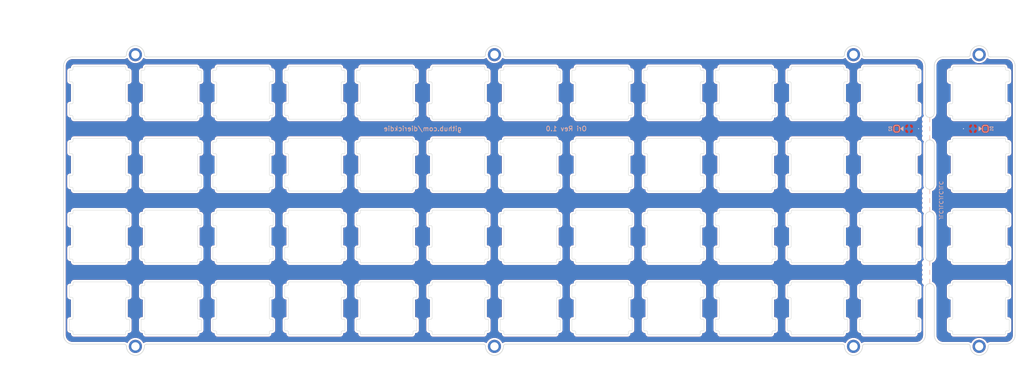
<source format=kicad_pcb>
(kicad_pcb (version 20171130) (host pcbnew "(5.1.10-1-10_14)")
  (layers (0 F.Cu signal) (31 B.Cu signal) (34 B.Paste user) (35 F.Paste user) (36 B.SilkS user) (37 F.SilkS user) (38 B.Mask user) (39 F.Mask user) (44 Edge.Cuts user))
  (net 0 "")
  (net 1 GND)
  (net 2 "Net-(D1-Pad1)")
  (net 3 GND1)
  (net 4 "Net-(D2-Pad1)")
  (module acheron_Hardware:MouseBite_IPC7351 (layer F.Cu) (at 375.04845 97.631692 90)
    (fp_text reference H10)
    (fp_text value MountingHole)
    (pad "" np_thru_hole circle (at 0 0 90) (size 0.8 0.8) (drill 0.8) (layers *.Cu *.Mask))
    (pad "" np_thru_hole circle (at 1.25 0 90) (size 0.8 0.8) (drill 0.8) (layers *.Cu *.Mask))
    (pad "" np_thru_hole circle (at 2.5 0 90) (size 0.8 0.8) (drill 0.8) (layers *.Cu *.Mask))
    (pad "" np_thru_hole circle (at -1.25 0 90) (size 0.8 0.8) (drill 0.8) (layers *.Cu *.Mask))
    (pad "" np_thru_hole circle (at -2.5 0 90) (size 0.8 0.8) (drill 0.8) (layers *.Cu *.Mask))
  )
  (module Keeb_footprints:D_SOD-123_modified (layer B.Cu) (at 369.12036 59.518904)
    (fp_text reference D2 (at -3.302 0 -90) (layer B.SilkS) (effects (font (size 0.8 0.7)) (justify mirror)))
    (fp_text value DIODE)
    (pad 2 smd roundrect (at 1.65 0) (size 1 1.2) (layers B.Cu B.Paste B.Mask) (net 1 GND))
    (pad 1 smd roundrect (at -1.65 0) (size 1 1.2) (layers B.Cu B.Paste B.Mask) (net 4 "Net-(D2-Pad1)"))
  )
  (module acheron_Hardware:MouseBite_IPC7351 (layer F.Cu) (at 375.04845 78.58158 90)
    (fp_text reference H11)
    (fp_text value MountingHole)
    (pad "" np_thru_hole circle (at 0 0 90) (size 0.8 0.8) (drill 0.8) (layers *.Cu *.Mask))
    (pad "" np_thru_hole circle (at 1.25 0 90) (size 0.8 0.8) (drill 0.8) (layers *.Cu *.Mask))
    (pad "" np_thru_hole circle (at 2.5 0 90) (size 0.8 0.8) (drill 0.8) (layers *.Cu *.Mask))
    (pad "" np_thru_hole circle (at -1.25 0 90) (size 0.8 0.8) (drill 0.8) (layers *.Cu *.Mask))
    (pad "" np_thru_hole circle (at -2.5 0 90) (size 0.8 0.8) (drill 0.8) (layers *.Cu *.Mask))
  )
  (module acheron_Hardware:MouseBite_IPC7351 (layer F.Cu) (at 375.04845 59.518808 90)
    (fp_text reference H9)
    (fp_text value MountingHole)
    (pad "" np_thru_hole circle (at 0 0 90) (size 0.8 0.8) (drill 0.8) (layers *.Cu *.Mask))
    (pad "" np_thru_hole circle (at 1.25 0 90) (size 0.8 0.8) (drill 0.8) (layers *.Cu *.Mask))
    (pad "" np_thru_hole circle (at 2.5 0 90) (size 0.8 0.8) (drill 0.8) (layers *.Cu *.Mask))
    (pad "" np_thru_hole circle (at -1.25 0 90) (size 0.8 0.8) (drill 0.8) (layers *.Cu *.Mask))
    (pad "" np_thru_hole circle (at -2.5 0 90) (size 0.8 0.8) (drill 0.8) (layers *.Cu *.Mask))
  )
  (module Keeb_footprints:D_SOD-123_modified (layer B.Cu) (at 389.36137 59.51884 180)
    (fp_text reference D1 (at -3.302 0 270) (layer B.SilkS) (effects (font (size 0.8 0.7)) (justify mirror)))
    (fp_text value DIODE)
    (pad 2 smd roundrect (at 1.65 0 180) (size 1 1.2) (layers B.Cu B.Paste B.Mask) (net 3 GND1))
    (pad 1 smd roundrect (at -1.65 0 180) (size 1 1.2) (layers B.Cu B.Paste B.Mask) (net 2 "Net-(D1-Pad1)"))
  )
  (module random-keyboard-parts:Generic-Mounthole (layer F.Cu) (at 165.523314 39.873575)
    (fp_text reference H1)
    (fp_text value MountingHole)
    (pad 1 thru_hole circle (at 0 0) (size 3.5 3.5) (drill 2.2) (layers *.Cu *.Mask))
  )
  (module random-keyboard-parts:Generic-Mounthole (layer F.Cu) (at 165.523314 117.264265)
    (fp_text reference H2)
    (fp_text value MountingHole)
    (pad 1 thru_hole circle (at 0 0) (size 3.5 3.5) (drill 2.2) (layers *.Cu *.Mask))
  )
  (module random-keyboard-parts:Generic-Mounthole (layer F.Cu) (at 260.773394 39.873575)
    (fp_text reference H3)
    (fp_text value MountingHole)
    (pad 1 thru_hole circle (at 0 0) (size 3.5 3.5) (drill 2.2) (layers *.Cu *.Mask))
  )
  (module random-keyboard-parts:Generic-Mounthole (layer F.Cu) (at 260.773394 117.264265)
    (fp_text reference H4)
    (fp_text value MountingHole)
    (pad 1 thru_hole circle (at 0 0) (size 3.5 3.5) (drill 2.2) (layers *.Cu *.Mask))
  )
  (module random-keyboard-parts:Generic-Mounthole (layer F.Cu) (at 356.023474 39.873575)
    (fp_text reference H5)
    (fp_text value MountingHole)
    (pad 1 thru_hole circle (at 0 0) (size 3.5 3.5) (drill 2.2) (layers *.Cu *.Mask))
  )
  (module random-keyboard-parts:Generic-Mounthole (layer F.Cu) (at 356.023474 117.264265)
    (fp_text reference H6)
    (fp_text value MountingHole)
    (pad 1 thru_hole circle (at 0 0) (size 3.5 3.5) (drill 2.2) (layers *.Cu *.Mask))
  )
  (module random-keyboard-parts:Generic-Mounthole (layer F.Cu) (at 389.361002 39.873575)
    (fp_text reference H7)
    (fp_text value MountingHole)
    (pad 1 thru_hole circle (at 0 0) (size 3.5 3.5) (drill 2.2) (layers *.Cu *.Mask))
  )
  (module random-keyboard-parts:Generic-Mounthole (layer F.Cu) (at 389.361002 117.264265)
    (fp_text reference H8)
    (fp_text value MountingHole)
    (pad 1 thru_hole circle (at 0 0) (size 3.5 3.5) (drill 2.2) (layers *.Cu *.Mask))
  )
  (module Keeb_footprints:MX100_slot (layer F.Cu) (at 155.97253 50.00646)
    (fp_text reference U1)
    (fp_text value HOLE)
    (fp_line (start 6.7 7) (end -6.7 7) (layer Edge.Cuts) (width 0.1))
    (fp_line (start -7 6.7) (end -7 6.3) (layer Edge.Cuts) (width 0.1))
    (fp_line (start 6.7 -7) (end -6.7 -7) (layer Edge.Cuts) (width 0.1))
    (fp_line (start -7 -2.6) (end -7 2.6) (layer Edge.Cuts) (width 0.1))
    (fp_line (start -7 -6.3) (end -7 -6.7) (layer Edge.Cuts) (width 0.1))
    (fp_line (start 7 6.3) (end 7 6.7) (layer Edge.Cuts) (width 0.1))
    (fp_line (start 7.3 -6) (end 7.7 -6) (layer Edge.Cuts) (width 0.1))
    (fp_line (start 8 -3.1) (end 8 -5.7) (layer Edge.Cuts) (width 0.1))
    (fp_line (start 7.8 -2.9) (end 7.3 -2.9) (layer Edge.Cuts) (width 0.1))
    (fp_line (start 7 2.6) (end 7 -2.6) (layer Edge.Cuts) (width 0.1))
    (fp_line (start 7 -6.7) (end 7 -6.3) (layer Edge.Cuts) (width 0.1))
    (fp_line (start 7.8 6) (end 7.3 6) (layer Edge.Cuts) (width 0.1))
    (fp_line (start 8 5.8) (end 8 3.2) (layer Edge.Cuts) (width 0.1))
    (fp_line (start 7.3 2.9) (end 7.7 2.9) (layer Edge.Cuts) (width 0.1))
    (fp_line (start -7.3 6) (end -7.7 6) (layer Edge.Cuts) (width 0.1))
    (fp_line (start -8 3.1) (end -8 5.7) (layer Edge.Cuts) (width 0.1))
    (fp_line (start -7.8 2.9) (end -7.3 2.9) (layer Edge.Cuts) (width 0.1))
    (fp_line (start -7.8 -6) (end -7.3 -6) (layer Edge.Cuts) (width 0.1))
    (fp_line (start -7.3 -2.9) (end -7.7 -2.9) (layer Edge.Cuts) (width 0.1))
    (fp_line (start -8 -5.8) (end -8 -3.2) (layer Edge.Cuts) (width 0.1))
    (fp_arc (start -6.7 6.7) (end -7 6.7) (angle -90) (layer Edge.Cuts) (width 0.1))
    (fp_arc (start -6.7 -6.7) (end -6.7 -7) (angle -90) (layer Edge.Cuts) (width 0.1))
    (fp_arc (start 6.7 -6.7) (end 7 -6.7) (angle -90) (layer Edge.Cuts) (width 0.1))
    (fp_arc (start 7.8 -3.1) (end 7.8 -2.9) (angle -90) (layer Edge.Cuts) (width 0.1))
    (fp_arc (start 7.3 -2.6) (end 7.3 -2.9) (angle -90) (layer Edge.Cuts) (width 0.1))
    (fp_arc (start 6.7 6.7) (end 6.7 7) (angle -90) (layer Edge.Cuts) (width 0.1))
    (fp_arc (start 7.3 -6.3) (end 7 -6.3) (angle -90) (layer Edge.Cuts) (width 0.1))
    (fp_arc (start 7.7 -5.7) (end 8 -5.7) (angle -90) (layer Edge.Cuts) (width 0.1))
    (fp_arc (start 7.3 2.6) (end 7 2.6) (angle -90) (layer Edge.Cuts) (width 0.1))
    (fp_arc (start 7.7 3.2) (end 8 3.2) (angle -90) (layer Edge.Cuts) (width 0.1))
    (fp_arc (start 7.3 6.3) (end 7.3 6) (angle -90) (layer Edge.Cuts) (width 0.1))
    (fp_arc (start 7.8 5.8) (end 7.8 6) (angle -90) (layer Edge.Cuts) (width 0.1))
    (fp_arc (start -7.8 3.1) (end -7.8 2.9) (angle -90) (layer Edge.Cuts) (width 0.1))
    (fp_arc (start -7.3 2.6) (end -7.3 2.9) (angle -90) (layer Edge.Cuts) (width 0.1))
    (fp_arc (start -7.7 5.7) (end -8 5.7) (angle -90) (layer Edge.Cuts) (width 0.1))
    (fp_arc (start -7.3 6.3) (end -7 6.3) (angle -90) (layer Edge.Cuts) (width 0.1))
    (fp_arc (start -7.3 -6.3) (end -7.3 -6) (angle -90) (layer Edge.Cuts) (width 0.1))
    (fp_arc (start -7.3 -2.6) (end -7 -2.6) (angle -90) (layer Edge.Cuts) (width 0.1))
    (fp_arc (start -7.7 -3.2) (end -8 -3.2) (angle -90) (layer Edge.Cuts) (width 0.1))
    (fp_arc (start -7.8 -5.8) (end -7.8 -6) (angle -90) (layer Edge.Cuts) (width 0.1))
  )
  (module Keeb_footprints:MX100_slot (layer F.Cu) (at 175.02261 50.00646)
    (fp_text reference U2)
    (fp_text value HOLE)
    (fp_line (start 6.7 7) (end -6.7 7) (layer Edge.Cuts) (width 0.1))
    (fp_line (start -7 6.7) (end -7 6.3) (layer Edge.Cuts) (width 0.1))
    (fp_line (start 6.7 -7) (end -6.7 -7) (layer Edge.Cuts) (width 0.1))
    (fp_line (start -7 -2.6) (end -7 2.6) (layer Edge.Cuts) (width 0.1))
    (fp_line (start -7 -6.3) (end -7 -6.7) (layer Edge.Cuts) (width 0.1))
    (fp_line (start 7 6.3) (end 7 6.7) (layer Edge.Cuts) (width 0.1))
    (fp_line (start 7.3 -6) (end 7.7 -6) (layer Edge.Cuts) (width 0.1))
    (fp_line (start 8 -3.1) (end 8 -5.7) (layer Edge.Cuts) (width 0.1))
    (fp_line (start 7.8 -2.9) (end 7.3 -2.9) (layer Edge.Cuts) (width 0.1))
    (fp_line (start 7 2.6) (end 7 -2.6) (layer Edge.Cuts) (width 0.1))
    (fp_line (start 7 -6.7) (end 7 -6.3) (layer Edge.Cuts) (width 0.1))
    (fp_line (start 7.8 6) (end 7.3 6) (layer Edge.Cuts) (width 0.1))
    (fp_line (start 8 5.8) (end 8 3.2) (layer Edge.Cuts) (width 0.1))
    (fp_line (start 7.3 2.9) (end 7.7 2.9) (layer Edge.Cuts) (width 0.1))
    (fp_line (start -7.3 6) (end -7.7 6) (layer Edge.Cuts) (width 0.1))
    (fp_line (start -8 3.1) (end -8 5.7) (layer Edge.Cuts) (width 0.1))
    (fp_line (start -7.8 2.9) (end -7.3 2.9) (layer Edge.Cuts) (width 0.1))
    (fp_line (start -7.8 -6) (end -7.3 -6) (layer Edge.Cuts) (width 0.1))
    (fp_line (start -7.3 -2.9) (end -7.7 -2.9) (layer Edge.Cuts) (width 0.1))
    (fp_line (start -8 -5.8) (end -8 -3.2) (layer Edge.Cuts) (width 0.1))
    (fp_arc (start -6.7 6.7) (end -7 6.7) (angle -90) (layer Edge.Cuts) (width 0.1))
    (fp_arc (start -6.7 -6.7) (end -6.7 -7) (angle -90) (layer Edge.Cuts) (width 0.1))
    (fp_arc (start 6.7 -6.7) (end 7 -6.7) (angle -90) (layer Edge.Cuts) (width 0.1))
    (fp_arc (start 7.8 -3.1) (end 7.8 -2.9) (angle -90) (layer Edge.Cuts) (width 0.1))
    (fp_arc (start 7.3 -2.6) (end 7.3 -2.9) (angle -90) (layer Edge.Cuts) (width 0.1))
    (fp_arc (start 6.7 6.7) (end 6.7 7) (angle -90) (layer Edge.Cuts) (width 0.1))
    (fp_arc (start 7.3 -6.3) (end 7 -6.3) (angle -90) (layer Edge.Cuts) (width 0.1))
    (fp_arc (start 7.7 -5.7) (end 8 -5.7) (angle -90) (layer Edge.Cuts) (width 0.1))
    (fp_arc (start 7.3 2.6) (end 7 2.6) (angle -90) (layer Edge.Cuts) (width 0.1))
    (fp_arc (start 7.7 3.2) (end 8 3.2) (angle -90) (layer Edge.Cuts) (width 0.1))
    (fp_arc (start 7.3 6.3) (end 7.3 6) (angle -90) (layer Edge.Cuts) (width 0.1))
    (fp_arc (start 7.8 5.8) (end 7.8 6) (angle -90) (layer Edge.Cuts) (width 0.1))
    (fp_arc (start -7.8 3.1) (end -7.8 2.9) (angle -90) (layer Edge.Cuts) (width 0.1))
    (fp_arc (start -7.3 2.6) (end -7.3 2.9) (angle -90) (layer Edge.Cuts) (width 0.1))
    (fp_arc (start -7.7 5.7) (end -8 5.7) (angle -90) (layer Edge.Cuts) (width 0.1))
    (fp_arc (start -7.3 6.3) (end -7 6.3) (angle -90) (layer Edge.Cuts) (width 0.1))
    (fp_arc (start -7.3 -6.3) (end -7.3 -6) (angle -90) (layer Edge.Cuts) (width 0.1))
    (fp_arc (start -7.3 -2.6) (end -7 -2.6) (angle -90) (layer Edge.Cuts) (width 0.1))
    (fp_arc (start -7.7 -3.2) (end -8 -3.2) (angle -90) (layer Edge.Cuts) (width 0.1))
    (fp_arc (start -7.8 -5.8) (end -7.8 -6) (angle -90) (layer Edge.Cuts) (width 0.1))
  )
  (module Keeb_footprints:MX100_slot (layer F.Cu) (at 194.07269 50.00646)
    (fp_text reference U3)
    (fp_text value HOLE)
    (fp_line (start 6.7 7) (end -6.7 7) (layer Edge.Cuts) (width 0.1))
    (fp_line (start -7 6.7) (end -7 6.3) (layer Edge.Cuts) (width 0.1))
    (fp_line (start 6.7 -7) (end -6.7 -7) (layer Edge.Cuts) (width 0.1))
    (fp_line (start -7 -2.6) (end -7 2.6) (layer Edge.Cuts) (width 0.1))
    (fp_line (start -7 -6.3) (end -7 -6.7) (layer Edge.Cuts) (width 0.1))
    (fp_line (start 7 6.3) (end 7 6.7) (layer Edge.Cuts) (width 0.1))
    (fp_line (start 7.3 -6) (end 7.7 -6) (layer Edge.Cuts) (width 0.1))
    (fp_line (start 8 -3.1) (end 8 -5.7) (layer Edge.Cuts) (width 0.1))
    (fp_line (start 7.8 -2.9) (end 7.3 -2.9) (layer Edge.Cuts) (width 0.1))
    (fp_line (start 7 2.6) (end 7 -2.6) (layer Edge.Cuts) (width 0.1))
    (fp_line (start 7 -6.7) (end 7 -6.3) (layer Edge.Cuts) (width 0.1))
    (fp_line (start 7.8 6) (end 7.3 6) (layer Edge.Cuts) (width 0.1))
    (fp_line (start 8 5.8) (end 8 3.2) (layer Edge.Cuts) (width 0.1))
    (fp_line (start 7.3 2.9) (end 7.7 2.9) (layer Edge.Cuts) (width 0.1))
    (fp_line (start -7.3 6) (end -7.7 6) (layer Edge.Cuts) (width 0.1))
    (fp_line (start -8 3.1) (end -8 5.7) (layer Edge.Cuts) (width 0.1))
    (fp_line (start -7.8 2.9) (end -7.3 2.9) (layer Edge.Cuts) (width 0.1))
    (fp_line (start -7.8 -6) (end -7.3 -6) (layer Edge.Cuts) (width 0.1))
    (fp_line (start -7.3 -2.9) (end -7.7 -2.9) (layer Edge.Cuts) (width 0.1))
    (fp_line (start -8 -5.8) (end -8 -3.2) (layer Edge.Cuts) (width 0.1))
    (fp_arc (start -6.7 6.7) (end -7 6.7) (angle -90) (layer Edge.Cuts) (width 0.1))
    (fp_arc (start -6.7 -6.7) (end -6.7 -7) (angle -90) (layer Edge.Cuts) (width 0.1))
    (fp_arc (start 6.7 -6.7) (end 7 -6.7) (angle -90) (layer Edge.Cuts) (width 0.1))
    (fp_arc (start 7.8 -3.1) (end 7.8 -2.9) (angle -90) (layer Edge.Cuts) (width 0.1))
    (fp_arc (start 7.3 -2.6) (end 7.3 -2.9) (angle -90) (layer Edge.Cuts) (width 0.1))
    (fp_arc (start 6.7 6.7) (end 6.7 7) (angle -90) (layer Edge.Cuts) (width 0.1))
    (fp_arc (start 7.3 -6.3) (end 7 -6.3) (angle -90) (layer Edge.Cuts) (width 0.1))
    (fp_arc (start 7.7 -5.7) (end 8 -5.7) (angle -90) (layer Edge.Cuts) (width 0.1))
    (fp_arc (start 7.3 2.6) (end 7 2.6) (angle -90) (layer Edge.Cuts) (width 0.1))
    (fp_arc (start 7.7 3.2) (end 8 3.2) (angle -90) (layer Edge.Cuts) (width 0.1))
    (fp_arc (start 7.3 6.3) (end 7.3 6) (angle -90) (layer Edge.Cuts) (width 0.1))
    (fp_arc (start 7.8 5.8) (end 7.8 6) (angle -90) (layer Edge.Cuts) (width 0.1))
    (fp_arc (start -7.8 3.1) (end -7.8 2.9) (angle -90) (layer Edge.Cuts) (width 0.1))
    (fp_arc (start -7.3 2.6) (end -7.3 2.9) (angle -90) (layer Edge.Cuts) (width 0.1))
    (fp_arc (start -7.7 5.7) (end -8 5.7) (angle -90) (layer Edge.Cuts) (width 0.1))
    (fp_arc (start -7.3 6.3) (end -7 6.3) (angle -90) (layer Edge.Cuts) (width 0.1))
    (fp_arc (start -7.3 -6.3) (end -7.3 -6) (angle -90) (layer Edge.Cuts) (width 0.1))
    (fp_arc (start -7.3 -2.6) (end -7 -2.6) (angle -90) (layer Edge.Cuts) (width 0.1))
    (fp_arc (start -7.7 -3.2) (end -8 -3.2) (angle -90) (layer Edge.Cuts) (width 0.1))
    (fp_arc (start -7.8 -5.8) (end -7.8 -6) (angle -90) (layer Edge.Cuts) (width 0.1))
  )
  (module Keeb_footprints:MX100_slot (layer F.Cu) (at 213.12277 50.00646)
    (fp_text reference U4)
    (fp_text value HOLE)
    (fp_line (start 6.7 7) (end -6.7 7) (layer Edge.Cuts) (width 0.1))
    (fp_line (start -7 6.7) (end -7 6.3) (layer Edge.Cuts) (width 0.1))
    (fp_line (start 6.7 -7) (end -6.7 -7) (layer Edge.Cuts) (width 0.1))
    (fp_line (start -7 -2.6) (end -7 2.6) (layer Edge.Cuts) (width 0.1))
    (fp_line (start -7 -6.3) (end -7 -6.7) (layer Edge.Cuts) (width 0.1))
    (fp_line (start 7 6.3) (end 7 6.7) (layer Edge.Cuts) (width 0.1))
    (fp_line (start 7.3 -6) (end 7.7 -6) (layer Edge.Cuts) (width 0.1))
    (fp_line (start 8 -3.1) (end 8 -5.7) (layer Edge.Cuts) (width 0.1))
    (fp_line (start 7.8 -2.9) (end 7.3 -2.9) (layer Edge.Cuts) (width 0.1))
    (fp_line (start 7 2.6) (end 7 -2.6) (layer Edge.Cuts) (width 0.1))
    (fp_line (start 7 -6.7) (end 7 -6.3) (layer Edge.Cuts) (width 0.1))
    (fp_line (start 7.8 6) (end 7.3 6) (layer Edge.Cuts) (width 0.1))
    (fp_line (start 8 5.8) (end 8 3.2) (layer Edge.Cuts) (width 0.1))
    (fp_line (start 7.3 2.9) (end 7.7 2.9) (layer Edge.Cuts) (width 0.1))
    (fp_line (start -7.3 6) (end -7.7 6) (layer Edge.Cuts) (width 0.1))
    (fp_line (start -8 3.1) (end -8 5.7) (layer Edge.Cuts) (width 0.1))
    (fp_line (start -7.8 2.9) (end -7.3 2.9) (layer Edge.Cuts) (width 0.1))
    (fp_line (start -7.8 -6) (end -7.3 -6) (layer Edge.Cuts) (width 0.1))
    (fp_line (start -7.3 -2.9) (end -7.7 -2.9) (layer Edge.Cuts) (width 0.1))
    (fp_line (start -8 -5.8) (end -8 -3.2) (layer Edge.Cuts) (width 0.1))
    (fp_arc (start -6.7 6.7) (end -7 6.7) (angle -90) (layer Edge.Cuts) (width 0.1))
    (fp_arc (start -6.7 -6.7) (end -6.7 -7) (angle -90) (layer Edge.Cuts) (width 0.1))
    (fp_arc (start 6.7 -6.7) (end 7 -6.7) (angle -90) (layer Edge.Cuts) (width 0.1))
    (fp_arc (start 7.8 -3.1) (end 7.8 -2.9) (angle -90) (layer Edge.Cuts) (width 0.1))
    (fp_arc (start 7.3 -2.6) (end 7.3 -2.9) (angle -90) (layer Edge.Cuts) (width 0.1))
    (fp_arc (start 6.7 6.7) (end 6.7 7) (angle -90) (layer Edge.Cuts) (width 0.1))
    (fp_arc (start 7.3 -6.3) (end 7 -6.3) (angle -90) (layer Edge.Cuts) (width 0.1))
    (fp_arc (start 7.7 -5.7) (end 8 -5.7) (angle -90) (layer Edge.Cuts) (width 0.1))
    (fp_arc (start 7.3 2.6) (end 7 2.6) (angle -90) (layer Edge.Cuts) (width 0.1))
    (fp_arc (start 7.7 3.2) (end 8 3.2) (angle -90) (layer Edge.Cuts) (width 0.1))
    (fp_arc (start 7.3 6.3) (end 7.3 6) (angle -90) (layer Edge.Cuts) (width 0.1))
    (fp_arc (start 7.8 5.8) (end 7.8 6) (angle -90) (layer Edge.Cuts) (width 0.1))
    (fp_arc (start -7.8 3.1) (end -7.8 2.9) (angle -90) (layer Edge.Cuts) (width 0.1))
    (fp_arc (start -7.3 2.6) (end -7.3 2.9) (angle -90) (layer Edge.Cuts) (width 0.1))
    (fp_arc (start -7.7 5.7) (end -8 5.7) (angle -90) (layer Edge.Cuts) (width 0.1))
    (fp_arc (start -7.3 6.3) (end -7 6.3) (angle -90) (layer Edge.Cuts) (width 0.1))
    (fp_arc (start -7.3 -6.3) (end -7.3 -6) (angle -90) (layer Edge.Cuts) (width 0.1))
    (fp_arc (start -7.3 -2.6) (end -7 -2.6) (angle -90) (layer Edge.Cuts) (width 0.1))
    (fp_arc (start -7.7 -3.2) (end -8 -3.2) (angle -90) (layer Edge.Cuts) (width 0.1))
    (fp_arc (start -7.8 -5.8) (end -7.8 -6) (angle -90) (layer Edge.Cuts) (width 0.1))
  )
  (module Keeb_footprints:MX100_slot (layer F.Cu) (at 232.17285 50.00646)
    (fp_text reference U5)
    (fp_text value HOLE)
    (fp_line (start 6.7 7) (end -6.7 7) (layer Edge.Cuts) (width 0.1))
    (fp_line (start -7 6.7) (end -7 6.3) (layer Edge.Cuts) (width 0.1))
    (fp_line (start 6.7 -7) (end -6.7 -7) (layer Edge.Cuts) (width 0.1))
    (fp_line (start -7 -2.6) (end -7 2.6) (layer Edge.Cuts) (width 0.1))
    (fp_line (start -7 -6.3) (end -7 -6.7) (layer Edge.Cuts) (width 0.1))
    (fp_line (start 7 6.3) (end 7 6.7) (layer Edge.Cuts) (width 0.1))
    (fp_line (start 7.3 -6) (end 7.7 -6) (layer Edge.Cuts) (width 0.1))
    (fp_line (start 8 -3.1) (end 8 -5.7) (layer Edge.Cuts) (width 0.1))
    (fp_line (start 7.8 -2.9) (end 7.3 -2.9) (layer Edge.Cuts) (width 0.1))
    (fp_line (start 7 2.6) (end 7 -2.6) (layer Edge.Cuts) (width 0.1))
    (fp_line (start 7 -6.7) (end 7 -6.3) (layer Edge.Cuts) (width 0.1))
    (fp_line (start 7.8 6) (end 7.3 6) (layer Edge.Cuts) (width 0.1))
    (fp_line (start 8 5.8) (end 8 3.2) (layer Edge.Cuts) (width 0.1))
    (fp_line (start 7.3 2.9) (end 7.7 2.9) (layer Edge.Cuts) (width 0.1))
    (fp_line (start -7.3 6) (end -7.7 6) (layer Edge.Cuts) (width 0.1))
    (fp_line (start -8 3.1) (end -8 5.7) (layer Edge.Cuts) (width 0.1))
    (fp_line (start -7.8 2.9) (end -7.3 2.9) (layer Edge.Cuts) (width 0.1))
    (fp_line (start -7.8 -6) (end -7.3 -6) (layer Edge.Cuts) (width 0.1))
    (fp_line (start -7.3 -2.9) (end -7.7 -2.9) (layer Edge.Cuts) (width 0.1))
    (fp_line (start -8 -5.8) (end -8 -3.2) (layer Edge.Cuts) (width 0.1))
    (fp_arc (start -6.7 6.7) (end -7 6.7) (angle -90) (layer Edge.Cuts) (width 0.1))
    (fp_arc (start -6.7 -6.7) (end -6.7 -7) (angle -90) (layer Edge.Cuts) (width 0.1))
    (fp_arc (start 6.7 -6.7) (end 7 -6.7) (angle -90) (layer Edge.Cuts) (width 0.1))
    (fp_arc (start 7.8 -3.1) (end 7.8 -2.9) (angle -90) (layer Edge.Cuts) (width 0.1))
    (fp_arc (start 7.3 -2.6) (end 7.3 -2.9) (angle -90) (layer Edge.Cuts) (width 0.1))
    (fp_arc (start 6.7 6.7) (end 6.7 7) (angle -90) (layer Edge.Cuts) (width 0.1))
    (fp_arc (start 7.3 -6.3) (end 7 -6.3) (angle -90) (layer Edge.Cuts) (width 0.1))
    (fp_arc (start 7.7 -5.7) (end 8 -5.7) (angle -90) (layer Edge.Cuts) (width 0.1))
    (fp_arc (start 7.3 2.6) (end 7 2.6) (angle -90) (layer Edge.Cuts) (width 0.1))
    (fp_arc (start 7.7 3.2) (end 8 3.2) (angle -90) (layer Edge.Cuts) (width 0.1))
    (fp_arc (start 7.3 6.3) (end 7.3 6) (angle -90) (layer Edge.Cuts) (width 0.1))
    (fp_arc (start 7.8 5.8) (end 7.8 6) (angle -90) (layer Edge.Cuts) (width 0.1))
    (fp_arc (start -7.8 3.1) (end -7.8 2.9) (angle -90) (layer Edge.Cuts) (width 0.1))
    (fp_arc (start -7.3 2.6) (end -7.3 2.9) (angle -90) (layer Edge.Cuts) (width 0.1))
    (fp_arc (start -7.7 5.7) (end -8 5.7) (angle -90) (layer Edge.Cuts) (width 0.1))
    (fp_arc (start -7.3 6.3) (end -7 6.3) (angle -90) (layer Edge.Cuts) (width 0.1))
    (fp_arc (start -7.3 -6.3) (end -7.3 -6) (angle -90) (layer Edge.Cuts) (width 0.1))
    (fp_arc (start -7.3 -2.6) (end -7 -2.6) (angle -90) (layer Edge.Cuts) (width 0.1))
    (fp_arc (start -7.7 -3.2) (end -8 -3.2) (angle -90) (layer Edge.Cuts) (width 0.1))
    (fp_arc (start -7.8 -5.8) (end -7.8 -6) (angle -90) (layer Edge.Cuts) (width 0.1))
  )
  (module Keeb_footprints:MX100_slot (layer F.Cu) (at 251.22293 50.00646)
    (fp_text reference U6)
    (fp_text value HOLE)
    (fp_line (start 6.7 7) (end -6.7 7) (layer Edge.Cuts) (width 0.1))
    (fp_line (start -7 6.7) (end -7 6.3) (layer Edge.Cuts) (width 0.1))
    (fp_line (start 6.7 -7) (end -6.7 -7) (layer Edge.Cuts) (width 0.1))
    (fp_line (start -7 -2.6) (end -7 2.6) (layer Edge.Cuts) (width 0.1))
    (fp_line (start -7 -6.3) (end -7 -6.7) (layer Edge.Cuts) (width 0.1))
    (fp_line (start 7 6.3) (end 7 6.7) (layer Edge.Cuts) (width 0.1))
    (fp_line (start 7.3 -6) (end 7.7 -6) (layer Edge.Cuts) (width 0.1))
    (fp_line (start 8 -3.1) (end 8 -5.7) (layer Edge.Cuts) (width 0.1))
    (fp_line (start 7.8 -2.9) (end 7.3 -2.9) (layer Edge.Cuts) (width 0.1))
    (fp_line (start 7 2.6) (end 7 -2.6) (layer Edge.Cuts) (width 0.1))
    (fp_line (start 7 -6.7) (end 7 -6.3) (layer Edge.Cuts) (width 0.1))
    (fp_line (start 7.8 6) (end 7.3 6) (layer Edge.Cuts) (width 0.1))
    (fp_line (start 8 5.8) (end 8 3.2) (layer Edge.Cuts) (width 0.1))
    (fp_line (start 7.3 2.9) (end 7.7 2.9) (layer Edge.Cuts) (width 0.1))
    (fp_line (start -7.3 6) (end -7.7 6) (layer Edge.Cuts) (width 0.1))
    (fp_line (start -8 3.1) (end -8 5.7) (layer Edge.Cuts) (width 0.1))
    (fp_line (start -7.8 2.9) (end -7.3 2.9) (layer Edge.Cuts) (width 0.1))
    (fp_line (start -7.8 -6) (end -7.3 -6) (layer Edge.Cuts) (width 0.1))
    (fp_line (start -7.3 -2.9) (end -7.7 -2.9) (layer Edge.Cuts) (width 0.1))
    (fp_line (start -8 -5.8) (end -8 -3.2) (layer Edge.Cuts) (width 0.1))
    (fp_arc (start -6.7 6.7) (end -7 6.7) (angle -90) (layer Edge.Cuts) (width 0.1))
    (fp_arc (start -6.7 -6.7) (end -6.7 -7) (angle -90) (layer Edge.Cuts) (width 0.1))
    (fp_arc (start 6.7 -6.7) (end 7 -6.7) (angle -90) (layer Edge.Cuts) (width 0.1))
    (fp_arc (start 7.8 -3.1) (end 7.8 -2.9) (angle -90) (layer Edge.Cuts) (width 0.1))
    (fp_arc (start 7.3 -2.6) (end 7.3 -2.9) (angle -90) (layer Edge.Cuts) (width 0.1))
    (fp_arc (start 6.7 6.7) (end 6.7 7) (angle -90) (layer Edge.Cuts) (width 0.1))
    (fp_arc (start 7.3 -6.3) (end 7 -6.3) (angle -90) (layer Edge.Cuts) (width 0.1))
    (fp_arc (start 7.7 -5.7) (end 8 -5.7) (angle -90) (layer Edge.Cuts) (width 0.1))
    (fp_arc (start 7.3 2.6) (end 7 2.6) (angle -90) (layer Edge.Cuts) (width 0.1))
    (fp_arc (start 7.7 3.2) (end 8 3.2) (angle -90) (layer Edge.Cuts) (width 0.1))
    (fp_arc (start 7.3 6.3) (end 7.3 6) (angle -90) (layer Edge.Cuts) (width 0.1))
    (fp_arc (start 7.8 5.8) (end 7.8 6) (angle -90) (layer Edge.Cuts) (width 0.1))
    (fp_arc (start -7.8 3.1) (end -7.8 2.9) (angle -90) (layer Edge.Cuts) (width 0.1))
    (fp_arc (start -7.3 2.6) (end -7.3 2.9) (angle -90) (layer Edge.Cuts) (width 0.1))
    (fp_arc (start -7.7 5.7) (end -8 5.7) (angle -90) (layer Edge.Cuts) (width 0.1))
    (fp_arc (start -7.3 6.3) (end -7 6.3) (angle -90) (layer Edge.Cuts) (width 0.1))
    (fp_arc (start -7.3 -6.3) (end -7.3 -6) (angle -90) (layer Edge.Cuts) (width 0.1))
    (fp_arc (start -7.3 -2.6) (end -7 -2.6) (angle -90) (layer Edge.Cuts) (width 0.1))
    (fp_arc (start -7.7 -3.2) (end -8 -3.2) (angle -90) (layer Edge.Cuts) (width 0.1))
    (fp_arc (start -7.8 -5.8) (end -7.8 -6) (angle -90) (layer Edge.Cuts) (width 0.1))
  )
  (module Keeb_footprints:MX100_slot (layer F.Cu) (at 270.27301 50.00646)
    (fp_text reference U7)
    (fp_text value HOLE)
    (fp_line (start 6.7 7) (end -6.7 7) (layer Edge.Cuts) (width 0.1))
    (fp_line (start -7 6.7) (end -7 6.3) (layer Edge.Cuts) (width 0.1))
    (fp_line (start 6.7 -7) (end -6.7 -7) (layer Edge.Cuts) (width 0.1))
    (fp_line (start -7 -2.6) (end -7 2.6) (layer Edge.Cuts) (width 0.1))
    (fp_line (start -7 -6.3) (end -7 -6.7) (layer Edge.Cuts) (width 0.1))
    (fp_line (start 7 6.3) (end 7 6.7) (layer Edge.Cuts) (width 0.1))
    (fp_line (start 7.3 -6) (end 7.7 -6) (layer Edge.Cuts) (width 0.1))
    (fp_line (start 8 -3.1) (end 8 -5.7) (layer Edge.Cuts) (width 0.1))
    (fp_line (start 7.8 -2.9) (end 7.3 -2.9) (layer Edge.Cuts) (width 0.1))
    (fp_line (start 7 2.6) (end 7 -2.6) (layer Edge.Cuts) (width 0.1))
    (fp_line (start 7 -6.7) (end 7 -6.3) (layer Edge.Cuts) (width 0.1))
    (fp_line (start 7.8 6) (end 7.3 6) (layer Edge.Cuts) (width 0.1))
    (fp_line (start 8 5.8) (end 8 3.2) (layer Edge.Cuts) (width 0.1))
    (fp_line (start 7.3 2.9) (end 7.7 2.9) (layer Edge.Cuts) (width 0.1))
    (fp_line (start -7.3 6) (end -7.7 6) (layer Edge.Cuts) (width 0.1))
    (fp_line (start -8 3.1) (end -8 5.7) (layer Edge.Cuts) (width 0.1))
    (fp_line (start -7.8 2.9) (end -7.3 2.9) (layer Edge.Cuts) (width 0.1))
    (fp_line (start -7.8 -6) (end -7.3 -6) (layer Edge.Cuts) (width 0.1))
    (fp_line (start -7.3 -2.9) (end -7.7 -2.9) (layer Edge.Cuts) (width 0.1))
    (fp_line (start -8 -5.8) (end -8 -3.2) (layer Edge.Cuts) (width 0.1))
    (fp_arc (start -6.7 6.7) (end -7 6.7) (angle -90) (layer Edge.Cuts) (width 0.1))
    (fp_arc (start -6.7 -6.7) (end -6.7 -7) (angle -90) (layer Edge.Cuts) (width 0.1))
    (fp_arc (start 6.7 -6.7) (end 7 -6.7) (angle -90) (layer Edge.Cuts) (width 0.1))
    (fp_arc (start 7.8 -3.1) (end 7.8 -2.9) (angle -90) (layer Edge.Cuts) (width 0.1))
    (fp_arc (start 7.3 -2.6) (end 7.3 -2.9) (angle -90) (layer Edge.Cuts) (width 0.1))
    (fp_arc (start 6.7 6.7) (end 6.7 7) (angle -90) (layer Edge.Cuts) (width 0.1))
    (fp_arc (start 7.3 -6.3) (end 7 -6.3) (angle -90) (layer Edge.Cuts) (width 0.1))
    (fp_arc (start 7.7 -5.7) (end 8 -5.7) (angle -90) (layer Edge.Cuts) (width 0.1))
    (fp_arc (start 7.3 2.6) (end 7 2.6) (angle -90) (layer Edge.Cuts) (width 0.1))
    (fp_arc (start 7.7 3.2) (end 8 3.2) (angle -90) (layer Edge.Cuts) (width 0.1))
    (fp_arc (start 7.3 6.3) (end 7.3 6) (angle -90) (layer Edge.Cuts) (width 0.1))
    (fp_arc (start 7.8 5.8) (end 7.8 6) (angle -90) (layer Edge.Cuts) (width 0.1))
    (fp_arc (start -7.8 3.1) (end -7.8 2.9) (angle -90) (layer Edge.Cuts) (width 0.1))
    (fp_arc (start -7.3 2.6) (end -7.3 2.9) (angle -90) (layer Edge.Cuts) (width 0.1))
    (fp_arc (start -7.7 5.7) (end -8 5.7) (angle -90) (layer Edge.Cuts) (width 0.1))
    (fp_arc (start -7.3 6.3) (end -7 6.3) (angle -90) (layer Edge.Cuts) (width 0.1))
    (fp_arc (start -7.3 -6.3) (end -7.3 -6) (angle -90) (layer Edge.Cuts) (width 0.1))
    (fp_arc (start -7.3 -2.6) (end -7 -2.6) (angle -90) (layer Edge.Cuts) (width 0.1))
    (fp_arc (start -7.7 -3.2) (end -8 -3.2) (angle -90) (layer Edge.Cuts) (width 0.1))
    (fp_arc (start -7.8 -5.8) (end -7.8 -6) (angle -90) (layer Edge.Cuts) (width 0.1))
  )
  (module Keeb_footprints:MX100_slot (layer F.Cu) (at 289.32309 50.00646)
    (fp_text reference U8)
    (fp_text value HOLE)
    (fp_line (start 6.7 7) (end -6.7 7) (layer Edge.Cuts) (width 0.1))
    (fp_line (start -7 6.7) (end -7 6.3) (layer Edge.Cuts) (width 0.1))
    (fp_line (start 6.7 -7) (end -6.7 -7) (layer Edge.Cuts) (width 0.1))
    (fp_line (start -7 -2.6) (end -7 2.6) (layer Edge.Cuts) (width 0.1))
    (fp_line (start -7 -6.3) (end -7 -6.7) (layer Edge.Cuts) (width 0.1))
    (fp_line (start 7 6.3) (end 7 6.7) (layer Edge.Cuts) (width 0.1))
    (fp_line (start 7.3 -6) (end 7.7 -6) (layer Edge.Cuts) (width 0.1))
    (fp_line (start 8 -3.1) (end 8 -5.7) (layer Edge.Cuts) (width 0.1))
    (fp_line (start 7.8 -2.9) (end 7.3 -2.9) (layer Edge.Cuts) (width 0.1))
    (fp_line (start 7 2.6) (end 7 -2.6) (layer Edge.Cuts) (width 0.1))
    (fp_line (start 7 -6.7) (end 7 -6.3) (layer Edge.Cuts) (width 0.1))
    (fp_line (start 7.8 6) (end 7.3 6) (layer Edge.Cuts) (width 0.1))
    (fp_line (start 8 5.8) (end 8 3.2) (layer Edge.Cuts) (width 0.1))
    (fp_line (start 7.3 2.9) (end 7.7 2.9) (layer Edge.Cuts) (width 0.1))
    (fp_line (start -7.3 6) (end -7.7 6) (layer Edge.Cuts) (width 0.1))
    (fp_line (start -8 3.1) (end -8 5.7) (layer Edge.Cuts) (width 0.1))
    (fp_line (start -7.8 2.9) (end -7.3 2.9) (layer Edge.Cuts) (width 0.1))
    (fp_line (start -7.8 -6) (end -7.3 -6) (layer Edge.Cuts) (width 0.1))
    (fp_line (start -7.3 -2.9) (end -7.7 -2.9) (layer Edge.Cuts) (width 0.1))
    (fp_line (start -8 -5.8) (end -8 -3.2) (layer Edge.Cuts) (width 0.1))
    (fp_arc (start -6.7 6.7) (end -7 6.7) (angle -90) (layer Edge.Cuts) (width 0.1))
    (fp_arc (start -6.7 -6.7) (end -6.7 -7) (angle -90) (layer Edge.Cuts) (width 0.1))
    (fp_arc (start 6.7 -6.7) (end 7 -6.7) (angle -90) (layer Edge.Cuts) (width 0.1))
    (fp_arc (start 7.8 -3.1) (end 7.8 -2.9) (angle -90) (layer Edge.Cuts) (width 0.1))
    (fp_arc (start 7.3 -2.6) (end 7.3 -2.9) (angle -90) (layer Edge.Cuts) (width 0.1))
    (fp_arc (start 6.7 6.7) (end 6.7 7) (angle -90) (layer Edge.Cuts) (width 0.1))
    (fp_arc (start 7.3 -6.3) (end 7 -6.3) (angle -90) (layer Edge.Cuts) (width 0.1))
    (fp_arc (start 7.7 -5.7) (end 8 -5.7) (angle -90) (layer Edge.Cuts) (width 0.1))
    (fp_arc (start 7.3 2.6) (end 7 2.6) (angle -90) (layer Edge.Cuts) (width 0.1))
    (fp_arc (start 7.7 3.2) (end 8 3.2) (angle -90) (layer Edge.Cuts) (width 0.1))
    (fp_arc (start 7.3 6.3) (end 7.3 6) (angle -90) (layer Edge.Cuts) (width 0.1))
    (fp_arc (start 7.8 5.8) (end 7.8 6) (angle -90) (layer Edge.Cuts) (width 0.1))
    (fp_arc (start -7.8 3.1) (end -7.8 2.9) (angle -90) (layer Edge.Cuts) (width 0.1))
    (fp_arc (start -7.3 2.6) (end -7.3 2.9) (angle -90) (layer Edge.Cuts) (width 0.1))
    (fp_arc (start -7.7 5.7) (end -8 5.7) (angle -90) (layer Edge.Cuts) (width 0.1))
    (fp_arc (start -7.3 6.3) (end -7 6.3) (angle -90) (layer Edge.Cuts) (width 0.1))
    (fp_arc (start -7.3 -6.3) (end -7.3 -6) (angle -90) (layer Edge.Cuts) (width 0.1))
    (fp_arc (start -7.3 -2.6) (end -7 -2.6) (angle -90) (layer Edge.Cuts) (width 0.1))
    (fp_arc (start -7.7 -3.2) (end -8 -3.2) (angle -90) (layer Edge.Cuts) (width 0.1))
    (fp_arc (start -7.8 -5.8) (end -7.8 -6) (angle -90) (layer Edge.Cuts) (width 0.1))
  )
  (module Keeb_footprints:MX100_slot (layer F.Cu) (at 308.37317 50.00646)
    (fp_text reference U9)
    (fp_text value HOLE)
    (fp_line (start 6.7 7) (end -6.7 7) (layer Edge.Cuts) (width 0.1))
    (fp_line (start -7 6.7) (end -7 6.3) (layer Edge.Cuts) (width 0.1))
    (fp_line (start 6.7 -7) (end -6.7 -7) (layer Edge.Cuts) (width 0.1))
    (fp_line (start -7 -2.6) (end -7 2.6) (layer Edge.Cuts) (width 0.1))
    (fp_line (start -7 -6.3) (end -7 -6.7) (layer Edge.Cuts) (width 0.1))
    (fp_line (start 7 6.3) (end 7 6.7) (layer Edge.Cuts) (width 0.1))
    (fp_line (start 7.3 -6) (end 7.7 -6) (layer Edge.Cuts) (width 0.1))
    (fp_line (start 8 -3.1) (end 8 -5.7) (layer Edge.Cuts) (width 0.1))
    (fp_line (start 7.8 -2.9) (end 7.3 -2.9) (layer Edge.Cuts) (width 0.1))
    (fp_line (start 7 2.6) (end 7 -2.6) (layer Edge.Cuts) (width 0.1))
    (fp_line (start 7 -6.7) (end 7 -6.3) (layer Edge.Cuts) (width 0.1))
    (fp_line (start 7.8 6) (end 7.3 6) (layer Edge.Cuts) (width 0.1))
    (fp_line (start 8 5.8) (end 8 3.2) (layer Edge.Cuts) (width 0.1))
    (fp_line (start 7.3 2.9) (end 7.7 2.9) (layer Edge.Cuts) (width 0.1))
    (fp_line (start -7.3 6) (end -7.7 6) (layer Edge.Cuts) (width 0.1))
    (fp_line (start -8 3.1) (end -8 5.7) (layer Edge.Cuts) (width 0.1))
    (fp_line (start -7.8 2.9) (end -7.3 2.9) (layer Edge.Cuts) (width 0.1))
    (fp_line (start -7.8 -6) (end -7.3 -6) (layer Edge.Cuts) (width 0.1))
    (fp_line (start -7.3 -2.9) (end -7.7 -2.9) (layer Edge.Cuts) (width 0.1))
    (fp_line (start -8 -5.8) (end -8 -3.2) (layer Edge.Cuts) (width 0.1))
    (fp_arc (start -6.7 6.7) (end -7 6.7) (angle -90) (layer Edge.Cuts) (width 0.1))
    (fp_arc (start -6.7 -6.7) (end -6.7 -7) (angle -90) (layer Edge.Cuts) (width 0.1))
    (fp_arc (start 6.7 -6.7) (end 7 -6.7) (angle -90) (layer Edge.Cuts) (width 0.1))
    (fp_arc (start 7.8 -3.1) (end 7.8 -2.9) (angle -90) (layer Edge.Cuts) (width 0.1))
    (fp_arc (start 7.3 -2.6) (end 7.3 -2.9) (angle -90) (layer Edge.Cuts) (width 0.1))
    (fp_arc (start 6.7 6.7) (end 6.7 7) (angle -90) (layer Edge.Cuts) (width 0.1))
    (fp_arc (start 7.3 -6.3) (end 7 -6.3) (angle -90) (layer Edge.Cuts) (width 0.1))
    (fp_arc (start 7.7 -5.7) (end 8 -5.7) (angle -90) (layer Edge.Cuts) (width 0.1))
    (fp_arc (start 7.3 2.6) (end 7 2.6) (angle -90) (layer Edge.Cuts) (width 0.1))
    (fp_arc (start 7.7 3.2) (end 8 3.2) (angle -90) (layer Edge.Cuts) (width 0.1))
    (fp_arc (start 7.3 6.3) (end 7.3 6) (angle -90) (layer Edge.Cuts) (width 0.1))
    (fp_arc (start 7.8 5.8) (end 7.8 6) (angle -90) (layer Edge.Cuts) (width 0.1))
    (fp_arc (start -7.8 3.1) (end -7.8 2.9) (angle -90) (layer Edge.Cuts) (width 0.1))
    (fp_arc (start -7.3 2.6) (end -7.3 2.9) (angle -90) (layer Edge.Cuts) (width 0.1))
    (fp_arc (start -7.7 5.7) (end -8 5.7) (angle -90) (layer Edge.Cuts) (width 0.1))
    (fp_arc (start -7.3 6.3) (end -7 6.3) (angle -90) (layer Edge.Cuts) (width 0.1))
    (fp_arc (start -7.3 -6.3) (end -7.3 -6) (angle -90) (layer Edge.Cuts) (width 0.1))
    (fp_arc (start -7.3 -2.6) (end -7 -2.6) (angle -90) (layer Edge.Cuts) (width 0.1))
    (fp_arc (start -7.7 -3.2) (end -8 -3.2) (angle -90) (layer Edge.Cuts) (width 0.1))
    (fp_arc (start -7.8 -5.8) (end -7.8 -6) (angle -90) (layer Edge.Cuts) (width 0.1))
  )
  (module Keeb_footprints:MX100_slot (layer F.Cu) (at 327.42325 50.00646)
    (fp_text reference U10)
    (fp_text value HOLE)
    (fp_line (start 6.7 7) (end -6.7 7) (layer Edge.Cuts) (width 0.1))
    (fp_line (start -7 6.7) (end -7 6.3) (layer Edge.Cuts) (width 0.1))
    (fp_line (start 6.7 -7) (end -6.7 -7) (layer Edge.Cuts) (width 0.1))
    (fp_line (start -7 -2.6) (end -7 2.6) (layer Edge.Cuts) (width 0.1))
    (fp_line (start -7 -6.3) (end -7 -6.7) (layer Edge.Cuts) (width 0.1))
    (fp_line (start 7 6.3) (end 7 6.7) (layer Edge.Cuts) (width 0.1))
    (fp_line (start 7.3 -6) (end 7.7 -6) (layer Edge.Cuts) (width 0.1))
    (fp_line (start 8 -3.1) (end 8 -5.7) (layer Edge.Cuts) (width 0.1))
    (fp_line (start 7.8 -2.9) (end 7.3 -2.9) (layer Edge.Cuts) (width 0.1))
    (fp_line (start 7 2.6) (end 7 -2.6) (layer Edge.Cuts) (width 0.1))
    (fp_line (start 7 -6.7) (end 7 -6.3) (layer Edge.Cuts) (width 0.1))
    (fp_line (start 7.8 6) (end 7.3 6) (layer Edge.Cuts) (width 0.1))
    (fp_line (start 8 5.8) (end 8 3.2) (layer Edge.Cuts) (width 0.1))
    (fp_line (start 7.3 2.9) (end 7.7 2.9) (layer Edge.Cuts) (width 0.1))
    (fp_line (start -7.3 6) (end -7.7 6) (layer Edge.Cuts) (width 0.1))
    (fp_line (start -8 3.1) (end -8 5.7) (layer Edge.Cuts) (width 0.1))
    (fp_line (start -7.8 2.9) (end -7.3 2.9) (layer Edge.Cuts) (width 0.1))
    (fp_line (start -7.8 -6) (end -7.3 -6) (layer Edge.Cuts) (width 0.1))
    (fp_line (start -7.3 -2.9) (end -7.7 -2.9) (layer Edge.Cuts) (width 0.1))
    (fp_line (start -8 -5.8) (end -8 -3.2) (layer Edge.Cuts) (width 0.1))
    (fp_arc (start -6.7 6.7) (end -7 6.7) (angle -90) (layer Edge.Cuts) (width 0.1))
    (fp_arc (start -6.7 -6.7) (end -6.7 -7) (angle -90) (layer Edge.Cuts) (width 0.1))
    (fp_arc (start 6.7 -6.7) (end 7 -6.7) (angle -90) (layer Edge.Cuts) (width 0.1))
    (fp_arc (start 7.8 -3.1) (end 7.8 -2.9) (angle -90) (layer Edge.Cuts) (width 0.1))
    (fp_arc (start 7.3 -2.6) (end 7.3 -2.9) (angle -90) (layer Edge.Cuts) (width 0.1))
    (fp_arc (start 6.7 6.7) (end 6.7 7) (angle -90) (layer Edge.Cuts) (width 0.1))
    (fp_arc (start 7.3 -6.3) (end 7 -6.3) (angle -90) (layer Edge.Cuts) (width 0.1))
    (fp_arc (start 7.7 -5.7) (end 8 -5.7) (angle -90) (layer Edge.Cuts) (width 0.1))
    (fp_arc (start 7.3 2.6) (end 7 2.6) (angle -90) (layer Edge.Cuts) (width 0.1))
    (fp_arc (start 7.7 3.2) (end 8 3.2) (angle -90) (layer Edge.Cuts) (width 0.1))
    (fp_arc (start 7.3 6.3) (end 7.3 6) (angle -90) (layer Edge.Cuts) (width 0.1))
    (fp_arc (start 7.8 5.8) (end 7.8 6) (angle -90) (layer Edge.Cuts) (width 0.1))
    (fp_arc (start -7.8 3.1) (end -7.8 2.9) (angle -90) (layer Edge.Cuts) (width 0.1))
    (fp_arc (start -7.3 2.6) (end -7.3 2.9) (angle -90) (layer Edge.Cuts) (width 0.1))
    (fp_arc (start -7.7 5.7) (end -8 5.7) (angle -90) (layer Edge.Cuts) (width 0.1))
    (fp_arc (start -7.3 6.3) (end -7 6.3) (angle -90) (layer Edge.Cuts) (width 0.1))
    (fp_arc (start -7.3 -6.3) (end -7.3 -6) (angle -90) (layer Edge.Cuts) (width 0.1))
    (fp_arc (start -7.3 -2.6) (end -7 -2.6) (angle -90) (layer Edge.Cuts) (width 0.1))
    (fp_arc (start -7.7 -3.2) (end -8 -3.2) (angle -90) (layer Edge.Cuts) (width 0.1))
    (fp_arc (start -7.8 -5.8) (end -7.8 -6) (angle -90) (layer Edge.Cuts) (width 0.1))
  )
  (module Keeb_footprints:MX100_slot (layer F.Cu) (at 346.47333 50.00646)
    (fp_text reference U11)
    (fp_text value HOLE)
    (fp_line (start 6.7 7) (end -6.7 7) (layer Edge.Cuts) (width 0.1))
    (fp_line (start -7 6.7) (end -7 6.3) (layer Edge.Cuts) (width 0.1))
    (fp_line (start 6.7 -7) (end -6.7 -7) (layer Edge.Cuts) (width 0.1))
    (fp_line (start -7 -2.6) (end -7 2.6) (layer Edge.Cuts) (width 0.1))
    (fp_line (start -7 -6.3) (end -7 -6.7) (layer Edge.Cuts) (width 0.1))
    (fp_line (start 7 6.3) (end 7 6.7) (layer Edge.Cuts) (width 0.1))
    (fp_line (start 7.3 -6) (end 7.7 -6) (layer Edge.Cuts) (width 0.1))
    (fp_line (start 8 -3.1) (end 8 -5.7) (layer Edge.Cuts) (width 0.1))
    (fp_line (start 7.8 -2.9) (end 7.3 -2.9) (layer Edge.Cuts) (width 0.1))
    (fp_line (start 7 2.6) (end 7 -2.6) (layer Edge.Cuts) (width 0.1))
    (fp_line (start 7 -6.7) (end 7 -6.3) (layer Edge.Cuts) (width 0.1))
    (fp_line (start 7.8 6) (end 7.3 6) (layer Edge.Cuts) (width 0.1))
    (fp_line (start 8 5.8) (end 8 3.2) (layer Edge.Cuts) (width 0.1))
    (fp_line (start 7.3 2.9) (end 7.7 2.9) (layer Edge.Cuts) (width 0.1))
    (fp_line (start -7.3 6) (end -7.7 6) (layer Edge.Cuts) (width 0.1))
    (fp_line (start -8 3.1) (end -8 5.7) (layer Edge.Cuts) (width 0.1))
    (fp_line (start -7.8 2.9) (end -7.3 2.9) (layer Edge.Cuts) (width 0.1))
    (fp_line (start -7.8 -6) (end -7.3 -6) (layer Edge.Cuts) (width 0.1))
    (fp_line (start -7.3 -2.9) (end -7.7 -2.9) (layer Edge.Cuts) (width 0.1))
    (fp_line (start -8 -5.8) (end -8 -3.2) (layer Edge.Cuts) (width 0.1))
    (fp_arc (start -6.7 6.7) (end -7 6.7) (angle -90) (layer Edge.Cuts) (width 0.1))
    (fp_arc (start -6.7 -6.7) (end -6.7 -7) (angle -90) (layer Edge.Cuts) (width 0.1))
    (fp_arc (start 6.7 -6.7) (end 7 -6.7) (angle -90) (layer Edge.Cuts) (width 0.1))
    (fp_arc (start 7.8 -3.1) (end 7.8 -2.9) (angle -90) (layer Edge.Cuts) (width 0.1))
    (fp_arc (start 7.3 -2.6) (end 7.3 -2.9) (angle -90) (layer Edge.Cuts) (width 0.1))
    (fp_arc (start 6.7 6.7) (end 6.7 7) (angle -90) (layer Edge.Cuts) (width 0.1))
    (fp_arc (start 7.3 -6.3) (end 7 -6.3) (angle -90) (layer Edge.Cuts) (width 0.1))
    (fp_arc (start 7.7 -5.7) (end 8 -5.7) (angle -90) (layer Edge.Cuts) (width 0.1))
    (fp_arc (start 7.3 2.6) (end 7 2.6) (angle -90) (layer Edge.Cuts) (width 0.1))
    (fp_arc (start 7.7 3.2) (end 8 3.2) (angle -90) (layer Edge.Cuts) (width 0.1))
    (fp_arc (start 7.3 6.3) (end 7.3 6) (angle -90) (layer Edge.Cuts) (width 0.1))
    (fp_arc (start 7.8 5.8) (end 7.8 6) (angle -90) (layer Edge.Cuts) (width 0.1))
    (fp_arc (start -7.8 3.1) (end -7.8 2.9) (angle -90) (layer Edge.Cuts) (width 0.1))
    (fp_arc (start -7.3 2.6) (end -7.3 2.9) (angle -90) (layer Edge.Cuts) (width 0.1))
    (fp_arc (start -7.7 5.7) (end -8 5.7) (angle -90) (layer Edge.Cuts) (width 0.1))
    (fp_arc (start -7.3 6.3) (end -7 6.3) (angle -90) (layer Edge.Cuts) (width 0.1))
    (fp_arc (start -7.3 -6.3) (end -7.3 -6) (angle -90) (layer Edge.Cuts) (width 0.1))
    (fp_arc (start -7.3 -2.6) (end -7 -2.6) (angle -90) (layer Edge.Cuts) (width 0.1))
    (fp_arc (start -7.7 -3.2) (end -8 -3.2) (angle -90) (layer Edge.Cuts) (width 0.1))
    (fp_arc (start -7.8 -5.8) (end -7.8 -6) (angle -90) (layer Edge.Cuts) (width 0.1))
  )
  (module Keeb_footprints:MX100_slot (layer F.Cu) (at 365.52341 50.00646)
    (fp_text reference U12)
    (fp_text value HOLE)
    (fp_line (start 6.7 7) (end -6.7 7) (layer Edge.Cuts) (width 0.1))
    (fp_line (start -7 6.7) (end -7 6.3) (layer Edge.Cuts) (width 0.1))
    (fp_line (start 6.7 -7) (end -6.7 -7) (layer Edge.Cuts) (width 0.1))
    (fp_line (start -7 -2.6) (end -7 2.6) (layer Edge.Cuts) (width 0.1))
    (fp_line (start -7 -6.3) (end -7 -6.7) (layer Edge.Cuts) (width 0.1))
    (fp_line (start 7 6.3) (end 7 6.7) (layer Edge.Cuts) (width 0.1))
    (fp_line (start 7.3 -6) (end 7.7 -6) (layer Edge.Cuts) (width 0.1))
    (fp_line (start 8 -3.1) (end 8 -5.7) (layer Edge.Cuts) (width 0.1))
    (fp_line (start 7.8 -2.9) (end 7.3 -2.9) (layer Edge.Cuts) (width 0.1))
    (fp_line (start 7 2.6) (end 7 -2.6) (layer Edge.Cuts) (width 0.1))
    (fp_line (start 7 -6.7) (end 7 -6.3) (layer Edge.Cuts) (width 0.1))
    (fp_line (start 7.8 6) (end 7.3 6) (layer Edge.Cuts) (width 0.1))
    (fp_line (start 8 5.8) (end 8 3.2) (layer Edge.Cuts) (width 0.1))
    (fp_line (start 7.3 2.9) (end 7.7 2.9) (layer Edge.Cuts) (width 0.1))
    (fp_line (start -7.3 6) (end -7.7 6) (layer Edge.Cuts) (width 0.1))
    (fp_line (start -8 3.1) (end -8 5.7) (layer Edge.Cuts) (width 0.1))
    (fp_line (start -7.8 2.9) (end -7.3 2.9) (layer Edge.Cuts) (width 0.1))
    (fp_line (start -7.8 -6) (end -7.3 -6) (layer Edge.Cuts) (width 0.1))
    (fp_line (start -7.3 -2.9) (end -7.7 -2.9) (layer Edge.Cuts) (width 0.1))
    (fp_line (start -8 -5.8) (end -8 -3.2) (layer Edge.Cuts) (width 0.1))
    (fp_arc (start -6.7 6.7) (end -7 6.7) (angle -90) (layer Edge.Cuts) (width 0.1))
    (fp_arc (start -6.7 -6.7) (end -6.7 -7) (angle -90) (layer Edge.Cuts) (width 0.1))
    (fp_arc (start 6.7 -6.7) (end 7 -6.7) (angle -90) (layer Edge.Cuts) (width 0.1))
    (fp_arc (start 7.8 -3.1) (end 7.8 -2.9) (angle -90) (layer Edge.Cuts) (width 0.1))
    (fp_arc (start 7.3 -2.6) (end 7.3 -2.9) (angle -90) (layer Edge.Cuts) (width 0.1))
    (fp_arc (start 6.7 6.7) (end 6.7 7) (angle -90) (layer Edge.Cuts) (width 0.1))
    (fp_arc (start 7.3 -6.3) (end 7 -6.3) (angle -90) (layer Edge.Cuts) (width 0.1))
    (fp_arc (start 7.7 -5.7) (end 8 -5.7) (angle -90) (layer Edge.Cuts) (width 0.1))
    (fp_arc (start 7.3 2.6) (end 7 2.6) (angle -90) (layer Edge.Cuts) (width 0.1))
    (fp_arc (start 7.7 3.2) (end 8 3.2) (angle -90) (layer Edge.Cuts) (width 0.1))
    (fp_arc (start 7.3 6.3) (end 7.3 6) (angle -90) (layer Edge.Cuts) (width 0.1))
    (fp_arc (start 7.8 5.8) (end 7.8 6) (angle -90) (layer Edge.Cuts) (width 0.1))
    (fp_arc (start -7.8 3.1) (end -7.8 2.9) (angle -90) (layer Edge.Cuts) (width 0.1))
    (fp_arc (start -7.3 2.6) (end -7.3 2.9) (angle -90) (layer Edge.Cuts) (width 0.1))
    (fp_arc (start -7.7 5.7) (end -8 5.7) (angle -90) (layer Edge.Cuts) (width 0.1))
    (fp_arc (start -7.3 6.3) (end -7 6.3) (angle -90) (layer Edge.Cuts) (width 0.1))
    (fp_arc (start -7.3 -6.3) (end -7.3 -6) (angle -90) (layer Edge.Cuts) (width 0.1))
    (fp_arc (start -7.3 -2.6) (end -7 -2.6) (angle -90) (layer Edge.Cuts) (width 0.1))
    (fp_arc (start -7.7 -3.2) (end -8 -3.2) (angle -90) (layer Edge.Cuts) (width 0.1))
    (fp_arc (start -7.8 -5.8) (end -7.8 -6) (angle -90) (layer Edge.Cuts) (width 0.1))
  )
  (module Keeb_footprints:MX100_slot (layer F.Cu) (at 155.97253 69.05654)
    (fp_text reference U13)
    (fp_text value HOLE)
    (fp_line (start 6.7 7) (end -6.7 7) (layer Edge.Cuts) (width 0.1))
    (fp_line (start -7 6.7) (end -7 6.3) (layer Edge.Cuts) (width 0.1))
    (fp_line (start 6.7 -7) (end -6.7 -7) (layer Edge.Cuts) (width 0.1))
    (fp_line (start -7 -2.6) (end -7 2.6) (layer Edge.Cuts) (width 0.1))
    (fp_line (start -7 -6.3) (end -7 -6.7) (layer Edge.Cuts) (width 0.1))
    (fp_line (start 7 6.3) (end 7 6.7) (layer Edge.Cuts) (width 0.1))
    (fp_line (start 7.3 -6) (end 7.7 -6) (layer Edge.Cuts) (width 0.1))
    (fp_line (start 8 -3.1) (end 8 -5.7) (layer Edge.Cuts) (width 0.1))
    (fp_line (start 7.8 -2.9) (end 7.3 -2.9) (layer Edge.Cuts) (width 0.1))
    (fp_line (start 7 2.6) (end 7 -2.6) (layer Edge.Cuts) (width 0.1))
    (fp_line (start 7 -6.7) (end 7 -6.3) (layer Edge.Cuts) (width 0.1))
    (fp_line (start 7.8 6) (end 7.3 6) (layer Edge.Cuts) (width 0.1))
    (fp_line (start 8 5.8) (end 8 3.2) (layer Edge.Cuts) (width 0.1))
    (fp_line (start 7.3 2.9) (end 7.7 2.9) (layer Edge.Cuts) (width 0.1))
    (fp_line (start -7.3 6) (end -7.7 6) (layer Edge.Cuts) (width 0.1))
    (fp_line (start -8 3.1) (end -8 5.7) (layer Edge.Cuts) (width 0.1))
    (fp_line (start -7.8 2.9) (end -7.3 2.9) (layer Edge.Cuts) (width 0.1))
    (fp_line (start -7.8 -6) (end -7.3 -6) (layer Edge.Cuts) (width 0.1))
    (fp_line (start -7.3 -2.9) (end -7.7 -2.9) (layer Edge.Cuts) (width 0.1))
    (fp_line (start -8 -5.8) (end -8 -3.2) (layer Edge.Cuts) (width 0.1))
    (fp_arc (start -6.7 6.7) (end -7 6.7) (angle -90) (layer Edge.Cuts) (width 0.1))
    (fp_arc (start -6.7 -6.7) (end -6.7 -7) (angle -90) (layer Edge.Cuts) (width 0.1))
    (fp_arc (start 6.7 -6.7) (end 7 -6.7) (angle -90) (layer Edge.Cuts) (width 0.1))
    (fp_arc (start 7.8 -3.1) (end 7.8 -2.9) (angle -90) (layer Edge.Cuts) (width 0.1))
    (fp_arc (start 7.3 -2.6) (end 7.3 -2.9) (angle -90) (layer Edge.Cuts) (width 0.1))
    (fp_arc (start 6.7 6.7) (end 6.7 7) (angle -90) (layer Edge.Cuts) (width 0.1))
    (fp_arc (start 7.3 -6.3) (end 7 -6.3) (angle -90) (layer Edge.Cuts) (width 0.1))
    (fp_arc (start 7.7 -5.7) (end 8 -5.7) (angle -90) (layer Edge.Cuts) (width 0.1))
    (fp_arc (start 7.3 2.6) (end 7 2.6) (angle -90) (layer Edge.Cuts) (width 0.1))
    (fp_arc (start 7.7 3.2) (end 8 3.2) (angle -90) (layer Edge.Cuts) (width 0.1))
    (fp_arc (start 7.3 6.3) (end 7.3 6) (angle -90) (layer Edge.Cuts) (width 0.1))
    (fp_arc (start 7.8 5.8) (end 7.8 6) (angle -90) (layer Edge.Cuts) (width 0.1))
    (fp_arc (start -7.8 3.1) (end -7.8 2.9) (angle -90) (layer Edge.Cuts) (width 0.1))
    (fp_arc (start -7.3 2.6) (end -7.3 2.9) (angle -90) (layer Edge.Cuts) (width 0.1))
    (fp_arc (start -7.7 5.7) (end -8 5.7) (angle -90) (layer Edge.Cuts) (width 0.1))
    (fp_arc (start -7.3 6.3) (end -7 6.3) (angle -90) (layer Edge.Cuts) (width 0.1))
    (fp_arc (start -7.3 -6.3) (end -7.3 -6) (angle -90) (layer Edge.Cuts) (width 0.1))
    (fp_arc (start -7.3 -2.6) (end -7 -2.6) (angle -90) (layer Edge.Cuts) (width 0.1))
    (fp_arc (start -7.7 -3.2) (end -8 -3.2) (angle -90) (layer Edge.Cuts) (width 0.1))
    (fp_arc (start -7.8 -5.8) (end -7.8 -6) (angle -90) (layer Edge.Cuts) (width 0.1))
  )
  (module Keeb_footprints:MX100_slot (layer F.Cu) (at 175.02261 69.05654)
    (fp_text reference U14)
    (fp_text value HOLE)
    (fp_line (start 6.7 7) (end -6.7 7) (layer Edge.Cuts) (width 0.1))
    (fp_line (start -7 6.7) (end -7 6.3) (layer Edge.Cuts) (width 0.1))
    (fp_line (start 6.7 -7) (end -6.7 -7) (layer Edge.Cuts) (width 0.1))
    (fp_line (start -7 -2.6) (end -7 2.6) (layer Edge.Cuts) (width 0.1))
    (fp_line (start -7 -6.3) (end -7 -6.7) (layer Edge.Cuts) (width 0.1))
    (fp_line (start 7 6.3) (end 7 6.7) (layer Edge.Cuts) (width 0.1))
    (fp_line (start 7.3 -6) (end 7.7 -6) (layer Edge.Cuts) (width 0.1))
    (fp_line (start 8 -3.1) (end 8 -5.7) (layer Edge.Cuts) (width 0.1))
    (fp_line (start 7.8 -2.9) (end 7.3 -2.9) (layer Edge.Cuts) (width 0.1))
    (fp_line (start 7 2.6) (end 7 -2.6) (layer Edge.Cuts) (width 0.1))
    (fp_line (start 7 -6.7) (end 7 -6.3) (layer Edge.Cuts) (width 0.1))
    (fp_line (start 7.8 6) (end 7.3 6) (layer Edge.Cuts) (width 0.1))
    (fp_line (start 8 5.8) (end 8 3.2) (layer Edge.Cuts) (width 0.1))
    (fp_line (start 7.3 2.9) (end 7.7 2.9) (layer Edge.Cuts) (width 0.1))
    (fp_line (start -7.3 6) (end -7.7 6) (layer Edge.Cuts) (width 0.1))
    (fp_line (start -8 3.1) (end -8 5.7) (layer Edge.Cuts) (width 0.1))
    (fp_line (start -7.8 2.9) (end -7.3 2.9) (layer Edge.Cuts) (width 0.1))
    (fp_line (start -7.8 -6) (end -7.3 -6) (layer Edge.Cuts) (width 0.1))
    (fp_line (start -7.3 -2.9) (end -7.7 -2.9) (layer Edge.Cuts) (width 0.1))
    (fp_line (start -8 -5.8) (end -8 -3.2) (layer Edge.Cuts) (width 0.1))
    (fp_arc (start -6.7 6.7) (end -7 6.7) (angle -90) (layer Edge.Cuts) (width 0.1))
    (fp_arc (start -6.7 -6.7) (end -6.7 -7) (angle -90) (layer Edge.Cuts) (width 0.1))
    (fp_arc (start 6.7 -6.7) (end 7 -6.7) (angle -90) (layer Edge.Cuts) (width 0.1))
    (fp_arc (start 7.8 -3.1) (end 7.8 -2.9) (angle -90) (layer Edge.Cuts) (width 0.1))
    (fp_arc (start 7.3 -2.6) (end 7.3 -2.9) (angle -90) (layer Edge.Cuts) (width 0.1))
    (fp_arc (start 6.7 6.7) (end 6.7 7) (angle -90) (layer Edge.Cuts) (width 0.1))
    (fp_arc (start 7.3 -6.3) (end 7 -6.3) (angle -90) (layer Edge.Cuts) (width 0.1))
    (fp_arc (start 7.7 -5.7) (end 8 -5.7) (angle -90) (layer Edge.Cuts) (width 0.1))
    (fp_arc (start 7.3 2.6) (end 7 2.6) (angle -90) (layer Edge.Cuts) (width 0.1))
    (fp_arc (start 7.7 3.2) (end 8 3.2) (angle -90) (layer Edge.Cuts) (width 0.1))
    (fp_arc (start 7.3 6.3) (end 7.3 6) (angle -90) (layer Edge.Cuts) (width 0.1))
    (fp_arc (start 7.8 5.8) (end 7.8 6) (angle -90) (layer Edge.Cuts) (width 0.1))
    (fp_arc (start -7.8 3.1) (end -7.8 2.9) (angle -90) (layer Edge.Cuts) (width 0.1))
    (fp_arc (start -7.3 2.6) (end -7.3 2.9) (angle -90) (layer Edge.Cuts) (width 0.1))
    (fp_arc (start -7.7 5.7) (end -8 5.7) (angle -90) (layer Edge.Cuts) (width 0.1))
    (fp_arc (start -7.3 6.3) (end -7 6.3) (angle -90) (layer Edge.Cuts) (width 0.1))
    (fp_arc (start -7.3 -6.3) (end -7.3 -6) (angle -90) (layer Edge.Cuts) (width 0.1))
    (fp_arc (start -7.3 -2.6) (end -7 -2.6) (angle -90) (layer Edge.Cuts) (width 0.1))
    (fp_arc (start -7.7 -3.2) (end -8 -3.2) (angle -90) (layer Edge.Cuts) (width 0.1))
    (fp_arc (start -7.8 -5.8) (end -7.8 -6) (angle -90) (layer Edge.Cuts) (width 0.1))
  )
  (module Keeb_footprints:MX100_slot (layer F.Cu) (at 194.07269 69.05654)
    (fp_text reference U15)
    (fp_text value HOLE)
    (fp_line (start 6.7 7) (end -6.7 7) (layer Edge.Cuts) (width 0.1))
    (fp_line (start -7 6.7) (end -7 6.3) (layer Edge.Cuts) (width 0.1))
    (fp_line (start 6.7 -7) (end -6.7 -7) (layer Edge.Cuts) (width 0.1))
    (fp_line (start -7 -2.6) (end -7 2.6) (layer Edge.Cuts) (width 0.1))
    (fp_line (start -7 -6.3) (end -7 -6.7) (layer Edge.Cuts) (width 0.1))
    (fp_line (start 7 6.3) (end 7 6.7) (layer Edge.Cuts) (width 0.1))
    (fp_line (start 7.3 -6) (end 7.7 -6) (layer Edge.Cuts) (width 0.1))
    (fp_line (start 8 -3.1) (end 8 -5.7) (layer Edge.Cuts) (width 0.1))
    (fp_line (start 7.8 -2.9) (end 7.3 -2.9) (layer Edge.Cuts) (width 0.1))
    (fp_line (start 7 2.6) (end 7 -2.6) (layer Edge.Cuts) (width 0.1))
    (fp_line (start 7 -6.7) (end 7 -6.3) (layer Edge.Cuts) (width 0.1))
    (fp_line (start 7.8 6) (end 7.3 6) (layer Edge.Cuts) (width 0.1))
    (fp_line (start 8 5.8) (end 8 3.2) (layer Edge.Cuts) (width 0.1))
    (fp_line (start 7.3 2.9) (end 7.7 2.9) (layer Edge.Cuts) (width 0.1))
    (fp_line (start -7.3 6) (end -7.7 6) (layer Edge.Cuts) (width 0.1))
    (fp_line (start -8 3.1) (end -8 5.7) (layer Edge.Cuts) (width 0.1))
    (fp_line (start -7.8 2.9) (end -7.3 2.9) (layer Edge.Cuts) (width 0.1))
    (fp_line (start -7.8 -6) (end -7.3 -6) (layer Edge.Cuts) (width 0.1))
    (fp_line (start -7.3 -2.9) (end -7.7 -2.9) (layer Edge.Cuts) (width 0.1))
    (fp_line (start -8 -5.8) (end -8 -3.2) (layer Edge.Cuts) (width 0.1))
    (fp_arc (start -6.7 6.7) (end -7 6.7) (angle -90) (layer Edge.Cuts) (width 0.1))
    (fp_arc (start -6.7 -6.7) (end -6.7 -7) (angle -90) (layer Edge.Cuts) (width 0.1))
    (fp_arc (start 6.7 -6.7) (end 7 -6.7) (angle -90) (layer Edge.Cuts) (width 0.1))
    (fp_arc (start 7.8 -3.1) (end 7.8 -2.9) (angle -90) (layer Edge.Cuts) (width 0.1))
    (fp_arc (start 7.3 -2.6) (end 7.3 -2.9) (angle -90) (layer Edge.Cuts) (width 0.1))
    (fp_arc (start 6.7 6.7) (end 6.7 7) (angle -90) (layer Edge.Cuts) (width 0.1))
    (fp_arc (start 7.3 -6.3) (end 7 -6.3) (angle -90) (layer Edge.Cuts) (width 0.1))
    (fp_arc (start 7.7 -5.7) (end 8 -5.7) (angle -90) (layer Edge.Cuts) (width 0.1))
    (fp_arc (start 7.3 2.6) (end 7 2.6) (angle -90) (layer Edge.Cuts) (width 0.1))
    (fp_arc (start 7.7 3.2) (end 8 3.2) (angle -90) (layer Edge.Cuts) (width 0.1))
    (fp_arc (start 7.3 6.3) (end 7.3 6) (angle -90) (layer Edge.Cuts) (width 0.1))
    (fp_arc (start 7.8 5.8) (end 7.8 6) (angle -90) (layer Edge.Cuts) (width 0.1))
    (fp_arc (start -7.8 3.1) (end -7.8 2.9) (angle -90) (layer Edge.Cuts) (width 0.1))
    (fp_arc (start -7.3 2.6) (end -7.3 2.9) (angle -90) (layer Edge.Cuts) (width 0.1))
    (fp_arc (start -7.7 5.7) (end -8 5.7) (angle -90) (layer Edge.Cuts) (width 0.1))
    (fp_arc (start -7.3 6.3) (end -7 6.3) (angle -90) (layer Edge.Cuts) (width 0.1))
    (fp_arc (start -7.3 -6.3) (end -7.3 -6) (angle -90) (layer Edge.Cuts) (width 0.1))
    (fp_arc (start -7.3 -2.6) (end -7 -2.6) (angle -90) (layer Edge.Cuts) (width 0.1))
    (fp_arc (start -7.7 -3.2) (end -8 -3.2) (angle -90) (layer Edge.Cuts) (width 0.1))
    (fp_arc (start -7.8 -5.8) (end -7.8 -6) (angle -90) (layer Edge.Cuts) (width 0.1))
  )
  (module Keeb_footprints:MX100_slot (layer F.Cu) (at 213.12277 69.05654)
    (fp_text reference U16)
    (fp_text value HOLE)
    (fp_line (start 6.7 7) (end -6.7 7) (layer Edge.Cuts) (width 0.1))
    (fp_line (start -7 6.7) (end -7 6.3) (layer Edge.Cuts) (width 0.1))
    (fp_line (start 6.7 -7) (end -6.7 -7) (layer Edge.Cuts) (width 0.1))
    (fp_line (start -7 -2.6) (end -7 2.6) (layer Edge.Cuts) (width 0.1))
    (fp_line (start -7 -6.3) (end -7 -6.7) (layer Edge.Cuts) (width 0.1))
    (fp_line (start 7 6.3) (end 7 6.7) (layer Edge.Cuts) (width 0.1))
    (fp_line (start 7.3 -6) (end 7.7 -6) (layer Edge.Cuts) (width 0.1))
    (fp_line (start 8 -3.1) (end 8 -5.7) (layer Edge.Cuts) (width 0.1))
    (fp_line (start 7.8 -2.9) (end 7.3 -2.9) (layer Edge.Cuts) (width 0.1))
    (fp_line (start 7 2.6) (end 7 -2.6) (layer Edge.Cuts) (width 0.1))
    (fp_line (start 7 -6.7) (end 7 -6.3) (layer Edge.Cuts) (width 0.1))
    (fp_line (start 7.8 6) (end 7.3 6) (layer Edge.Cuts) (width 0.1))
    (fp_line (start 8 5.8) (end 8 3.2) (layer Edge.Cuts) (width 0.1))
    (fp_line (start 7.3 2.9) (end 7.7 2.9) (layer Edge.Cuts) (width 0.1))
    (fp_line (start -7.3 6) (end -7.7 6) (layer Edge.Cuts) (width 0.1))
    (fp_line (start -8 3.1) (end -8 5.7) (layer Edge.Cuts) (width 0.1))
    (fp_line (start -7.8 2.9) (end -7.3 2.9) (layer Edge.Cuts) (width 0.1))
    (fp_line (start -7.8 -6) (end -7.3 -6) (layer Edge.Cuts) (width 0.1))
    (fp_line (start -7.3 -2.9) (end -7.7 -2.9) (layer Edge.Cuts) (width 0.1))
    (fp_line (start -8 -5.8) (end -8 -3.2) (layer Edge.Cuts) (width 0.1))
    (fp_arc (start -6.7 6.7) (end -7 6.7) (angle -90) (layer Edge.Cuts) (width 0.1))
    (fp_arc (start -6.7 -6.7) (end -6.7 -7) (angle -90) (layer Edge.Cuts) (width 0.1))
    (fp_arc (start 6.7 -6.7) (end 7 -6.7) (angle -90) (layer Edge.Cuts) (width 0.1))
    (fp_arc (start 7.8 -3.1) (end 7.8 -2.9) (angle -90) (layer Edge.Cuts) (width 0.1))
    (fp_arc (start 7.3 -2.6) (end 7.3 -2.9) (angle -90) (layer Edge.Cuts) (width 0.1))
    (fp_arc (start 6.7 6.7) (end 6.7 7) (angle -90) (layer Edge.Cuts) (width 0.1))
    (fp_arc (start 7.3 -6.3) (end 7 -6.3) (angle -90) (layer Edge.Cuts) (width 0.1))
    (fp_arc (start 7.7 -5.7) (end 8 -5.7) (angle -90) (layer Edge.Cuts) (width 0.1))
    (fp_arc (start 7.3 2.6) (end 7 2.6) (angle -90) (layer Edge.Cuts) (width 0.1))
    (fp_arc (start 7.7 3.2) (end 8 3.2) (angle -90) (layer Edge.Cuts) (width 0.1))
    (fp_arc (start 7.3 6.3) (end 7.3 6) (angle -90) (layer Edge.Cuts) (width 0.1))
    (fp_arc (start 7.8 5.8) (end 7.8 6) (angle -90) (layer Edge.Cuts) (width 0.1))
    (fp_arc (start -7.8 3.1) (end -7.8 2.9) (angle -90) (layer Edge.Cuts) (width 0.1))
    (fp_arc (start -7.3 2.6) (end -7.3 2.9) (angle -90) (layer Edge.Cuts) (width 0.1))
    (fp_arc (start -7.7 5.7) (end -8 5.7) (angle -90) (layer Edge.Cuts) (width 0.1))
    (fp_arc (start -7.3 6.3) (end -7 6.3) (angle -90) (layer Edge.Cuts) (width 0.1))
    (fp_arc (start -7.3 -6.3) (end -7.3 -6) (angle -90) (layer Edge.Cuts) (width 0.1))
    (fp_arc (start -7.3 -2.6) (end -7 -2.6) (angle -90) (layer Edge.Cuts) (width 0.1))
    (fp_arc (start -7.7 -3.2) (end -8 -3.2) (angle -90) (layer Edge.Cuts) (width 0.1))
    (fp_arc (start -7.8 -5.8) (end -7.8 -6) (angle -90) (layer Edge.Cuts) (width 0.1))
  )
  (module Keeb_footprints:MX100_slot (layer F.Cu) (at 232.17285 69.05654)
    (fp_text reference U17)
    (fp_text value HOLE)
    (fp_line (start 6.7 7) (end -6.7 7) (layer Edge.Cuts) (width 0.1))
    (fp_line (start -7 6.7) (end -7 6.3) (layer Edge.Cuts) (width 0.1))
    (fp_line (start 6.7 -7) (end -6.7 -7) (layer Edge.Cuts) (width 0.1))
    (fp_line (start -7 -2.6) (end -7 2.6) (layer Edge.Cuts) (width 0.1))
    (fp_line (start -7 -6.3) (end -7 -6.7) (layer Edge.Cuts) (width 0.1))
    (fp_line (start 7 6.3) (end 7 6.7) (layer Edge.Cuts) (width 0.1))
    (fp_line (start 7.3 -6) (end 7.7 -6) (layer Edge.Cuts) (width 0.1))
    (fp_line (start 8 -3.1) (end 8 -5.7) (layer Edge.Cuts) (width 0.1))
    (fp_line (start 7.8 -2.9) (end 7.3 -2.9) (layer Edge.Cuts) (width 0.1))
    (fp_line (start 7 2.6) (end 7 -2.6) (layer Edge.Cuts) (width 0.1))
    (fp_line (start 7 -6.7) (end 7 -6.3) (layer Edge.Cuts) (width 0.1))
    (fp_line (start 7.8 6) (end 7.3 6) (layer Edge.Cuts) (width 0.1))
    (fp_line (start 8 5.8) (end 8 3.2) (layer Edge.Cuts) (width 0.1))
    (fp_line (start 7.3 2.9) (end 7.7 2.9) (layer Edge.Cuts) (width 0.1))
    (fp_line (start -7.3 6) (end -7.7 6) (layer Edge.Cuts) (width 0.1))
    (fp_line (start -8 3.1) (end -8 5.7) (layer Edge.Cuts) (width 0.1))
    (fp_line (start -7.8 2.9) (end -7.3 2.9) (layer Edge.Cuts) (width 0.1))
    (fp_line (start -7.8 -6) (end -7.3 -6) (layer Edge.Cuts) (width 0.1))
    (fp_line (start -7.3 -2.9) (end -7.7 -2.9) (layer Edge.Cuts) (width 0.1))
    (fp_line (start -8 -5.8) (end -8 -3.2) (layer Edge.Cuts) (width 0.1))
    (fp_arc (start -6.7 6.7) (end -7 6.7) (angle -90) (layer Edge.Cuts) (width 0.1))
    (fp_arc (start -6.7 -6.7) (end -6.7 -7) (angle -90) (layer Edge.Cuts) (width 0.1))
    (fp_arc (start 6.7 -6.7) (end 7 -6.7) (angle -90) (layer Edge.Cuts) (width 0.1))
    (fp_arc (start 7.8 -3.1) (end 7.8 -2.9) (angle -90) (layer Edge.Cuts) (width 0.1))
    (fp_arc (start 7.3 -2.6) (end 7.3 -2.9) (angle -90) (layer Edge.Cuts) (width 0.1))
    (fp_arc (start 6.7 6.7) (end 6.7 7) (angle -90) (layer Edge.Cuts) (width 0.1))
    (fp_arc (start 7.3 -6.3) (end 7 -6.3) (angle -90) (layer Edge.Cuts) (width 0.1))
    (fp_arc (start 7.7 -5.7) (end 8 -5.7) (angle -90) (layer Edge.Cuts) (width 0.1))
    (fp_arc (start 7.3 2.6) (end 7 2.6) (angle -90) (layer Edge.Cuts) (width 0.1))
    (fp_arc (start 7.7 3.2) (end 8 3.2) (angle -90) (layer Edge.Cuts) (width 0.1))
    (fp_arc (start 7.3 6.3) (end 7.3 6) (angle -90) (layer Edge.Cuts) (width 0.1))
    (fp_arc (start 7.8 5.8) (end 7.8 6) (angle -90) (layer Edge.Cuts) (width 0.1))
    (fp_arc (start -7.8 3.1) (end -7.8 2.9) (angle -90) (layer Edge.Cuts) (width 0.1))
    (fp_arc (start -7.3 2.6) (end -7.3 2.9) (angle -90) (layer Edge.Cuts) (width 0.1))
    (fp_arc (start -7.7 5.7) (end -8 5.7) (angle -90) (layer Edge.Cuts) (width 0.1))
    (fp_arc (start -7.3 6.3) (end -7 6.3) (angle -90) (layer Edge.Cuts) (width 0.1))
    (fp_arc (start -7.3 -6.3) (end -7.3 -6) (angle -90) (layer Edge.Cuts) (width 0.1))
    (fp_arc (start -7.3 -2.6) (end -7 -2.6) (angle -90) (layer Edge.Cuts) (width 0.1))
    (fp_arc (start -7.7 -3.2) (end -8 -3.2) (angle -90) (layer Edge.Cuts) (width 0.1))
    (fp_arc (start -7.8 -5.8) (end -7.8 -6) (angle -90) (layer Edge.Cuts) (width 0.1))
  )
  (module Keeb_footprints:MX100_slot (layer F.Cu) (at 251.22293 69.05654)
    (fp_text reference U18)
    (fp_text value HOLE)
    (fp_line (start 6.7 7) (end -6.7 7) (layer Edge.Cuts) (width 0.1))
    (fp_line (start -7 6.7) (end -7 6.3) (layer Edge.Cuts) (width 0.1))
    (fp_line (start 6.7 -7) (end -6.7 -7) (layer Edge.Cuts) (width 0.1))
    (fp_line (start -7 -2.6) (end -7 2.6) (layer Edge.Cuts) (width 0.1))
    (fp_line (start -7 -6.3) (end -7 -6.7) (layer Edge.Cuts) (width 0.1))
    (fp_line (start 7 6.3) (end 7 6.7) (layer Edge.Cuts) (width 0.1))
    (fp_line (start 7.3 -6) (end 7.7 -6) (layer Edge.Cuts) (width 0.1))
    (fp_line (start 8 -3.1) (end 8 -5.7) (layer Edge.Cuts) (width 0.1))
    (fp_line (start 7.8 -2.9) (end 7.3 -2.9) (layer Edge.Cuts) (width 0.1))
    (fp_line (start 7 2.6) (end 7 -2.6) (layer Edge.Cuts) (width 0.1))
    (fp_line (start 7 -6.7) (end 7 -6.3) (layer Edge.Cuts) (width 0.1))
    (fp_line (start 7.8 6) (end 7.3 6) (layer Edge.Cuts) (width 0.1))
    (fp_line (start 8 5.8) (end 8 3.2) (layer Edge.Cuts) (width 0.1))
    (fp_line (start 7.3 2.9) (end 7.7 2.9) (layer Edge.Cuts) (width 0.1))
    (fp_line (start -7.3 6) (end -7.7 6) (layer Edge.Cuts) (width 0.1))
    (fp_line (start -8 3.1) (end -8 5.7) (layer Edge.Cuts) (width 0.1))
    (fp_line (start -7.8 2.9) (end -7.3 2.9) (layer Edge.Cuts) (width 0.1))
    (fp_line (start -7.8 -6) (end -7.3 -6) (layer Edge.Cuts) (width 0.1))
    (fp_line (start -7.3 -2.9) (end -7.7 -2.9) (layer Edge.Cuts) (width 0.1))
    (fp_line (start -8 -5.8) (end -8 -3.2) (layer Edge.Cuts) (width 0.1))
    (fp_arc (start -6.7 6.7) (end -7 6.7) (angle -90) (layer Edge.Cuts) (width 0.1))
    (fp_arc (start -6.7 -6.7) (end -6.7 -7) (angle -90) (layer Edge.Cuts) (width 0.1))
    (fp_arc (start 6.7 -6.7) (end 7 -6.7) (angle -90) (layer Edge.Cuts) (width 0.1))
    (fp_arc (start 7.8 -3.1) (end 7.8 -2.9) (angle -90) (layer Edge.Cuts) (width 0.1))
    (fp_arc (start 7.3 -2.6) (end 7.3 -2.9) (angle -90) (layer Edge.Cuts) (width 0.1))
    (fp_arc (start 6.7 6.7) (end 6.7 7) (angle -90) (layer Edge.Cuts) (width 0.1))
    (fp_arc (start 7.3 -6.3) (end 7 -6.3) (angle -90) (layer Edge.Cuts) (width 0.1))
    (fp_arc (start 7.7 -5.7) (end 8 -5.7) (angle -90) (layer Edge.Cuts) (width 0.1))
    (fp_arc (start 7.3 2.6) (end 7 2.6) (angle -90) (layer Edge.Cuts) (width 0.1))
    (fp_arc (start 7.7 3.2) (end 8 3.2) (angle -90) (layer Edge.Cuts) (width 0.1))
    (fp_arc (start 7.3 6.3) (end 7.3 6) (angle -90) (layer Edge.Cuts) (width 0.1))
    (fp_arc (start 7.8 5.8) (end 7.8 6) (angle -90) (layer Edge.Cuts) (width 0.1))
    (fp_arc (start -7.8 3.1) (end -7.8 2.9) (angle -90) (layer Edge.Cuts) (width 0.1))
    (fp_arc (start -7.3 2.6) (end -7.3 2.9) (angle -90) (layer Edge.Cuts) (width 0.1))
    (fp_arc (start -7.7 5.7) (end -8 5.7) (angle -90) (layer Edge.Cuts) (width 0.1))
    (fp_arc (start -7.3 6.3) (end -7 6.3) (angle -90) (layer Edge.Cuts) (width 0.1))
    (fp_arc (start -7.3 -6.3) (end -7.3 -6) (angle -90) (layer Edge.Cuts) (width 0.1))
    (fp_arc (start -7.3 -2.6) (end -7 -2.6) (angle -90) (layer Edge.Cuts) (width 0.1))
    (fp_arc (start -7.7 -3.2) (end -8 -3.2) (angle -90) (layer Edge.Cuts) (width 0.1))
    (fp_arc (start -7.8 -5.8) (end -7.8 -6) (angle -90) (layer Edge.Cuts) (width 0.1))
  )
  (module Keeb_footprints:MX100_slot (layer F.Cu) (at 270.27301 69.05654)
    (fp_text reference U19)
    (fp_text value HOLE)
    (fp_line (start 6.7 7) (end -6.7 7) (layer Edge.Cuts) (width 0.1))
    (fp_line (start -7 6.7) (end -7 6.3) (layer Edge.Cuts) (width 0.1))
    (fp_line (start 6.7 -7) (end -6.7 -7) (layer Edge.Cuts) (width 0.1))
    (fp_line (start -7 -2.6) (end -7 2.6) (layer Edge.Cuts) (width 0.1))
    (fp_line (start -7 -6.3) (end -7 -6.7) (layer Edge.Cuts) (width 0.1))
    (fp_line (start 7 6.3) (end 7 6.7) (layer Edge.Cuts) (width 0.1))
    (fp_line (start 7.3 -6) (end 7.7 -6) (layer Edge.Cuts) (width 0.1))
    (fp_line (start 8 -3.1) (end 8 -5.7) (layer Edge.Cuts) (width 0.1))
    (fp_line (start 7.8 -2.9) (end 7.3 -2.9) (layer Edge.Cuts) (width 0.1))
    (fp_line (start 7 2.6) (end 7 -2.6) (layer Edge.Cuts) (width 0.1))
    (fp_line (start 7 -6.7) (end 7 -6.3) (layer Edge.Cuts) (width 0.1))
    (fp_line (start 7.8 6) (end 7.3 6) (layer Edge.Cuts) (width 0.1))
    (fp_line (start 8 5.8) (end 8 3.2) (layer Edge.Cuts) (width 0.1))
    (fp_line (start 7.3 2.9) (end 7.7 2.9) (layer Edge.Cuts) (width 0.1))
    (fp_line (start -7.3 6) (end -7.7 6) (layer Edge.Cuts) (width 0.1))
    (fp_line (start -8 3.1) (end -8 5.7) (layer Edge.Cuts) (width 0.1))
    (fp_line (start -7.8 2.9) (end -7.3 2.9) (layer Edge.Cuts) (width 0.1))
    (fp_line (start -7.8 -6) (end -7.3 -6) (layer Edge.Cuts) (width 0.1))
    (fp_line (start -7.3 -2.9) (end -7.7 -2.9) (layer Edge.Cuts) (width 0.1))
    (fp_line (start -8 -5.8) (end -8 -3.2) (layer Edge.Cuts) (width 0.1))
    (fp_arc (start -6.7 6.7) (end -7 6.7) (angle -90) (layer Edge.Cuts) (width 0.1))
    (fp_arc (start -6.7 -6.7) (end -6.7 -7) (angle -90) (layer Edge.Cuts) (width 0.1))
    (fp_arc (start 6.7 -6.7) (end 7 -6.7) (angle -90) (layer Edge.Cuts) (width 0.1))
    (fp_arc (start 7.8 -3.1) (end 7.8 -2.9) (angle -90) (layer Edge.Cuts) (width 0.1))
    (fp_arc (start 7.3 -2.6) (end 7.3 -2.9) (angle -90) (layer Edge.Cuts) (width 0.1))
    (fp_arc (start 6.7 6.7) (end 6.7 7) (angle -90) (layer Edge.Cuts) (width 0.1))
    (fp_arc (start 7.3 -6.3) (end 7 -6.3) (angle -90) (layer Edge.Cuts) (width 0.1))
    (fp_arc (start 7.7 -5.7) (end 8 -5.7) (angle -90) (layer Edge.Cuts) (width 0.1))
    (fp_arc (start 7.3 2.6) (end 7 2.6) (angle -90) (layer Edge.Cuts) (width 0.1))
    (fp_arc (start 7.7 3.2) (end 8 3.2) (angle -90) (layer Edge.Cuts) (width 0.1))
    (fp_arc (start 7.3 6.3) (end 7.3 6) (angle -90) (layer Edge.Cuts) (width 0.1))
    (fp_arc (start 7.8 5.8) (end 7.8 6) (angle -90) (layer Edge.Cuts) (width 0.1))
    (fp_arc (start -7.8 3.1) (end -7.8 2.9) (angle -90) (layer Edge.Cuts) (width 0.1))
    (fp_arc (start -7.3 2.6) (end -7.3 2.9) (angle -90) (layer Edge.Cuts) (width 0.1))
    (fp_arc (start -7.7 5.7) (end -8 5.7) (angle -90) (layer Edge.Cuts) (width 0.1))
    (fp_arc (start -7.3 6.3) (end -7 6.3) (angle -90) (layer Edge.Cuts) (width 0.1))
    (fp_arc (start -7.3 -6.3) (end -7.3 -6) (angle -90) (layer Edge.Cuts) (width 0.1))
    (fp_arc (start -7.3 -2.6) (end -7 -2.6) (angle -90) (layer Edge.Cuts) (width 0.1))
    (fp_arc (start -7.7 -3.2) (end -8 -3.2) (angle -90) (layer Edge.Cuts) (width 0.1))
    (fp_arc (start -7.8 -5.8) (end -7.8 -6) (angle -90) (layer Edge.Cuts) (width 0.1))
  )
  (module Keeb_footprints:MX100_slot (layer F.Cu) (at 289.32309 69.05654)
    (fp_text reference U20)
    (fp_text value HOLE)
    (fp_line (start 6.7 7) (end -6.7 7) (layer Edge.Cuts) (width 0.1))
    (fp_line (start -7 6.7) (end -7 6.3) (layer Edge.Cuts) (width 0.1))
    (fp_line (start 6.7 -7) (end -6.7 -7) (layer Edge.Cuts) (width 0.1))
    (fp_line (start -7 -2.6) (end -7 2.6) (layer Edge.Cuts) (width 0.1))
    (fp_line (start -7 -6.3) (end -7 -6.7) (layer Edge.Cuts) (width 0.1))
    (fp_line (start 7 6.3) (end 7 6.7) (layer Edge.Cuts) (width 0.1))
    (fp_line (start 7.3 -6) (end 7.7 -6) (layer Edge.Cuts) (width 0.1))
    (fp_line (start 8 -3.1) (end 8 -5.7) (layer Edge.Cuts) (width 0.1))
    (fp_line (start 7.8 -2.9) (end 7.3 -2.9) (layer Edge.Cuts) (width 0.1))
    (fp_line (start 7 2.6) (end 7 -2.6) (layer Edge.Cuts) (width 0.1))
    (fp_line (start 7 -6.7) (end 7 -6.3) (layer Edge.Cuts) (width 0.1))
    (fp_line (start 7.8 6) (end 7.3 6) (layer Edge.Cuts) (width 0.1))
    (fp_line (start 8 5.8) (end 8 3.2) (layer Edge.Cuts) (width 0.1))
    (fp_line (start 7.3 2.9) (end 7.7 2.9) (layer Edge.Cuts) (width 0.1))
    (fp_line (start -7.3 6) (end -7.7 6) (layer Edge.Cuts) (width 0.1))
    (fp_line (start -8 3.1) (end -8 5.7) (layer Edge.Cuts) (width 0.1))
    (fp_line (start -7.8 2.9) (end -7.3 2.9) (layer Edge.Cuts) (width 0.1))
    (fp_line (start -7.8 -6) (end -7.3 -6) (layer Edge.Cuts) (width 0.1))
    (fp_line (start -7.3 -2.9) (end -7.7 -2.9) (layer Edge.Cuts) (width 0.1))
    (fp_line (start -8 -5.8) (end -8 -3.2) (layer Edge.Cuts) (width 0.1))
    (fp_arc (start -6.7 6.7) (end -7 6.7) (angle -90) (layer Edge.Cuts) (width 0.1))
    (fp_arc (start -6.7 -6.7) (end -6.7 -7) (angle -90) (layer Edge.Cuts) (width 0.1))
    (fp_arc (start 6.7 -6.7) (end 7 -6.7) (angle -90) (layer Edge.Cuts) (width 0.1))
    (fp_arc (start 7.8 -3.1) (end 7.8 -2.9) (angle -90) (layer Edge.Cuts) (width 0.1))
    (fp_arc (start 7.3 -2.6) (end 7.3 -2.9) (angle -90) (layer Edge.Cuts) (width 0.1))
    (fp_arc (start 6.7 6.7) (end 6.7 7) (angle -90) (layer Edge.Cuts) (width 0.1))
    (fp_arc (start 7.3 -6.3) (end 7 -6.3) (angle -90) (layer Edge.Cuts) (width 0.1))
    (fp_arc (start 7.7 -5.7) (end 8 -5.7) (angle -90) (layer Edge.Cuts) (width 0.1))
    (fp_arc (start 7.3 2.6) (end 7 2.6) (angle -90) (layer Edge.Cuts) (width 0.1))
    (fp_arc (start 7.7 3.2) (end 8 3.2) (angle -90) (layer Edge.Cuts) (width 0.1))
    (fp_arc (start 7.3 6.3) (end 7.3 6) (angle -90) (layer Edge.Cuts) (width 0.1))
    (fp_arc (start 7.8 5.8) (end 7.8 6) (angle -90) (layer Edge.Cuts) (width 0.1))
    (fp_arc (start -7.8 3.1) (end -7.8 2.9) (angle -90) (layer Edge.Cuts) (width 0.1))
    (fp_arc (start -7.3 2.6) (end -7.3 2.9) (angle -90) (layer Edge.Cuts) (width 0.1))
    (fp_arc (start -7.7 5.7) (end -8 5.7) (angle -90) (layer Edge.Cuts) (width 0.1))
    (fp_arc (start -7.3 6.3) (end -7 6.3) (angle -90) (layer Edge.Cuts) (width 0.1))
    (fp_arc (start -7.3 -6.3) (end -7.3 -6) (angle -90) (layer Edge.Cuts) (width 0.1))
    (fp_arc (start -7.3 -2.6) (end -7 -2.6) (angle -90) (layer Edge.Cuts) (width 0.1))
    (fp_arc (start -7.7 -3.2) (end -8 -3.2) (angle -90) (layer Edge.Cuts) (width 0.1))
    (fp_arc (start -7.8 -5.8) (end -7.8 -6) (angle -90) (layer Edge.Cuts) (width 0.1))
  )
  (module Keeb_footprints:MX100_slot (layer F.Cu) (at 308.37317 69.05654)
    (fp_text reference U21)
    (fp_text value HOLE)
    (fp_line (start 6.7 7) (end -6.7 7) (layer Edge.Cuts) (width 0.1))
    (fp_line (start -7 6.7) (end -7 6.3) (layer Edge.Cuts) (width 0.1))
    (fp_line (start 6.7 -7) (end -6.7 -7) (layer Edge.Cuts) (width 0.1))
    (fp_line (start -7 -2.6) (end -7 2.6) (layer Edge.Cuts) (width 0.1))
    (fp_line (start -7 -6.3) (end -7 -6.7) (layer Edge.Cuts) (width 0.1))
    (fp_line (start 7 6.3) (end 7 6.7) (layer Edge.Cuts) (width 0.1))
    (fp_line (start 7.3 -6) (end 7.7 -6) (layer Edge.Cuts) (width 0.1))
    (fp_line (start 8 -3.1) (end 8 -5.7) (layer Edge.Cuts) (width 0.1))
    (fp_line (start 7.8 -2.9) (end 7.3 -2.9) (layer Edge.Cuts) (width 0.1))
    (fp_line (start 7 2.6) (end 7 -2.6) (layer Edge.Cuts) (width 0.1))
    (fp_line (start 7 -6.7) (end 7 -6.3) (layer Edge.Cuts) (width 0.1))
    (fp_line (start 7.8 6) (end 7.3 6) (layer Edge.Cuts) (width 0.1))
    (fp_line (start 8 5.8) (end 8 3.2) (layer Edge.Cuts) (width 0.1))
    (fp_line (start 7.3 2.9) (end 7.7 2.9) (layer Edge.Cuts) (width 0.1))
    (fp_line (start -7.3 6) (end -7.7 6) (layer Edge.Cuts) (width 0.1))
    (fp_line (start -8 3.1) (end -8 5.7) (layer Edge.Cuts) (width 0.1))
    (fp_line (start -7.8 2.9) (end -7.3 2.9) (layer Edge.Cuts) (width 0.1))
    (fp_line (start -7.8 -6) (end -7.3 -6) (layer Edge.Cuts) (width 0.1))
    (fp_line (start -7.3 -2.9) (end -7.7 -2.9) (layer Edge.Cuts) (width 0.1))
    (fp_line (start -8 -5.8) (end -8 -3.2) (layer Edge.Cuts) (width 0.1))
    (fp_arc (start -6.7 6.7) (end -7 6.7) (angle -90) (layer Edge.Cuts) (width 0.1))
    (fp_arc (start -6.7 -6.7) (end -6.7 -7) (angle -90) (layer Edge.Cuts) (width 0.1))
    (fp_arc (start 6.7 -6.7) (end 7 -6.7) (angle -90) (layer Edge.Cuts) (width 0.1))
    (fp_arc (start 7.8 -3.1) (end 7.8 -2.9) (angle -90) (layer Edge.Cuts) (width 0.1))
    (fp_arc (start 7.3 -2.6) (end 7.3 -2.9) (angle -90) (layer Edge.Cuts) (width 0.1))
    (fp_arc (start 6.7 6.7) (end 6.7 7) (angle -90) (layer Edge.Cuts) (width 0.1))
    (fp_arc (start 7.3 -6.3) (end 7 -6.3) (angle -90) (layer Edge.Cuts) (width 0.1))
    (fp_arc (start 7.7 -5.7) (end 8 -5.7) (angle -90) (layer Edge.Cuts) (width 0.1))
    (fp_arc (start 7.3 2.6) (end 7 2.6) (angle -90) (layer Edge.Cuts) (width 0.1))
    (fp_arc (start 7.7 3.2) (end 8 3.2) (angle -90) (layer Edge.Cuts) (width 0.1))
    (fp_arc (start 7.3 6.3) (end 7.3 6) (angle -90) (layer Edge.Cuts) (width 0.1))
    (fp_arc (start 7.8 5.8) (end 7.8 6) (angle -90) (layer Edge.Cuts) (width 0.1))
    (fp_arc (start -7.8 3.1) (end -7.8 2.9) (angle -90) (layer Edge.Cuts) (width 0.1))
    (fp_arc (start -7.3 2.6) (end -7.3 2.9) (angle -90) (layer Edge.Cuts) (width 0.1))
    (fp_arc (start -7.7 5.7) (end -8 5.7) (angle -90) (layer Edge.Cuts) (width 0.1))
    (fp_arc (start -7.3 6.3) (end -7 6.3) (angle -90) (layer Edge.Cuts) (width 0.1))
    (fp_arc (start -7.3 -6.3) (end -7.3 -6) (angle -90) (layer Edge.Cuts) (width 0.1))
    (fp_arc (start -7.3 -2.6) (end -7 -2.6) (angle -90) (layer Edge.Cuts) (width 0.1))
    (fp_arc (start -7.7 -3.2) (end -8 -3.2) (angle -90) (layer Edge.Cuts) (width 0.1))
    (fp_arc (start -7.8 -5.8) (end -7.8 -6) (angle -90) (layer Edge.Cuts) (width 0.1))
  )
  (module Keeb_footprints:MX100_slot (layer F.Cu) (at 327.42325 69.05654)
    (fp_text reference U22)
    (fp_text value HOLE)
    (fp_line (start 6.7 7) (end -6.7 7) (layer Edge.Cuts) (width 0.1))
    (fp_line (start -7 6.7) (end -7 6.3) (layer Edge.Cuts) (width 0.1))
    (fp_line (start 6.7 -7) (end -6.7 -7) (layer Edge.Cuts) (width 0.1))
    (fp_line (start -7 -2.6) (end -7 2.6) (layer Edge.Cuts) (width 0.1))
    (fp_line (start -7 -6.3) (end -7 -6.7) (layer Edge.Cuts) (width 0.1))
    (fp_line (start 7 6.3) (end 7 6.7) (layer Edge.Cuts) (width 0.1))
    (fp_line (start 7.3 -6) (end 7.7 -6) (layer Edge.Cuts) (width 0.1))
    (fp_line (start 8 -3.1) (end 8 -5.7) (layer Edge.Cuts) (width 0.1))
    (fp_line (start 7.8 -2.9) (end 7.3 -2.9) (layer Edge.Cuts) (width 0.1))
    (fp_line (start 7 2.6) (end 7 -2.6) (layer Edge.Cuts) (width 0.1))
    (fp_line (start 7 -6.7) (end 7 -6.3) (layer Edge.Cuts) (width 0.1))
    (fp_line (start 7.8 6) (end 7.3 6) (layer Edge.Cuts) (width 0.1))
    (fp_line (start 8 5.8) (end 8 3.2) (layer Edge.Cuts) (width 0.1))
    (fp_line (start 7.3 2.9) (end 7.7 2.9) (layer Edge.Cuts) (width 0.1))
    (fp_line (start -7.3 6) (end -7.7 6) (layer Edge.Cuts) (width 0.1))
    (fp_line (start -8 3.1) (end -8 5.7) (layer Edge.Cuts) (width 0.1))
    (fp_line (start -7.8 2.9) (end -7.3 2.9) (layer Edge.Cuts) (width 0.1))
    (fp_line (start -7.8 -6) (end -7.3 -6) (layer Edge.Cuts) (width 0.1))
    (fp_line (start -7.3 -2.9) (end -7.7 -2.9) (layer Edge.Cuts) (width 0.1))
    (fp_line (start -8 -5.8) (end -8 -3.2) (layer Edge.Cuts) (width 0.1))
    (fp_arc (start -6.7 6.7) (end -7 6.7) (angle -90) (layer Edge.Cuts) (width 0.1))
    (fp_arc (start -6.7 -6.7) (end -6.7 -7) (angle -90) (layer Edge.Cuts) (width 0.1))
    (fp_arc (start 6.7 -6.7) (end 7 -6.7) (angle -90) (layer Edge.Cuts) (width 0.1))
    (fp_arc (start 7.8 -3.1) (end 7.8 -2.9) (angle -90) (layer Edge.Cuts) (width 0.1))
    (fp_arc (start 7.3 -2.6) (end 7.3 -2.9) (angle -90) (layer Edge.Cuts) (width 0.1))
    (fp_arc (start 6.7 6.7) (end 6.7 7) (angle -90) (layer Edge.Cuts) (width 0.1))
    (fp_arc (start 7.3 -6.3) (end 7 -6.3) (angle -90) (layer Edge.Cuts) (width 0.1))
    (fp_arc (start 7.7 -5.7) (end 8 -5.7) (angle -90) (layer Edge.Cuts) (width 0.1))
    (fp_arc (start 7.3 2.6) (end 7 2.6) (angle -90) (layer Edge.Cuts) (width 0.1))
    (fp_arc (start 7.7 3.2) (end 8 3.2) (angle -90) (layer Edge.Cuts) (width 0.1))
    (fp_arc (start 7.3 6.3) (end 7.3 6) (angle -90) (layer Edge.Cuts) (width 0.1))
    (fp_arc (start 7.8 5.8) (end 7.8 6) (angle -90) (layer Edge.Cuts) (width 0.1))
    (fp_arc (start -7.8 3.1) (end -7.8 2.9) (angle -90) (layer Edge.Cuts) (width 0.1))
    (fp_arc (start -7.3 2.6) (end -7.3 2.9) (angle -90) (layer Edge.Cuts) (width 0.1))
    (fp_arc (start -7.7 5.7) (end -8 5.7) (angle -90) (layer Edge.Cuts) (width 0.1))
    (fp_arc (start -7.3 6.3) (end -7 6.3) (angle -90) (layer Edge.Cuts) (width 0.1))
    (fp_arc (start -7.3 -6.3) (end -7.3 -6) (angle -90) (layer Edge.Cuts) (width 0.1))
    (fp_arc (start -7.3 -2.6) (end -7 -2.6) (angle -90) (layer Edge.Cuts) (width 0.1))
    (fp_arc (start -7.7 -3.2) (end -8 -3.2) (angle -90) (layer Edge.Cuts) (width 0.1))
    (fp_arc (start -7.8 -5.8) (end -7.8 -6) (angle -90) (layer Edge.Cuts) (width 0.1))
  )
  (module Keeb_footprints:MX100_slot (layer F.Cu) (at 346.47333 69.05654)
    (fp_text reference U23)
    (fp_text value HOLE)
    (fp_line (start 6.7 7) (end -6.7 7) (layer Edge.Cuts) (width 0.1))
    (fp_line (start -7 6.7) (end -7 6.3) (layer Edge.Cuts) (width 0.1))
    (fp_line (start 6.7 -7) (end -6.7 -7) (layer Edge.Cuts) (width 0.1))
    (fp_line (start -7 -2.6) (end -7 2.6) (layer Edge.Cuts) (width 0.1))
    (fp_line (start -7 -6.3) (end -7 -6.7) (layer Edge.Cuts) (width 0.1))
    (fp_line (start 7 6.3) (end 7 6.7) (layer Edge.Cuts) (width 0.1))
    (fp_line (start 7.3 -6) (end 7.7 -6) (layer Edge.Cuts) (width 0.1))
    (fp_line (start 8 -3.1) (end 8 -5.7) (layer Edge.Cuts) (width 0.1))
    (fp_line (start 7.8 -2.9) (end 7.3 -2.9) (layer Edge.Cuts) (width 0.1))
    (fp_line (start 7 2.6) (end 7 -2.6) (layer Edge.Cuts) (width 0.1))
    (fp_line (start 7 -6.7) (end 7 -6.3) (layer Edge.Cuts) (width 0.1))
    (fp_line (start 7.8 6) (end 7.3 6) (layer Edge.Cuts) (width 0.1))
    (fp_line (start 8 5.8) (end 8 3.2) (layer Edge.Cuts) (width 0.1))
    (fp_line (start 7.3 2.9) (end 7.7 2.9) (layer Edge.Cuts) (width 0.1))
    (fp_line (start -7.3 6) (end -7.7 6) (layer Edge.Cuts) (width 0.1))
    (fp_line (start -8 3.1) (end -8 5.7) (layer Edge.Cuts) (width 0.1))
    (fp_line (start -7.8 2.9) (end -7.3 2.9) (layer Edge.Cuts) (width 0.1))
    (fp_line (start -7.8 -6) (end -7.3 -6) (layer Edge.Cuts) (width 0.1))
    (fp_line (start -7.3 -2.9) (end -7.7 -2.9) (layer Edge.Cuts) (width 0.1))
    (fp_line (start -8 -5.8) (end -8 -3.2) (layer Edge.Cuts) (width 0.1))
    (fp_arc (start -6.7 6.7) (end -7 6.7) (angle -90) (layer Edge.Cuts) (width 0.1))
    (fp_arc (start -6.7 -6.7) (end -6.7 -7) (angle -90) (layer Edge.Cuts) (width 0.1))
    (fp_arc (start 6.7 -6.7) (end 7 -6.7) (angle -90) (layer Edge.Cuts) (width 0.1))
    (fp_arc (start 7.8 -3.1) (end 7.8 -2.9) (angle -90) (layer Edge.Cuts) (width 0.1))
    (fp_arc (start 7.3 -2.6) (end 7.3 -2.9) (angle -90) (layer Edge.Cuts) (width 0.1))
    (fp_arc (start 6.7 6.7) (end 6.7 7) (angle -90) (layer Edge.Cuts) (width 0.1))
    (fp_arc (start 7.3 -6.3) (end 7 -6.3) (angle -90) (layer Edge.Cuts) (width 0.1))
    (fp_arc (start 7.7 -5.7) (end 8 -5.7) (angle -90) (layer Edge.Cuts) (width 0.1))
    (fp_arc (start 7.3 2.6) (end 7 2.6) (angle -90) (layer Edge.Cuts) (width 0.1))
    (fp_arc (start 7.7 3.2) (end 8 3.2) (angle -90) (layer Edge.Cuts) (width 0.1))
    (fp_arc (start 7.3 6.3) (end 7.3 6) (angle -90) (layer Edge.Cuts) (width 0.1))
    (fp_arc (start 7.8 5.8) (end 7.8 6) (angle -90) (layer Edge.Cuts) (width 0.1))
    (fp_arc (start -7.8 3.1) (end -7.8 2.9) (angle -90) (layer Edge.Cuts) (width 0.1))
    (fp_arc (start -7.3 2.6) (end -7.3 2.9) (angle -90) (layer Edge.Cuts) (width 0.1))
    (fp_arc (start -7.7 5.7) (end -8 5.7) (angle -90) (layer Edge.Cuts) (width 0.1))
    (fp_arc (start -7.3 6.3) (end -7 6.3) (angle -90) (layer Edge.Cuts) (width 0.1))
    (fp_arc (start -7.3 -6.3) (end -7.3 -6) (angle -90) (layer Edge.Cuts) (width 0.1))
    (fp_arc (start -7.3 -2.6) (end -7 -2.6) (angle -90) (layer Edge.Cuts) (width 0.1))
    (fp_arc (start -7.7 -3.2) (end -8 -3.2) (angle -90) (layer Edge.Cuts) (width 0.1))
    (fp_arc (start -7.8 -5.8) (end -7.8 -6) (angle -90) (layer Edge.Cuts) (width 0.1))
  )
  (module Keeb_footprints:MX100_slot (layer F.Cu) (at 365.52341 69.05654)
    (fp_text reference U24)
    (fp_text value HOLE)
    (fp_line (start 6.7 7) (end -6.7 7) (layer Edge.Cuts) (width 0.1))
    (fp_line (start -7 6.7) (end -7 6.3) (layer Edge.Cuts) (width 0.1))
    (fp_line (start 6.7 -7) (end -6.7 -7) (layer Edge.Cuts) (width 0.1))
    (fp_line (start -7 -2.6) (end -7 2.6) (layer Edge.Cuts) (width 0.1))
    (fp_line (start -7 -6.3) (end -7 -6.7) (layer Edge.Cuts) (width 0.1))
    (fp_line (start 7 6.3) (end 7 6.7) (layer Edge.Cuts) (width 0.1))
    (fp_line (start 7.3 -6) (end 7.7 -6) (layer Edge.Cuts) (width 0.1))
    (fp_line (start 8 -3.1) (end 8 -5.7) (layer Edge.Cuts) (width 0.1))
    (fp_line (start 7.8 -2.9) (end 7.3 -2.9) (layer Edge.Cuts) (width 0.1))
    (fp_line (start 7 2.6) (end 7 -2.6) (layer Edge.Cuts) (width 0.1))
    (fp_line (start 7 -6.7) (end 7 -6.3) (layer Edge.Cuts) (width 0.1))
    (fp_line (start 7.8 6) (end 7.3 6) (layer Edge.Cuts) (width 0.1))
    (fp_line (start 8 5.8) (end 8 3.2) (layer Edge.Cuts) (width 0.1))
    (fp_line (start 7.3 2.9) (end 7.7 2.9) (layer Edge.Cuts) (width 0.1))
    (fp_line (start -7.3 6) (end -7.7 6) (layer Edge.Cuts) (width 0.1))
    (fp_line (start -8 3.1) (end -8 5.7) (layer Edge.Cuts) (width 0.1))
    (fp_line (start -7.8 2.9) (end -7.3 2.9) (layer Edge.Cuts) (width 0.1))
    (fp_line (start -7.8 -6) (end -7.3 -6) (layer Edge.Cuts) (width 0.1))
    (fp_line (start -7.3 -2.9) (end -7.7 -2.9) (layer Edge.Cuts) (width 0.1))
    (fp_line (start -8 -5.8) (end -8 -3.2) (layer Edge.Cuts) (width 0.1))
    (fp_arc (start -6.7 6.7) (end -7 6.7) (angle -90) (layer Edge.Cuts) (width 0.1))
    (fp_arc (start -6.7 -6.7) (end -6.7 -7) (angle -90) (layer Edge.Cuts) (width 0.1))
    (fp_arc (start 6.7 -6.7) (end 7 -6.7) (angle -90) (layer Edge.Cuts) (width 0.1))
    (fp_arc (start 7.8 -3.1) (end 7.8 -2.9) (angle -90) (layer Edge.Cuts) (width 0.1))
    (fp_arc (start 7.3 -2.6) (end 7.3 -2.9) (angle -90) (layer Edge.Cuts) (width 0.1))
    (fp_arc (start 6.7 6.7) (end 6.7 7) (angle -90) (layer Edge.Cuts) (width 0.1))
    (fp_arc (start 7.3 -6.3) (end 7 -6.3) (angle -90) (layer Edge.Cuts) (width 0.1))
    (fp_arc (start 7.7 -5.7) (end 8 -5.7) (angle -90) (layer Edge.Cuts) (width 0.1))
    (fp_arc (start 7.3 2.6) (end 7 2.6) (angle -90) (layer Edge.Cuts) (width 0.1))
    (fp_arc (start 7.7 3.2) (end 8 3.2) (angle -90) (layer Edge.Cuts) (width 0.1))
    (fp_arc (start 7.3 6.3) (end 7.3 6) (angle -90) (layer Edge.Cuts) (width 0.1))
    (fp_arc (start 7.8 5.8) (end 7.8 6) (angle -90) (layer Edge.Cuts) (width 0.1))
    (fp_arc (start -7.8 3.1) (end -7.8 2.9) (angle -90) (layer Edge.Cuts) (width 0.1))
    (fp_arc (start -7.3 2.6) (end -7.3 2.9) (angle -90) (layer Edge.Cuts) (width 0.1))
    (fp_arc (start -7.7 5.7) (end -8 5.7) (angle -90) (layer Edge.Cuts) (width 0.1))
    (fp_arc (start -7.3 6.3) (end -7 6.3) (angle -90) (layer Edge.Cuts) (width 0.1))
    (fp_arc (start -7.3 -6.3) (end -7.3 -6) (angle -90) (layer Edge.Cuts) (width 0.1))
    (fp_arc (start -7.3 -2.6) (end -7 -2.6) (angle -90) (layer Edge.Cuts) (width 0.1))
    (fp_arc (start -7.7 -3.2) (end -8 -3.2) (angle -90) (layer Edge.Cuts) (width 0.1))
    (fp_arc (start -7.8 -5.8) (end -7.8 -6) (angle -90) (layer Edge.Cuts) (width 0.1))
  )
  (module Keeb_footprints:MX100_slot (layer F.Cu) (at 155.97253 88.10662)
    (fp_text reference U25)
    (fp_text value HOLE)
    (fp_line (start 6.7 7) (end -6.7 7) (layer Edge.Cuts) (width 0.1))
    (fp_line (start -7 6.7) (end -7 6.3) (layer Edge.Cuts) (width 0.1))
    (fp_line (start 6.7 -7) (end -6.7 -7) (layer Edge.Cuts) (width 0.1))
    (fp_line (start -7 -2.6) (end -7 2.6) (layer Edge.Cuts) (width 0.1))
    (fp_line (start -7 -6.3) (end -7 -6.7) (layer Edge.Cuts) (width 0.1))
    (fp_line (start 7 6.3) (end 7 6.7) (layer Edge.Cuts) (width 0.1))
    (fp_line (start 7.3 -6) (end 7.7 -6) (layer Edge.Cuts) (width 0.1))
    (fp_line (start 8 -3.1) (end 8 -5.7) (layer Edge.Cuts) (width 0.1))
    (fp_line (start 7.8 -2.9) (end 7.3 -2.9) (layer Edge.Cuts) (width 0.1))
    (fp_line (start 7 2.6) (end 7 -2.6) (layer Edge.Cuts) (width 0.1))
    (fp_line (start 7 -6.7) (end 7 -6.3) (layer Edge.Cuts) (width 0.1))
    (fp_line (start 7.8 6) (end 7.3 6) (layer Edge.Cuts) (width 0.1))
    (fp_line (start 8 5.8) (end 8 3.2) (layer Edge.Cuts) (width 0.1))
    (fp_line (start 7.3 2.9) (end 7.7 2.9) (layer Edge.Cuts) (width 0.1))
    (fp_line (start -7.3 6) (end -7.7 6) (layer Edge.Cuts) (width 0.1))
    (fp_line (start -8 3.1) (end -8 5.7) (layer Edge.Cuts) (width 0.1))
    (fp_line (start -7.8 2.9) (end -7.3 2.9) (layer Edge.Cuts) (width 0.1))
    (fp_line (start -7.8 -6) (end -7.3 -6) (layer Edge.Cuts) (width 0.1))
    (fp_line (start -7.3 -2.9) (end -7.7 -2.9) (layer Edge.Cuts) (width 0.1))
    (fp_line (start -8 -5.8) (end -8 -3.2) (layer Edge.Cuts) (width 0.1))
    (fp_arc (start -6.7 6.7) (end -7 6.7) (angle -90) (layer Edge.Cuts) (width 0.1))
    (fp_arc (start -6.7 -6.7) (end -6.7 -7) (angle -90) (layer Edge.Cuts) (width 0.1))
    (fp_arc (start 6.7 -6.7) (end 7 -6.7) (angle -90) (layer Edge.Cuts) (width 0.1))
    (fp_arc (start 7.8 -3.1) (end 7.8 -2.9) (angle -90) (layer Edge.Cuts) (width 0.1))
    (fp_arc (start 7.3 -2.6) (end 7.3 -2.9) (angle -90) (layer Edge.Cuts) (width 0.1))
    (fp_arc (start 6.7 6.7) (end 6.7 7) (angle -90) (layer Edge.Cuts) (width 0.1))
    (fp_arc (start 7.3 -6.3) (end 7 -6.3) (angle -90) (layer Edge.Cuts) (width 0.1))
    (fp_arc (start 7.7 -5.7) (end 8 -5.7) (angle -90) (layer Edge.Cuts) (width 0.1))
    (fp_arc (start 7.3 2.6) (end 7 2.6) (angle -90) (layer Edge.Cuts) (width 0.1))
    (fp_arc (start 7.7 3.2) (end 8 3.2) (angle -90) (layer Edge.Cuts) (width 0.1))
    (fp_arc (start 7.3 6.3) (end 7.3 6) (angle -90) (layer Edge.Cuts) (width 0.1))
    (fp_arc (start 7.8 5.8) (end 7.8 6) (angle -90) (layer Edge.Cuts) (width 0.1))
    (fp_arc (start -7.8 3.1) (end -7.8 2.9) (angle -90) (layer Edge.Cuts) (width 0.1))
    (fp_arc (start -7.3 2.6) (end -7.3 2.9) (angle -90) (layer Edge.Cuts) (width 0.1))
    (fp_arc (start -7.7 5.7) (end -8 5.7) (angle -90) (layer Edge.Cuts) (width 0.1))
    (fp_arc (start -7.3 6.3) (end -7 6.3) (angle -90) (layer Edge.Cuts) (width 0.1))
    (fp_arc (start -7.3 -6.3) (end -7.3 -6) (angle -90) (layer Edge.Cuts) (width 0.1))
    (fp_arc (start -7.3 -2.6) (end -7 -2.6) (angle -90) (layer Edge.Cuts) (width 0.1))
    (fp_arc (start -7.7 -3.2) (end -8 -3.2) (angle -90) (layer Edge.Cuts) (width 0.1))
    (fp_arc (start -7.8 -5.8) (end -7.8 -6) (angle -90) (layer Edge.Cuts) (width 0.1))
  )
  (module Keeb_footprints:MX100_slot (layer F.Cu) (at 175.02261 88.10662)
    (fp_text reference U26)
    (fp_text value HOLE)
    (fp_line (start 6.7 7) (end -6.7 7) (layer Edge.Cuts) (width 0.1))
    (fp_line (start -7 6.7) (end -7 6.3) (layer Edge.Cuts) (width 0.1))
    (fp_line (start 6.7 -7) (end -6.7 -7) (layer Edge.Cuts) (width 0.1))
    (fp_line (start -7 -2.6) (end -7 2.6) (layer Edge.Cuts) (width 0.1))
    (fp_line (start -7 -6.3) (end -7 -6.7) (layer Edge.Cuts) (width 0.1))
    (fp_line (start 7 6.3) (end 7 6.7) (layer Edge.Cuts) (width 0.1))
    (fp_line (start 7.3 -6) (end 7.7 -6) (layer Edge.Cuts) (width 0.1))
    (fp_line (start 8 -3.1) (end 8 -5.7) (layer Edge.Cuts) (width 0.1))
    (fp_line (start 7.8 -2.9) (end 7.3 -2.9) (layer Edge.Cuts) (width 0.1))
    (fp_line (start 7 2.6) (end 7 -2.6) (layer Edge.Cuts) (width 0.1))
    (fp_line (start 7 -6.7) (end 7 -6.3) (layer Edge.Cuts) (width 0.1))
    (fp_line (start 7.8 6) (end 7.3 6) (layer Edge.Cuts) (width 0.1))
    (fp_line (start 8 5.8) (end 8 3.2) (layer Edge.Cuts) (width 0.1))
    (fp_line (start 7.3 2.9) (end 7.7 2.9) (layer Edge.Cuts) (width 0.1))
    (fp_line (start -7.3 6) (end -7.7 6) (layer Edge.Cuts) (width 0.1))
    (fp_line (start -8 3.1) (end -8 5.7) (layer Edge.Cuts) (width 0.1))
    (fp_line (start -7.8 2.9) (end -7.3 2.9) (layer Edge.Cuts) (width 0.1))
    (fp_line (start -7.8 -6) (end -7.3 -6) (layer Edge.Cuts) (width 0.1))
    (fp_line (start -7.3 -2.9) (end -7.7 -2.9) (layer Edge.Cuts) (width 0.1))
    (fp_line (start -8 -5.8) (end -8 -3.2) (layer Edge.Cuts) (width 0.1))
    (fp_arc (start -6.7 6.7) (end -7 6.7) (angle -90) (layer Edge.Cuts) (width 0.1))
    (fp_arc (start -6.7 -6.7) (end -6.7 -7) (angle -90) (layer Edge.Cuts) (width 0.1))
    (fp_arc (start 6.7 -6.7) (end 7 -6.7) (angle -90) (layer Edge.Cuts) (width 0.1))
    (fp_arc (start 7.8 -3.1) (end 7.8 -2.9) (angle -90) (layer Edge.Cuts) (width 0.1))
    (fp_arc (start 7.3 -2.6) (end 7.3 -2.9) (angle -90) (layer Edge.Cuts) (width 0.1))
    (fp_arc (start 6.7 6.7) (end 6.7 7) (angle -90) (layer Edge.Cuts) (width 0.1))
    (fp_arc (start 7.3 -6.3) (end 7 -6.3) (angle -90) (layer Edge.Cuts) (width 0.1))
    (fp_arc (start 7.7 -5.7) (end 8 -5.7) (angle -90) (layer Edge.Cuts) (width 0.1))
    (fp_arc (start 7.3 2.6) (end 7 2.6) (angle -90) (layer Edge.Cuts) (width 0.1))
    (fp_arc (start 7.7 3.2) (end 8 3.2) (angle -90) (layer Edge.Cuts) (width 0.1))
    (fp_arc (start 7.3 6.3) (end 7.3 6) (angle -90) (layer Edge.Cuts) (width 0.1))
    (fp_arc (start 7.8 5.8) (end 7.8 6) (angle -90) (layer Edge.Cuts) (width 0.1))
    (fp_arc (start -7.8 3.1) (end -7.8 2.9) (angle -90) (layer Edge.Cuts) (width 0.1))
    (fp_arc (start -7.3 2.6) (end -7.3 2.9) (angle -90) (layer Edge.Cuts) (width 0.1))
    (fp_arc (start -7.7 5.7) (end -8 5.7) (angle -90) (layer Edge.Cuts) (width 0.1))
    (fp_arc (start -7.3 6.3) (end -7 6.3) (angle -90) (layer Edge.Cuts) (width 0.1))
    (fp_arc (start -7.3 -6.3) (end -7.3 -6) (angle -90) (layer Edge.Cuts) (width 0.1))
    (fp_arc (start -7.3 -2.6) (end -7 -2.6) (angle -90) (layer Edge.Cuts) (width 0.1))
    (fp_arc (start -7.7 -3.2) (end -8 -3.2) (angle -90) (layer Edge.Cuts) (width 0.1))
    (fp_arc (start -7.8 -5.8) (end -7.8 -6) (angle -90) (layer Edge.Cuts) (width 0.1))
  )
  (module Keeb_footprints:MX100_slot (layer F.Cu) (at 194.07269 88.10662)
    (fp_text reference U27)
    (fp_text value HOLE)
    (fp_line (start 6.7 7) (end -6.7 7) (layer Edge.Cuts) (width 0.1))
    (fp_line (start -7 6.7) (end -7 6.3) (layer Edge.Cuts) (width 0.1))
    (fp_line (start 6.7 -7) (end -6.7 -7) (layer Edge.Cuts) (width 0.1))
    (fp_line (start -7 -2.6) (end -7 2.6) (layer Edge.Cuts) (width 0.1))
    (fp_line (start -7 -6.3) (end -7 -6.7) (layer Edge.Cuts) (width 0.1))
    (fp_line (start 7 6.3) (end 7 6.7) (layer Edge.Cuts) (width 0.1))
    (fp_line (start 7.3 -6) (end 7.7 -6) (layer Edge.Cuts) (width 0.1))
    (fp_line (start 8 -3.1) (end 8 -5.7) (layer Edge.Cuts) (width 0.1))
    (fp_line (start 7.8 -2.9) (end 7.3 -2.9) (layer Edge.Cuts) (width 0.1))
    (fp_line (start 7 2.6) (end 7 -2.6) (layer Edge.Cuts) (width 0.1))
    (fp_line (start 7 -6.7) (end 7 -6.3) (layer Edge.Cuts) (width 0.1))
    (fp_line (start 7.8 6) (end 7.3 6) (layer Edge.Cuts) (width 0.1))
    (fp_line (start 8 5.8) (end 8 3.2) (layer Edge.Cuts) (width 0.1))
    (fp_line (start 7.3 2.9) (end 7.7 2.9) (layer Edge.Cuts) (width 0.1))
    (fp_line (start -7.3 6) (end -7.7 6) (layer Edge.Cuts) (width 0.1))
    (fp_line (start -8 3.1) (end -8 5.7) (layer Edge.Cuts) (width 0.1))
    (fp_line (start -7.8 2.9) (end -7.3 2.9) (layer Edge.Cuts) (width 0.1))
    (fp_line (start -7.8 -6) (end -7.3 -6) (layer Edge.Cuts) (width 0.1))
    (fp_line (start -7.3 -2.9) (end -7.7 -2.9) (layer Edge.Cuts) (width 0.1))
    (fp_line (start -8 -5.8) (end -8 -3.2) (layer Edge.Cuts) (width 0.1))
    (fp_arc (start -6.7 6.7) (end -7 6.7) (angle -90) (layer Edge.Cuts) (width 0.1))
    (fp_arc (start -6.7 -6.7) (end -6.7 -7) (angle -90) (layer Edge.Cuts) (width 0.1))
    (fp_arc (start 6.7 -6.7) (end 7 -6.7) (angle -90) (layer Edge.Cuts) (width 0.1))
    (fp_arc (start 7.8 -3.1) (end 7.8 -2.9) (angle -90) (layer Edge.Cuts) (width 0.1))
    (fp_arc (start 7.3 -2.6) (end 7.3 -2.9) (angle -90) (layer Edge.Cuts) (width 0.1))
    (fp_arc (start 6.7 6.7) (end 6.7 7) (angle -90) (layer Edge.Cuts) (width 0.1))
    (fp_arc (start 7.3 -6.3) (end 7 -6.3) (angle -90) (layer Edge.Cuts) (width 0.1))
    (fp_arc (start 7.7 -5.7) (end 8 -5.7) (angle -90) (layer Edge.Cuts) (width 0.1))
    (fp_arc (start 7.3 2.6) (end 7 2.6) (angle -90) (layer Edge.Cuts) (width 0.1))
    (fp_arc (start 7.7 3.2) (end 8 3.2) (angle -90) (layer Edge.Cuts) (width 0.1))
    (fp_arc (start 7.3 6.3) (end 7.3 6) (angle -90) (layer Edge.Cuts) (width 0.1))
    (fp_arc (start 7.8 5.8) (end 7.8 6) (angle -90) (layer Edge.Cuts) (width 0.1))
    (fp_arc (start -7.8 3.1) (end -7.8 2.9) (angle -90) (layer Edge.Cuts) (width 0.1))
    (fp_arc (start -7.3 2.6) (end -7.3 2.9) (angle -90) (layer Edge.Cuts) (width 0.1))
    (fp_arc (start -7.7 5.7) (end -8 5.7) (angle -90) (layer Edge.Cuts) (width 0.1))
    (fp_arc (start -7.3 6.3) (end -7 6.3) (angle -90) (layer Edge.Cuts) (width 0.1))
    (fp_arc (start -7.3 -6.3) (end -7.3 -6) (angle -90) (layer Edge.Cuts) (width 0.1))
    (fp_arc (start -7.3 -2.6) (end -7 -2.6) (angle -90) (layer Edge.Cuts) (width 0.1))
    (fp_arc (start -7.7 -3.2) (end -8 -3.2) (angle -90) (layer Edge.Cuts) (width 0.1))
    (fp_arc (start -7.8 -5.8) (end -7.8 -6) (angle -90) (layer Edge.Cuts) (width 0.1))
  )
  (module Keeb_footprints:MX100_slot (layer F.Cu) (at 213.12277 88.10662)
    (fp_text reference U28)
    (fp_text value HOLE)
    (fp_line (start 6.7 7) (end -6.7 7) (layer Edge.Cuts) (width 0.1))
    (fp_line (start -7 6.7) (end -7 6.3) (layer Edge.Cuts) (width 0.1))
    (fp_line (start 6.7 -7) (end -6.7 -7) (layer Edge.Cuts) (width 0.1))
    (fp_line (start -7 -2.6) (end -7 2.6) (layer Edge.Cuts) (width 0.1))
    (fp_line (start -7 -6.3) (end -7 -6.7) (layer Edge.Cuts) (width 0.1))
    (fp_line (start 7 6.3) (end 7 6.7) (layer Edge.Cuts) (width 0.1))
    (fp_line (start 7.3 -6) (end 7.7 -6) (layer Edge.Cuts) (width 0.1))
    (fp_line (start 8 -3.1) (end 8 -5.7) (layer Edge.Cuts) (width 0.1))
    (fp_line (start 7.8 -2.9) (end 7.3 -2.9) (layer Edge.Cuts) (width 0.1))
    (fp_line (start 7 2.6) (end 7 -2.6) (layer Edge.Cuts) (width 0.1))
    (fp_line (start 7 -6.7) (end 7 -6.3) (layer Edge.Cuts) (width 0.1))
    (fp_line (start 7.8 6) (end 7.3 6) (layer Edge.Cuts) (width 0.1))
    (fp_line (start 8 5.8) (end 8 3.2) (layer Edge.Cuts) (width 0.1))
    (fp_line (start 7.3 2.9) (end 7.7 2.9) (layer Edge.Cuts) (width 0.1))
    (fp_line (start -7.3 6) (end -7.7 6) (layer Edge.Cuts) (width 0.1))
    (fp_line (start -8 3.1) (end -8 5.7) (layer Edge.Cuts) (width 0.1))
    (fp_line (start -7.8 2.9) (end -7.3 2.9) (layer Edge.Cuts) (width 0.1))
    (fp_line (start -7.8 -6) (end -7.3 -6) (layer Edge.Cuts) (width 0.1))
    (fp_line (start -7.3 -2.9) (end -7.7 -2.9) (layer Edge.Cuts) (width 0.1))
    (fp_line (start -8 -5.8) (end -8 -3.2) (layer Edge.Cuts) (width 0.1))
    (fp_arc (start -6.7 6.7) (end -7 6.7) (angle -90) (layer Edge.Cuts) (width 0.1))
    (fp_arc (start -6.7 -6.7) (end -6.7 -7) (angle -90) (layer Edge.Cuts) (width 0.1))
    (fp_arc (start 6.7 -6.7) (end 7 -6.7) (angle -90) (layer Edge.Cuts) (width 0.1))
    (fp_arc (start 7.8 -3.1) (end 7.8 -2.9) (angle -90) (layer Edge.Cuts) (width 0.1))
    (fp_arc (start 7.3 -2.6) (end 7.3 -2.9) (angle -90) (layer Edge.Cuts) (width 0.1))
    (fp_arc (start 6.7 6.7) (end 6.7 7) (angle -90) (layer Edge.Cuts) (width 0.1))
    (fp_arc (start 7.3 -6.3) (end 7 -6.3) (angle -90) (layer Edge.Cuts) (width 0.1))
    (fp_arc (start 7.7 -5.7) (end 8 -5.7) (angle -90) (layer Edge.Cuts) (width 0.1))
    (fp_arc (start 7.3 2.6) (end 7 2.6) (angle -90) (layer Edge.Cuts) (width 0.1))
    (fp_arc (start 7.7 3.2) (end 8 3.2) (angle -90) (layer Edge.Cuts) (width 0.1))
    (fp_arc (start 7.3 6.3) (end 7.3 6) (angle -90) (layer Edge.Cuts) (width 0.1))
    (fp_arc (start 7.8 5.8) (end 7.8 6) (angle -90) (layer Edge.Cuts) (width 0.1))
    (fp_arc (start -7.8 3.1) (end -7.8 2.9) (angle -90) (layer Edge.Cuts) (width 0.1))
    (fp_arc (start -7.3 2.6) (end -7.3 2.9) (angle -90) (layer Edge.Cuts) (width 0.1))
    (fp_arc (start -7.7 5.7) (end -8 5.7) (angle -90) (layer Edge.Cuts) (width 0.1))
    (fp_arc (start -7.3 6.3) (end -7 6.3) (angle -90) (layer Edge.Cuts) (width 0.1))
    (fp_arc (start -7.3 -6.3) (end -7.3 -6) (angle -90) (layer Edge.Cuts) (width 0.1))
    (fp_arc (start -7.3 -2.6) (end -7 -2.6) (angle -90) (layer Edge.Cuts) (width 0.1))
    (fp_arc (start -7.7 -3.2) (end -8 -3.2) (angle -90) (layer Edge.Cuts) (width 0.1))
    (fp_arc (start -7.8 -5.8) (end -7.8 -6) (angle -90) (layer Edge.Cuts) (width 0.1))
  )
  (module Keeb_footprints:MX100_slot (layer F.Cu) (at 232.17285 88.10662)
    (fp_text reference U29)
    (fp_text value HOLE)
    (fp_line (start 6.7 7) (end -6.7 7) (layer Edge.Cuts) (width 0.1))
    (fp_line (start -7 6.7) (end -7 6.3) (layer Edge.Cuts) (width 0.1))
    (fp_line (start 6.7 -7) (end -6.7 -7) (layer Edge.Cuts) (width 0.1))
    (fp_line (start -7 -2.6) (end -7 2.6) (layer Edge.Cuts) (width 0.1))
    (fp_line (start -7 -6.3) (end -7 -6.7) (layer Edge.Cuts) (width 0.1))
    (fp_line (start 7 6.3) (end 7 6.7) (layer Edge.Cuts) (width 0.1))
    (fp_line (start 7.3 -6) (end 7.7 -6) (layer Edge.Cuts) (width 0.1))
    (fp_line (start 8 -3.1) (end 8 -5.7) (layer Edge.Cuts) (width 0.1))
    (fp_line (start 7.8 -2.9) (end 7.3 -2.9) (layer Edge.Cuts) (width 0.1))
    (fp_line (start 7 2.6) (end 7 -2.6) (layer Edge.Cuts) (width 0.1))
    (fp_line (start 7 -6.7) (end 7 -6.3) (layer Edge.Cuts) (width 0.1))
    (fp_line (start 7.8 6) (end 7.3 6) (layer Edge.Cuts) (width 0.1))
    (fp_line (start 8 5.8) (end 8 3.2) (layer Edge.Cuts) (width 0.1))
    (fp_line (start 7.3 2.9) (end 7.7 2.9) (layer Edge.Cuts) (width 0.1))
    (fp_line (start -7.3 6) (end -7.7 6) (layer Edge.Cuts) (width 0.1))
    (fp_line (start -8 3.1) (end -8 5.7) (layer Edge.Cuts) (width 0.1))
    (fp_line (start -7.8 2.9) (end -7.3 2.9) (layer Edge.Cuts) (width 0.1))
    (fp_line (start -7.8 -6) (end -7.3 -6) (layer Edge.Cuts) (width 0.1))
    (fp_line (start -7.3 -2.9) (end -7.7 -2.9) (layer Edge.Cuts) (width 0.1))
    (fp_line (start -8 -5.8) (end -8 -3.2) (layer Edge.Cuts) (width 0.1))
    (fp_arc (start -6.7 6.7) (end -7 6.7) (angle -90) (layer Edge.Cuts) (width 0.1))
    (fp_arc (start -6.7 -6.7) (end -6.7 -7) (angle -90) (layer Edge.Cuts) (width 0.1))
    (fp_arc (start 6.7 -6.7) (end 7 -6.7) (angle -90) (layer Edge.Cuts) (width 0.1))
    (fp_arc (start 7.8 -3.1) (end 7.8 -2.9) (angle -90) (layer Edge.Cuts) (width 0.1))
    (fp_arc (start 7.3 -2.6) (end 7.3 -2.9) (angle -90) (layer Edge.Cuts) (width 0.1))
    (fp_arc (start 6.7 6.7) (end 6.7 7) (angle -90) (layer Edge.Cuts) (width 0.1))
    (fp_arc (start 7.3 -6.3) (end 7 -6.3) (angle -90) (layer Edge.Cuts) (width 0.1))
    (fp_arc (start 7.7 -5.7) (end 8 -5.7) (angle -90) (layer Edge.Cuts) (width 0.1))
    (fp_arc (start 7.3 2.6) (end 7 2.6) (angle -90) (layer Edge.Cuts) (width 0.1))
    (fp_arc (start 7.7 3.2) (end 8 3.2) (angle -90) (layer Edge.Cuts) (width 0.1))
    (fp_arc (start 7.3 6.3) (end 7.3 6) (angle -90) (layer Edge.Cuts) (width 0.1))
    (fp_arc (start 7.8 5.8) (end 7.8 6) (angle -90) (layer Edge.Cuts) (width 0.1))
    (fp_arc (start -7.8 3.1) (end -7.8 2.9) (angle -90) (layer Edge.Cuts) (width 0.1))
    (fp_arc (start -7.3 2.6) (end -7.3 2.9) (angle -90) (layer Edge.Cuts) (width 0.1))
    (fp_arc (start -7.7 5.7) (end -8 5.7) (angle -90) (layer Edge.Cuts) (width 0.1))
    (fp_arc (start -7.3 6.3) (end -7 6.3) (angle -90) (layer Edge.Cuts) (width 0.1))
    (fp_arc (start -7.3 -6.3) (end -7.3 -6) (angle -90) (layer Edge.Cuts) (width 0.1))
    (fp_arc (start -7.3 -2.6) (end -7 -2.6) (angle -90) (layer Edge.Cuts) (width 0.1))
    (fp_arc (start -7.7 -3.2) (end -8 -3.2) (angle -90) (layer Edge.Cuts) (width 0.1))
    (fp_arc (start -7.8 -5.8) (end -7.8 -6) (angle -90) (layer Edge.Cuts) (width 0.1))
  )
  (module Keeb_footprints:MX100_slot (layer F.Cu) (at 251.22293 88.10662)
    (fp_text reference U30)
    (fp_text value HOLE)
    (fp_line (start 6.7 7) (end -6.7 7) (layer Edge.Cuts) (width 0.1))
    (fp_line (start -7 6.7) (end -7 6.3) (layer Edge.Cuts) (width 0.1))
    (fp_line (start 6.7 -7) (end -6.7 -7) (layer Edge.Cuts) (width 0.1))
    (fp_line (start -7 -2.6) (end -7 2.6) (layer Edge.Cuts) (width 0.1))
    (fp_line (start -7 -6.3) (end -7 -6.7) (layer Edge.Cuts) (width 0.1))
    (fp_line (start 7 6.3) (end 7 6.7) (layer Edge.Cuts) (width 0.1))
    (fp_line (start 7.3 -6) (end 7.7 -6) (layer Edge.Cuts) (width 0.1))
    (fp_line (start 8 -3.1) (end 8 -5.7) (layer Edge.Cuts) (width 0.1))
    (fp_line (start 7.8 -2.9) (end 7.3 -2.9) (layer Edge.Cuts) (width 0.1))
    (fp_line (start 7 2.6) (end 7 -2.6) (layer Edge.Cuts) (width 0.1))
    (fp_line (start 7 -6.7) (end 7 -6.3) (layer Edge.Cuts) (width 0.1))
    (fp_line (start 7.8 6) (end 7.3 6) (layer Edge.Cuts) (width 0.1))
    (fp_line (start 8 5.8) (end 8 3.2) (layer Edge.Cuts) (width 0.1))
    (fp_line (start 7.3 2.9) (end 7.7 2.9) (layer Edge.Cuts) (width 0.1))
    (fp_line (start -7.3 6) (end -7.7 6) (layer Edge.Cuts) (width 0.1))
    (fp_line (start -8 3.1) (end -8 5.7) (layer Edge.Cuts) (width 0.1))
    (fp_line (start -7.8 2.9) (end -7.3 2.9) (layer Edge.Cuts) (width 0.1))
    (fp_line (start -7.8 -6) (end -7.3 -6) (layer Edge.Cuts) (width 0.1))
    (fp_line (start -7.3 -2.9) (end -7.7 -2.9) (layer Edge.Cuts) (width 0.1))
    (fp_line (start -8 -5.8) (end -8 -3.2) (layer Edge.Cuts) (width 0.1))
    (fp_arc (start -6.7 6.7) (end -7 6.7) (angle -90) (layer Edge.Cuts) (width 0.1))
    (fp_arc (start -6.7 -6.7) (end -6.7 -7) (angle -90) (layer Edge.Cuts) (width 0.1))
    (fp_arc (start 6.7 -6.7) (end 7 -6.7) (angle -90) (layer Edge.Cuts) (width 0.1))
    (fp_arc (start 7.8 -3.1) (end 7.8 -2.9) (angle -90) (layer Edge.Cuts) (width 0.1))
    (fp_arc (start 7.3 -2.6) (end 7.3 -2.9) (angle -90) (layer Edge.Cuts) (width 0.1))
    (fp_arc (start 6.7 6.7) (end 6.7 7) (angle -90) (layer Edge.Cuts) (width 0.1))
    (fp_arc (start 7.3 -6.3) (end 7 -6.3) (angle -90) (layer Edge.Cuts) (width 0.1))
    (fp_arc (start 7.7 -5.7) (end 8 -5.7) (angle -90) (layer Edge.Cuts) (width 0.1))
    (fp_arc (start 7.3 2.6) (end 7 2.6) (angle -90) (layer Edge.Cuts) (width 0.1))
    (fp_arc (start 7.7 3.2) (end 8 3.2) (angle -90) (layer Edge.Cuts) (width 0.1))
    (fp_arc (start 7.3 6.3) (end 7.3 6) (angle -90) (layer Edge.Cuts) (width 0.1))
    (fp_arc (start 7.8 5.8) (end 7.8 6) (angle -90) (layer Edge.Cuts) (width 0.1))
    (fp_arc (start -7.8 3.1) (end -7.8 2.9) (angle -90) (layer Edge.Cuts) (width 0.1))
    (fp_arc (start -7.3 2.6) (end -7.3 2.9) (angle -90) (layer Edge.Cuts) (width 0.1))
    (fp_arc (start -7.7 5.7) (end -8 5.7) (angle -90) (layer Edge.Cuts) (width 0.1))
    (fp_arc (start -7.3 6.3) (end -7 6.3) (angle -90) (layer Edge.Cuts) (width 0.1))
    (fp_arc (start -7.3 -6.3) (end -7.3 -6) (angle -90) (layer Edge.Cuts) (width 0.1))
    (fp_arc (start -7.3 -2.6) (end -7 -2.6) (angle -90) (layer Edge.Cuts) (width 0.1))
    (fp_arc (start -7.7 -3.2) (end -8 -3.2) (angle -90) (layer Edge.Cuts) (width 0.1))
    (fp_arc (start -7.8 -5.8) (end -7.8 -6) (angle -90) (layer Edge.Cuts) (width 0.1))
  )
  (module Keeb_footprints:MX100_slot (layer F.Cu) (at 270.27301 88.10662)
    (fp_text reference U31)
    (fp_text value HOLE)
    (fp_line (start 6.7 7) (end -6.7 7) (layer Edge.Cuts) (width 0.1))
    (fp_line (start -7 6.7) (end -7 6.3) (layer Edge.Cuts) (width 0.1))
    (fp_line (start 6.7 -7) (end -6.7 -7) (layer Edge.Cuts) (width 0.1))
    (fp_line (start -7 -2.6) (end -7 2.6) (layer Edge.Cuts) (width 0.1))
    (fp_line (start -7 -6.3) (end -7 -6.7) (layer Edge.Cuts) (width 0.1))
    (fp_line (start 7 6.3) (end 7 6.7) (layer Edge.Cuts) (width 0.1))
    (fp_line (start 7.3 -6) (end 7.7 -6) (layer Edge.Cuts) (width 0.1))
    (fp_line (start 8 -3.1) (end 8 -5.7) (layer Edge.Cuts) (width 0.1))
    (fp_line (start 7.8 -2.9) (end 7.3 -2.9) (layer Edge.Cuts) (width 0.1))
    (fp_line (start 7 2.6) (end 7 -2.6) (layer Edge.Cuts) (width 0.1))
    (fp_line (start 7 -6.7) (end 7 -6.3) (layer Edge.Cuts) (width 0.1))
    (fp_line (start 7.8 6) (end 7.3 6) (layer Edge.Cuts) (width 0.1))
    (fp_line (start 8 5.8) (end 8 3.2) (layer Edge.Cuts) (width 0.1))
    (fp_line (start 7.3 2.9) (end 7.7 2.9) (layer Edge.Cuts) (width 0.1))
    (fp_line (start -7.3 6) (end -7.7 6) (layer Edge.Cuts) (width 0.1))
    (fp_line (start -8 3.1) (end -8 5.7) (layer Edge.Cuts) (width 0.1))
    (fp_line (start -7.8 2.9) (end -7.3 2.9) (layer Edge.Cuts) (width 0.1))
    (fp_line (start -7.8 -6) (end -7.3 -6) (layer Edge.Cuts) (width 0.1))
    (fp_line (start -7.3 -2.9) (end -7.7 -2.9) (layer Edge.Cuts) (width 0.1))
    (fp_line (start -8 -5.8) (end -8 -3.2) (layer Edge.Cuts) (width 0.1))
    (fp_arc (start -6.7 6.7) (end -7 6.7) (angle -90) (layer Edge.Cuts) (width 0.1))
    (fp_arc (start -6.7 -6.7) (end -6.7 -7) (angle -90) (layer Edge.Cuts) (width 0.1))
    (fp_arc (start 6.7 -6.7) (end 7 -6.7) (angle -90) (layer Edge.Cuts) (width 0.1))
    (fp_arc (start 7.8 -3.1) (end 7.8 -2.9) (angle -90) (layer Edge.Cuts) (width 0.1))
    (fp_arc (start 7.3 -2.6) (end 7.3 -2.9) (angle -90) (layer Edge.Cuts) (width 0.1))
    (fp_arc (start 6.7 6.7) (end 6.7 7) (angle -90) (layer Edge.Cuts) (width 0.1))
    (fp_arc (start 7.3 -6.3) (end 7 -6.3) (angle -90) (layer Edge.Cuts) (width 0.1))
    (fp_arc (start 7.7 -5.7) (end 8 -5.7) (angle -90) (layer Edge.Cuts) (width 0.1))
    (fp_arc (start 7.3 2.6) (end 7 2.6) (angle -90) (layer Edge.Cuts) (width 0.1))
    (fp_arc (start 7.7 3.2) (end 8 3.2) (angle -90) (layer Edge.Cuts) (width 0.1))
    (fp_arc (start 7.3 6.3) (end 7.3 6) (angle -90) (layer Edge.Cuts) (width 0.1))
    (fp_arc (start 7.8 5.8) (end 7.8 6) (angle -90) (layer Edge.Cuts) (width 0.1))
    (fp_arc (start -7.8 3.1) (end -7.8 2.9) (angle -90) (layer Edge.Cuts) (width 0.1))
    (fp_arc (start -7.3 2.6) (end -7.3 2.9) (angle -90) (layer Edge.Cuts) (width 0.1))
    (fp_arc (start -7.7 5.7) (end -8 5.7) (angle -90) (layer Edge.Cuts) (width 0.1))
    (fp_arc (start -7.3 6.3) (end -7 6.3) (angle -90) (layer Edge.Cuts) (width 0.1))
    (fp_arc (start -7.3 -6.3) (end -7.3 -6) (angle -90) (layer Edge.Cuts) (width 0.1))
    (fp_arc (start -7.3 -2.6) (end -7 -2.6) (angle -90) (layer Edge.Cuts) (width 0.1))
    (fp_arc (start -7.7 -3.2) (end -8 -3.2) (angle -90) (layer Edge.Cuts) (width 0.1))
    (fp_arc (start -7.8 -5.8) (end -7.8 -6) (angle -90) (layer Edge.Cuts) (width 0.1))
  )
  (module Keeb_footprints:MX100_slot (layer F.Cu) (at 289.32309 88.10662)
    (fp_text reference U32)
    (fp_text value HOLE)
    (fp_line (start 6.7 7) (end -6.7 7) (layer Edge.Cuts) (width 0.1))
    (fp_line (start -7 6.7) (end -7 6.3) (layer Edge.Cuts) (width 0.1))
    (fp_line (start 6.7 -7) (end -6.7 -7) (layer Edge.Cuts) (width 0.1))
    (fp_line (start -7 -2.6) (end -7 2.6) (layer Edge.Cuts) (width 0.1))
    (fp_line (start -7 -6.3) (end -7 -6.7) (layer Edge.Cuts) (width 0.1))
    (fp_line (start 7 6.3) (end 7 6.7) (layer Edge.Cuts) (width 0.1))
    (fp_line (start 7.3 -6) (end 7.7 -6) (layer Edge.Cuts) (width 0.1))
    (fp_line (start 8 -3.1) (end 8 -5.7) (layer Edge.Cuts) (width 0.1))
    (fp_line (start 7.8 -2.9) (end 7.3 -2.9) (layer Edge.Cuts) (width 0.1))
    (fp_line (start 7 2.6) (end 7 -2.6) (layer Edge.Cuts) (width 0.1))
    (fp_line (start 7 -6.7) (end 7 -6.3) (layer Edge.Cuts) (width 0.1))
    (fp_line (start 7.8 6) (end 7.3 6) (layer Edge.Cuts) (width 0.1))
    (fp_line (start 8 5.8) (end 8 3.2) (layer Edge.Cuts) (width 0.1))
    (fp_line (start 7.3 2.9) (end 7.7 2.9) (layer Edge.Cuts) (width 0.1))
    (fp_line (start -7.3 6) (end -7.7 6) (layer Edge.Cuts) (width 0.1))
    (fp_line (start -8 3.1) (end -8 5.7) (layer Edge.Cuts) (width 0.1))
    (fp_line (start -7.8 2.9) (end -7.3 2.9) (layer Edge.Cuts) (width 0.1))
    (fp_line (start -7.8 -6) (end -7.3 -6) (layer Edge.Cuts) (width 0.1))
    (fp_line (start -7.3 -2.9) (end -7.7 -2.9) (layer Edge.Cuts) (width 0.1))
    (fp_line (start -8 -5.8) (end -8 -3.2) (layer Edge.Cuts) (width 0.1))
    (fp_arc (start -6.7 6.7) (end -7 6.7) (angle -90) (layer Edge.Cuts) (width 0.1))
    (fp_arc (start -6.7 -6.7) (end -6.7 -7) (angle -90) (layer Edge.Cuts) (width 0.1))
    (fp_arc (start 6.7 -6.7) (end 7 -6.7) (angle -90) (layer Edge.Cuts) (width 0.1))
    (fp_arc (start 7.8 -3.1) (end 7.8 -2.9) (angle -90) (layer Edge.Cuts) (width 0.1))
    (fp_arc (start 7.3 -2.6) (end 7.3 -2.9) (angle -90) (layer Edge.Cuts) (width 0.1))
    (fp_arc (start 6.7 6.7) (end 6.7 7) (angle -90) (layer Edge.Cuts) (width 0.1))
    (fp_arc (start 7.3 -6.3) (end 7 -6.3) (angle -90) (layer Edge.Cuts) (width 0.1))
    (fp_arc (start 7.7 -5.7) (end 8 -5.7) (angle -90) (layer Edge.Cuts) (width 0.1))
    (fp_arc (start 7.3 2.6) (end 7 2.6) (angle -90) (layer Edge.Cuts) (width 0.1))
    (fp_arc (start 7.7 3.2) (end 8 3.2) (angle -90) (layer Edge.Cuts) (width 0.1))
    (fp_arc (start 7.3 6.3) (end 7.3 6) (angle -90) (layer Edge.Cuts) (width 0.1))
    (fp_arc (start 7.8 5.8) (end 7.8 6) (angle -90) (layer Edge.Cuts) (width 0.1))
    (fp_arc (start -7.8 3.1) (end -7.8 2.9) (angle -90) (layer Edge.Cuts) (width 0.1))
    (fp_arc (start -7.3 2.6) (end -7.3 2.9) (angle -90) (layer Edge.Cuts) (width 0.1))
    (fp_arc (start -7.7 5.7) (end -8 5.7) (angle -90) (layer Edge.Cuts) (width 0.1))
    (fp_arc (start -7.3 6.3) (end -7 6.3) (angle -90) (layer Edge.Cuts) (width 0.1))
    (fp_arc (start -7.3 -6.3) (end -7.3 -6) (angle -90) (layer Edge.Cuts) (width 0.1))
    (fp_arc (start -7.3 -2.6) (end -7 -2.6) (angle -90) (layer Edge.Cuts) (width 0.1))
    (fp_arc (start -7.7 -3.2) (end -8 -3.2) (angle -90) (layer Edge.Cuts) (width 0.1))
    (fp_arc (start -7.8 -5.8) (end -7.8 -6) (angle -90) (layer Edge.Cuts) (width 0.1))
  )
  (module Keeb_footprints:MX100_slot (layer F.Cu) (at 308.37317 88.10662)
    (fp_text reference U33)
    (fp_text value HOLE)
    (fp_line (start 6.7 7) (end -6.7 7) (layer Edge.Cuts) (width 0.1))
    (fp_line (start -7 6.7) (end -7 6.3) (layer Edge.Cuts) (width 0.1))
    (fp_line (start 6.7 -7) (end -6.7 -7) (layer Edge.Cuts) (width 0.1))
    (fp_line (start -7 -2.6) (end -7 2.6) (layer Edge.Cuts) (width 0.1))
    (fp_line (start -7 -6.3) (end -7 -6.7) (layer Edge.Cuts) (width 0.1))
    (fp_line (start 7 6.3) (end 7 6.7) (layer Edge.Cuts) (width 0.1))
    (fp_line (start 7.3 -6) (end 7.7 -6) (layer Edge.Cuts) (width 0.1))
    (fp_line (start 8 -3.1) (end 8 -5.7) (layer Edge.Cuts) (width 0.1))
    (fp_line (start 7.8 -2.9) (end 7.3 -2.9) (layer Edge.Cuts) (width 0.1))
    (fp_line (start 7 2.6) (end 7 -2.6) (layer Edge.Cuts) (width 0.1))
    (fp_line (start 7 -6.7) (end 7 -6.3) (layer Edge.Cuts) (width 0.1))
    (fp_line (start 7.8 6) (end 7.3 6) (layer Edge.Cuts) (width 0.1))
    (fp_line (start 8 5.8) (end 8 3.2) (layer Edge.Cuts) (width 0.1))
    (fp_line (start 7.3 2.9) (end 7.7 2.9) (layer Edge.Cuts) (width 0.1))
    (fp_line (start -7.3 6) (end -7.7 6) (layer Edge.Cuts) (width 0.1))
    (fp_line (start -8 3.1) (end -8 5.7) (layer Edge.Cuts) (width 0.1))
    (fp_line (start -7.8 2.9) (end -7.3 2.9) (layer Edge.Cuts) (width 0.1))
    (fp_line (start -7.8 -6) (end -7.3 -6) (layer Edge.Cuts) (width 0.1))
    (fp_line (start -7.3 -2.9) (end -7.7 -2.9) (layer Edge.Cuts) (width 0.1))
    (fp_line (start -8 -5.8) (end -8 -3.2) (layer Edge.Cuts) (width 0.1))
    (fp_arc (start -6.7 6.7) (end -7 6.7) (angle -90) (layer Edge.Cuts) (width 0.1))
    (fp_arc (start -6.7 -6.7) (end -6.7 -7) (angle -90) (layer Edge.Cuts) (width 0.1))
    (fp_arc (start 6.7 -6.7) (end 7 -6.7) (angle -90) (layer Edge.Cuts) (width 0.1))
    (fp_arc (start 7.8 -3.1) (end 7.8 -2.9) (angle -90) (layer Edge.Cuts) (width 0.1))
    (fp_arc (start 7.3 -2.6) (end 7.3 -2.9) (angle -90) (layer Edge.Cuts) (width 0.1))
    (fp_arc (start 6.7 6.7) (end 6.7 7) (angle -90) (layer Edge.Cuts) (width 0.1))
    (fp_arc (start 7.3 -6.3) (end 7 -6.3) (angle -90) (layer Edge.Cuts) (width 0.1))
    (fp_arc (start 7.7 -5.7) (end 8 -5.7) (angle -90) (layer Edge.Cuts) (width 0.1))
    (fp_arc (start 7.3 2.6) (end 7 2.6) (angle -90) (layer Edge.Cuts) (width 0.1))
    (fp_arc (start 7.7 3.2) (end 8 3.2) (angle -90) (layer Edge.Cuts) (width 0.1))
    (fp_arc (start 7.3 6.3) (end 7.3 6) (angle -90) (layer Edge.Cuts) (width 0.1))
    (fp_arc (start 7.8 5.8) (end 7.8 6) (angle -90) (layer Edge.Cuts) (width 0.1))
    (fp_arc (start -7.8 3.1) (end -7.8 2.9) (angle -90) (layer Edge.Cuts) (width 0.1))
    (fp_arc (start -7.3 2.6) (end -7.3 2.9) (angle -90) (layer Edge.Cuts) (width 0.1))
    (fp_arc (start -7.7 5.7) (end -8 5.7) (angle -90) (layer Edge.Cuts) (width 0.1))
    (fp_arc (start -7.3 6.3) (end -7 6.3) (angle -90) (layer Edge.Cuts) (width 0.1))
    (fp_arc (start -7.3 -6.3) (end -7.3 -6) (angle -90) (layer Edge.Cuts) (width 0.1))
    (fp_arc (start -7.3 -2.6) (end -7 -2.6) (angle -90) (layer Edge.Cuts) (width 0.1))
    (fp_arc (start -7.7 -3.2) (end -8 -3.2) (angle -90) (layer Edge.Cuts) (width 0.1))
    (fp_arc (start -7.8 -5.8) (end -7.8 -6) (angle -90) (layer Edge.Cuts) (width 0.1))
  )
  (module Keeb_footprints:MX100_slot (layer F.Cu) (at 327.42325 88.10662)
    (fp_text reference U34)
    (fp_text value HOLE)
    (fp_line (start 6.7 7) (end -6.7 7) (layer Edge.Cuts) (width 0.1))
    (fp_line (start -7 6.7) (end -7 6.3) (layer Edge.Cuts) (width 0.1))
    (fp_line (start 6.7 -7) (end -6.7 -7) (layer Edge.Cuts) (width 0.1))
    (fp_line (start -7 -2.6) (end -7 2.6) (layer Edge.Cuts) (width 0.1))
    (fp_line (start -7 -6.3) (end -7 -6.7) (layer Edge.Cuts) (width 0.1))
    (fp_line (start 7 6.3) (end 7 6.7) (layer Edge.Cuts) (width 0.1))
    (fp_line (start 7.3 -6) (end 7.7 -6) (layer Edge.Cuts) (width 0.1))
    (fp_line (start 8 -3.1) (end 8 -5.7) (layer Edge.Cuts) (width 0.1))
    (fp_line (start 7.8 -2.9) (end 7.3 -2.9) (layer Edge.Cuts) (width 0.1))
    (fp_line (start 7 2.6) (end 7 -2.6) (layer Edge.Cuts) (width 0.1))
    (fp_line (start 7 -6.7) (end 7 -6.3) (layer Edge.Cuts) (width 0.1))
    (fp_line (start 7.8 6) (end 7.3 6) (layer Edge.Cuts) (width 0.1))
    (fp_line (start 8 5.8) (end 8 3.2) (layer Edge.Cuts) (width 0.1))
    (fp_line (start 7.3 2.9) (end 7.7 2.9) (layer Edge.Cuts) (width 0.1))
    (fp_line (start -7.3 6) (end -7.7 6) (layer Edge.Cuts) (width 0.1))
    (fp_line (start -8 3.1) (end -8 5.7) (layer Edge.Cuts) (width 0.1))
    (fp_line (start -7.8 2.9) (end -7.3 2.9) (layer Edge.Cuts) (width 0.1))
    (fp_line (start -7.8 -6) (end -7.3 -6) (layer Edge.Cuts) (width 0.1))
    (fp_line (start -7.3 -2.9) (end -7.7 -2.9) (layer Edge.Cuts) (width 0.1))
    (fp_line (start -8 -5.8) (end -8 -3.2) (layer Edge.Cuts) (width 0.1))
    (fp_arc (start -6.7 6.7) (end -7 6.7) (angle -90) (layer Edge.Cuts) (width 0.1))
    (fp_arc (start -6.7 -6.7) (end -6.7 -7) (angle -90) (layer Edge.Cuts) (width 0.1))
    (fp_arc (start 6.7 -6.7) (end 7 -6.7) (angle -90) (layer Edge.Cuts) (width 0.1))
    (fp_arc (start 7.8 -3.1) (end 7.8 -2.9) (angle -90) (layer Edge.Cuts) (width 0.1))
    (fp_arc (start 7.3 -2.6) (end 7.3 -2.9) (angle -90) (layer Edge.Cuts) (width 0.1))
    (fp_arc (start 6.7 6.7) (end 6.7 7) (angle -90) (layer Edge.Cuts) (width 0.1))
    (fp_arc (start 7.3 -6.3) (end 7 -6.3) (angle -90) (layer Edge.Cuts) (width 0.1))
    (fp_arc (start 7.7 -5.7) (end 8 -5.7) (angle -90) (layer Edge.Cuts) (width 0.1))
    (fp_arc (start 7.3 2.6) (end 7 2.6) (angle -90) (layer Edge.Cuts) (width 0.1))
    (fp_arc (start 7.7 3.2) (end 8 3.2) (angle -90) (layer Edge.Cuts) (width 0.1))
    (fp_arc (start 7.3 6.3) (end 7.3 6) (angle -90) (layer Edge.Cuts) (width 0.1))
    (fp_arc (start 7.8 5.8) (end 7.8 6) (angle -90) (layer Edge.Cuts) (width 0.1))
    (fp_arc (start -7.8 3.1) (end -7.8 2.9) (angle -90) (layer Edge.Cuts) (width 0.1))
    (fp_arc (start -7.3 2.6) (end -7.3 2.9) (angle -90) (layer Edge.Cuts) (width 0.1))
    (fp_arc (start -7.7 5.7) (end -8 5.7) (angle -90) (layer Edge.Cuts) (width 0.1))
    (fp_arc (start -7.3 6.3) (end -7 6.3) (angle -90) (layer Edge.Cuts) (width 0.1))
    (fp_arc (start -7.3 -6.3) (end -7.3 -6) (angle -90) (layer Edge.Cuts) (width 0.1))
    (fp_arc (start -7.3 -2.6) (end -7 -2.6) (angle -90) (layer Edge.Cuts) (width 0.1))
    (fp_arc (start -7.7 -3.2) (end -8 -3.2) (angle -90) (layer Edge.Cuts) (width 0.1))
    (fp_arc (start -7.8 -5.8) (end -7.8 -6) (angle -90) (layer Edge.Cuts) (width 0.1))
  )
  (module Keeb_footprints:MX100_slot (layer F.Cu) (at 346.47333 88.10662)
    (fp_text reference U35)
    (fp_text value HOLE)
    (fp_line (start 6.7 7) (end -6.7 7) (layer Edge.Cuts) (width 0.1))
    (fp_line (start -7 6.7) (end -7 6.3) (layer Edge.Cuts) (width 0.1))
    (fp_line (start 6.7 -7) (end -6.7 -7) (layer Edge.Cuts) (width 0.1))
    (fp_line (start -7 -2.6) (end -7 2.6) (layer Edge.Cuts) (width 0.1))
    (fp_line (start -7 -6.3) (end -7 -6.7) (layer Edge.Cuts) (width 0.1))
    (fp_line (start 7 6.3) (end 7 6.7) (layer Edge.Cuts) (width 0.1))
    (fp_line (start 7.3 -6) (end 7.7 -6) (layer Edge.Cuts) (width 0.1))
    (fp_line (start 8 -3.1) (end 8 -5.7) (layer Edge.Cuts) (width 0.1))
    (fp_line (start 7.8 -2.9) (end 7.3 -2.9) (layer Edge.Cuts) (width 0.1))
    (fp_line (start 7 2.6) (end 7 -2.6) (layer Edge.Cuts) (width 0.1))
    (fp_line (start 7 -6.7) (end 7 -6.3) (layer Edge.Cuts) (width 0.1))
    (fp_line (start 7.8 6) (end 7.3 6) (layer Edge.Cuts) (width 0.1))
    (fp_line (start 8 5.8) (end 8 3.2) (layer Edge.Cuts) (width 0.1))
    (fp_line (start 7.3 2.9) (end 7.7 2.9) (layer Edge.Cuts) (width 0.1))
    (fp_line (start -7.3 6) (end -7.7 6) (layer Edge.Cuts) (width 0.1))
    (fp_line (start -8 3.1) (end -8 5.7) (layer Edge.Cuts) (width 0.1))
    (fp_line (start -7.8 2.9) (end -7.3 2.9) (layer Edge.Cuts) (width 0.1))
    (fp_line (start -7.8 -6) (end -7.3 -6) (layer Edge.Cuts) (width 0.1))
    (fp_line (start -7.3 -2.9) (end -7.7 -2.9) (layer Edge.Cuts) (width 0.1))
    (fp_line (start -8 -5.8) (end -8 -3.2) (layer Edge.Cuts) (width 0.1))
    (fp_arc (start -6.7 6.7) (end -7 6.7) (angle -90) (layer Edge.Cuts) (width 0.1))
    (fp_arc (start -6.7 -6.7) (end -6.7 -7) (angle -90) (layer Edge.Cuts) (width 0.1))
    (fp_arc (start 6.7 -6.7) (end 7 -6.7) (angle -90) (layer Edge.Cuts) (width 0.1))
    (fp_arc (start 7.8 -3.1) (end 7.8 -2.9) (angle -90) (layer Edge.Cuts) (width 0.1))
    (fp_arc (start 7.3 -2.6) (end 7.3 -2.9) (angle -90) (layer Edge.Cuts) (width 0.1))
    (fp_arc (start 6.7 6.7) (end 6.7 7) (angle -90) (layer Edge.Cuts) (width 0.1))
    (fp_arc (start 7.3 -6.3) (end 7 -6.3) (angle -90) (layer Edge.Cuts) (width 0.1))
    (fp_arc (start 7.7 -5.7) (end 8 -5.7) (angle -90) (layer Edge.Cuts) (width 0.1))
    (fp_arc (start 7.3 2.6) (end 7 2.6) (angle -90) (layer Edge.Cuts) (width 0.1))
    (fp_arc (start 7.7 3.2) (end 8 3.2) (angle -90) (layer Edge.Cuts) (width 0.1))
    (fp_arc (start 7.3 6.3) (end 7.3 6) (angle -90) (layer Edge.Cuts) (width 0.1))
    (fp_arc (start 7.8 5.8) (end 7.8 6) (angle -90) (layer Edge.Cuts) (width 0.1))
    (fp_arc (start -7.8 3.1) (end -7.8 2.9) (angle -90) (layer Edge.Cuts) (width 0.1))
    (fp_arc (start -7.3 2.6) (end -7.3 2.9) (angle -90) (layer Edge.Cuts) (width 0.1))
    (fp_arc (start -7.7 5.7) (end -8 5.7) (angle -90) (layer Edge.Cuts) (width 0.1))
    (fp_arc (start -7.3 6.3) (end -7 6.3) (angle -90) (layer Edge.Cuts) (width 0.1))
    (fp_arc (start -7.3 -6.3) (end -7.3 -6) (angle -90) (layer Edge.Cuts) (width 0.1))
    (fp_arc (start -7.3 -2.6) (end -7 -2.6) (angle -90) (layer Edge.Cuts) (width 0.1))
    (fp_arc (start -7.7 -3.2) (end -8 -3.2) (angle -90) (layer Edge.Cuts) (width 0.1))
    (fp_arc (start -7.8 -5.8) (end -7.8 -6) (angle -90) (layer Edge.Cuts) (width 0.1))
  )
  (module Keeb_footprints:MX100_slot (layer F.Cu) (at 365.52341 88.10662)
    (fp_text reference U36)
    (fp_text value HOLE)
    (fp_line (start 6.7 7) (end -6.7 7) (layer Edge.Cuts) (width 0.1))
    (fp_line (start -7 6.7) (end -7 6.3) (layer Edge.Cuts) (width 0.1))
    (fp_line (start 6.7 -7) (end -6.7 -7) (layer Edge.Cuts) (width 0.1))
    (fp_line (start -7 -2.6) (end -7 2.6) (layer Edge.Cuts) (width 0.1))
    (fp_line (start -7 -6.3) (end -7 -6.7) (layer Edge.Cuts) (width 0.1))
    (fp_line (start 7 6.3) (end 7 6.7) (layer Edge.Cuts) (width 0.1))
    (fp_line (start 7.3 -6) (end 7.7 -6) (layer Edge.Cuts) (width 0.1))
    (fp_line (start 8 -3.1) (end 8 -5.7) (layer Edge.Cuts) (width 0.1))
    (fp_line (start 7.8 -2.9) (end 7.3 -2.9) (layer Edge.Cuts) (width 0.1))
    (fp_line (start 7 2.6) (end 7 -2.6) (layer Edge.Cuts) (width 0.1))
    (fp_line (start 7 -6.7) (end 7 -6.3) (layer Edge.Cuts) (width 0.1))
    (fp_line (start 7.8 6) (end 7.3 6) (layer Edge.Cuts) (width 0.1))
    (fp_line (start 8 5.8) (end 8 3.2) (layer Edge.Cuts) (width 0.1))
    (fp_line (start 7.3 2.9) (end 7.7 2.9) (layer Edge.Cuts) (width 0.1))
    (fp_line (start -7.3 6) (end -7.7 6) (layer Edge.Cuts) (width 0.1))
    (fp_line (start -8 3.1) (end -8 5.7) (layer Edge.Cuts) (width 0.1))
    (fp_line (start -7.8 2.9) (end -7.3 2.9) (layer Edge.Cuts) (width 0.1))
    (fp_line (start -7.8 -6) (end -7.3 -6) (layer Edge.Cuts) (width 0.1))
    (fp_line (start -7.3 -2.9) (end -7.7 -2.9) (layer Edge.Cuts) (width 0.1))
    (fp_line (start -8 -5.8) (end -8 -3.2) (layer Edge.Cuts) (width 0.1))
    (fp_arc (start -6.7 6.7) (end -7 6.7) (angle -90) (layer Edge.Cuts) (width 0.1))
    (fp_arc (start -6.7 -6.7) (end -6.7 -7) (angle -90) (layer Edge.Cuts) (width 0.1))
    (fp_arc (start 6.7 -6.7) (end 7 -6.7) (angle -90) (layer Edge.Cuts) (width 0.1))
    (fp_arc (start 7.8 -3.1) (end 7.8 -2.9) (angle -90) (layer Edge.Cuts) (width 0.1))
    (fp_arc (start 7.3 -2.6) (end 7.3 -2.9) (angle -90) (layer Edge.Cuts) (width 0.1))
    (fp_arc (start 6.7 6.7) (end 6.7 7) (angle -90) (layer Edge.Cuts) (width 0.1))
    (fp_arc (start 7.3 -6.3) (end 7 -6.3) (angle -90) (layer Edge.Cuts) (width 0.1))
    (fp_arc (start 7.7 -5.7) (end 8 -5.7) (angle -90) (layer Edge.Cuts) (width 0.1))
    (fp_arc (start 7.3 2.6) (end 7 2.6) (angle -90) (layer Edge.Cuts) (width 0.1))
    (fp_arc (start 7.7 3.2) (end 8 3.2) (angle -90) (layer Edge.Cuts) (width 0.1))
    (fp_arc (start 7.3 6.3) (end 7.3 6) (angle -90) (layer Edge.Cuts) (width 0.1))
    (fp_arc (start 7.8 5.8) (end 7.8 6) (angle -90) (layer Edge.Cuts) (width 0.1))
    (fp_arc (start -7.8 3.1) (end -7.8 2.9) (angle -90) (layer Edge.Cuts) (width 0.1))
    (fp_arc (start -7.3 2.6) (end -7.3 2.9) (angle -90) (layer Edge.Cuts) (width 0.1))
    (fp_arc (start -7.7 5.7) (end -8 5.7) (angle -90) (layer Edge.Cuts) (width 0.1))
    (fp_arc (start -7.3 6.3) (end -7 6.3) (angle -90) (layer Edge.Cuts) (width 0.1))
    (fp_arc (start -7.3 -6.3) (end -7.3 -6) (angle -90) (layer Edge.Cuts) (width 0.1))
    (fp_arc (start -7.3 -2.6) (end -7 -2.6) (angle -90) (layer Edge.Cuts) (width 0.1))
    (fp_arc (start -7.7 -3.2) (end -8 -3.2) (angle -90) (layer Edge.Cuts) (width 0.1))
    (fp_arc (start -7.8 -5.8) (end -7.8 -6) (angle -90) (layer Edge.Cuts) (width 0.1))
  )
  (module Keeb_footprints:MX100_slot (layer F.Cu) (at 155.97253 107.1567)
    (fp_text reference U37)
    (fp_text value HOLE)
    (fp_line (start 6.7 7) (end -6.7 7) (layer Edge.Cuts) (width 0.1))
    (fp_line (start -7 6.7) (end -7 6.3) (layer Edge.Cuts) (width 0.1))
    (fp_line (start 6.7 -7) (end -6.7 -7) (layer Edge.Cuts) (width 0.1))
    (fp_line (start -7 -2.6) (end -7 2.6) (layer Edge.Cuts) (width 0.1))
    (fp_line (start -7 -6.3) (end -7 -6.7) (layer Edge.Cuts) (width 0.1))
    (fp_line (start 7 6.3) (end 7 6.7) (layer Edge.Cuts) (width 0.1))
    (fp_line (start 7.3 -6) (end 7.7 -6) (layer Edge.Cuts) (width 0.1))
    (fp_line (start 8 -3.1) (end 8 -5.7) (layer Edge.Cuts) (width 0.1))
    (fp_line (start 7.8 -2.9) (end 7.3 -2.9) (layer Edge.Cuts) (width 0.1))
    (fp_line (start 7 2.6) (end 7 -2.6) (layer Edge.Cuts) (width 0.1))
    (fp_line (start 7 -6.7) (end 7 -6.3) (layer Edge.Cuts) (width 0.1))
    (fp_line (start 7.8 6) (end 7.3 6) (layer Edge.Cuts) (width 0.1))
    (fp_line (start 8 5.8) (end 8 3.2) (layer Edge.Cuts) (width 0.1))
    (fp_line (start 7.3 2.9) (end 7.7 2.9) (layer Edge.Cuts) (width 0.1))
    (fp_line (start -7.3 6) (end -7.7 6) (layer Edge.Cuts) (width 0.1))
    (fp_line (start -8 3.1) (end -8 5.7) (layer Edge.Cuts) (width 0.1))
    (fp_line (start -7.8 2.9) (end -7.3 2.9) (layer Edge.Cuts) (width 0.1))
    (fp_line (start -7.8 -6) (end -7.3 -6) (layer Edge.Cuts) (width 0.1))
    (fp_line (start -7.3 -2.9) (end -7.7 -2.9) (layer Edge.Cuts) (width 0.1))
    (fp_line (start -8 -5.8) (end -8 -3.2) (layer Edge.Cuts) (width 0.1))
    (fp_arc (start -6.7 6.7) (end -7 6.7) (angle -90) (layer Edge.Cuts) (width 0.1))
    (fp_arc (start -6.7 -6.7) (end -6.7 -7) (angle -90) (layer Edge.Cuts) (width 0.1))
    (fp_arc (start 6.7 -6.7) (end 7 -6.7) (angle -90) (layer Edge.Cuts) (width 0.1))
    (fp_arc (start 7.8 -3.1) (end 7.8 -2.9) (angle -90) (layer Edge.Cuts) (width 0.1))
    (fp_arc (start 7.3 -2.6) (end 7.3 -2.9) (angle -90) (layer Edge.Cuts) (width 0.1))
    (fp_arc (start 6.7 6.7) (end 6.7 7) (angle -90) (layer Edge.Cuts) (width 0.1))
    (fp_arc (start 7.3 -6.3) (end 7 -6.3) (angle -90) (layer Edge.Cuts) (width 0.1))
    (fp_arc (start 7.7 -5.7) (end 8 -5.7) (angle -90) (layer Edge.Cuts) (width 0.1))
    (fp_arc (start 7.3 2.6) (end 7 2.6) (angle -90) (layer Edge.Cuts) (width 0.1))
    (fp_arc (start 7.7 3.2) (end 8 3.2) (angle -90) (layer Edge.Cuts) (width 0.1))
    (fp_arc (start 7.3 6.3) (end 7.3 6) (angle -90) (layer Edge.Cuts) (width 0.1))
    (fp_arc (start 7.8 5.8) (end 7.8 6) (angle -90) (layer Edge.Cuts) (width 0.1))
    (fp_arc (start -7.8 3.1) (end -7.8 2.9) (angle -90) (layer Edge.Cuts) (width 0.1))
    (fp_arc (start -7.3 2.6) (end -7.3 2.9) (angle -90) (layer Edge.Cuts) (width 0.1))
    (fp_arc (start -7.7 5.7) (end -8 5.7) (angle -90) (layer Edge.Cuts) (width 0.1))
    (fp_arc (start -7.3 6.3) (end -7 6.3) (angle -90) (layer Edge.Cuts) (width 0.1))
    (fp_arc (start -7.3 -6.3) (end -7.3 -6) (angle -90) (layer Edge.Cuts) (width 0.1))
    (fp_arc (start -7.3 -2.6) (end -7 -2.6) (angle -90) (layer Edge.Cuts) (width 0.1))
    (fp_arc (start -7.7 -3.2) (end -8 -3.2) (angle -90) (layer Edge.Cuts) (width 0.1))
    (fp_arc (start -7.8 -5.8) (end -7.8 -6) (angle -90) (layer Edge.Cuts) (width 0.1))
  )
  (module Keeb_footprints:MX100_slot (layer F.Cu) (at 175.02261 107.1567)
    (fp_text reference U38)
    (fp_text value HOLE)
    (fp_line (start 6.7 7) (end -6.7 7) (layer Edge.Cuts) (width 0.1))
    (fp_line (start -7 6.7) (end -7 6.3) (layer Edge.Cuts) (width 0.1))
    (fp_line (start 6.7 -7) (end -6.7 -7) (layer Edge.Cuts) (width 0.1))
    (fp_line (start -7 -2.6) (end -7 2.6) (layer Edge.Cuts) (width 0.1))
    (fp_line (start -7 -6.3) (end -7 -6.7) (layer Edge.Cuts) (width 0.1))
    (fp_line (start 7 6.3) (end 7 6.7) (layer Edge.Cuts) (width 0.1))
    (fp_line (start 7.3 -6) (end 7.7 -6) (layer Edge.Cuts) (width 0.1))
    (fp_line (start 8 -3.1) (end 8 -5.7) (layer Edge.Cuts) (width 0.1))
    (fp_line (start 7.8 -2.9) (end 7.3 -2.9) (layer Edge.Cuts) (width 0.1))
    (fp_line (start 7 2.6) (end 7 -2.6) (layer Edge.Cuts) (width 0.1))
    (fp_line (start 7 -6.7) (end 7 -6.3) (layer Edge.Cuts) (width 0.1))
    (fp_line (start 7.8 6) (end 7.3 6) (layer Edge.Cuts) (width 0.1))
    (fp_line (start 8 5.8) (end 8 3.2) (layer Edge.Cuts) (width 0.1))
    (fp_line (start 7.3 2.9) (end 7.7 2.9) (layer Edge.Cuts) (width 0.1))
    (fp_line (start -7.3 6) (end -7.7 6) (layer Edge.Cuts) (width 0.1))
    (fp_line (start -8 3.1) (end -8 5.7) (layer Edge.Cuts) (width 0.1))
    (fp_line (start -7.8 2.9) (end -7.3 2.9) (layer Edge.Cuts) (width 0.1))
    (fp_line (start -7.8 -6) (end -7.3 -6) (layer Edge.Cuts) (width 0.1))
    (fp_line (start -7.3 -2.9) (end -7.7 -2.9) (layer Edge.Cuts) (width 0.1))
    (fp_line (start -8 -5.8) (end -8 -3.2) (layer Edge.Cuts) (width 0.1))
    (fp_arc (start -6.7 6.7) (end -7 6.7) (angle -90) (layer Edge.Cuts) (width 0.1))
    (fp_arc (start -6.7 -6.7) (end -6.7 -7) (angle -90) (layer Edge.Cuts) (width 0.1))
    (fp_arc (start 6.7 -6.7) (end 7 -6.7) (angle -90) (layer Edge.Cuts) (width 0.1))
    (fp_arc (start 7.8 -3.1) (end 7.8 -2.9) (angle -90) (layer Edge.Cuts) (width 0.1))
    (fp_arc (start 7.3 -2.6) (end 7.3 -2.9) (angle -90) (layer Edge.Cuts) (width 0.1))
    (fp_arc (start 6.7 6.7) (end 6.7 7) (angle -90) (layer Edge.Cuts) (width 0.1))
    (fp_arc (start 7.3 -6.3) (end 7 -6.3) (angle -90) (layer Edge.Cuts) (width 0.1))
    (fp_arc (start 7.7 -5.7) (end 8 -5.7) (angle -90) (layer Edge.Cuts) (width 0.1))
    (fp_arc (start 7.3 2.6) (end 7 2.6) (angle -90) (layer Edge.Cuts) (width 0.1))
    (fp_arc (start 7.7 3.2) (end 8 3.2) (angle -90) (layer Edge.Cuts) (width 0.1))
    (fp_arc (start 7.3 6.3) (end 7.3 6) (angle -90) (layer Edge.Cuts) (width 0.1))
    (fp_arc (start 7.8 5.8) (end 7.8 6) (angle -90) (layer Edge.Cuts) (width 0.1))
    (fp_arc (start -7.8 3.1) (end -7.8 2.9) (angle -90) (layer Edge.Cuts) (width 0.1))
    (fp_arc (start -7.3 2.6) (end -7.3 2.9) (angle -90) (layer Edge.Cuts) (width 0.1))
    (fp_arc (start -7.7 5.7) (end -8 5.7) (angle -90) (layer Edge.Cuts) (width 0.1))
    (fp_arc (start -7.3 6.3) (end -7 6.3) (angle -90) (layer Edge.Cuts) (width 0.1))
    (fp_arc (start -7.3 -6.3) (end -7.3 -6) (angle -90) (layer Edge.Cuts) (width 0.1))
    (fp_arc (start -7.3 -2.6) (end -7 -2.6) (angle -90) (layer Edge.Cuts) (width 0.1))
    (fp_arc (start -7.7 -3.2) (end -8 -3.2) (angle -90) (layer Edge.Cuts) (width 0.1))
    (fp_arc (start -7.8 -5.8) (end -7.8 -6) (angle -90) (layer Edge.Cuts) (width 0.1))
  )
  (module Keeb_footprints:MX100_slot (layer F.Cu) (at 194.07269 107.1567)
    (fp_text reference U39)
    (fp_text value HOLE)
    (fp_line (start 6.7 7) (end -6.7 7) (layer Edge.Cuts) (width 0.1))
    (fp_line (start -7 6.7) (end -7 6.3) (layer Edge.Cuts) (width 0.1))
    (fp_line (start 6.7 -7) (end -6.7 -7) (layer Edge.Cuts) (width 0.1))
    (fp_line (start -7 -2.6) (end -7 2.6) (layer Edge.Cuts) (width 0.1))
    (fp_line (start -7 -6.3) (end -7 -6.7) (layer Edge.Cuts) (width 0.1))
    (fp_line (start 7 6.3) (end 7 6.7) (layer Edge.Cuts) (width 0.1))
    (fp_line (start 7.3 -6) (end 7.7 -6) (layer Edge.Cuts) (width 0.1))
    (fp_line (start 8 -3.1) (end 8 -5.7) (layer Edge.Cuts) (width 0.1))
    (fp_line (start 7.8 -2.9) (end 7.3 -2.9) (layer Edge.Cuts) (width 0.1))
    (fp_line (start 7 2.6) (end 7 -2.6) (layer Edge.Cuts) (width 0.1))
    (fp_line (start 7 -6.7) (end 7 -6.3) (layer Edge.Cuts) (width 0.1))
    (fp_line (start 7.8 6) (end 7.3 6) (layer Edge.Cuts) (width 0.1))
    (fp_line (start 8 5.8) (end 8 3.2) (layer Edge.Cuts) (width 0.1))
    (fp_line (start 7.3 2.9) (end 7.7 2.9) (layer Edge.Cuts) (width 0.1))
    (fp_line (start -7.3 6) (end -7.7 6) (layer Edge.Cuts) (width 0.1))
    (fp_line (start -8 3.1) (end -8 5.7) (layer Edge.Cuts) (width 0.1))
    (fp_line (start -7.8 2.9) (end -7.3 2.9) (layer Edge.Cuts) (width 0.1))
    (fp_line (start -7.8 -6) (end -7.3 -6) (layer Edge.Cuts) (width 0.1))
    (fp_line (start -7.3 -2.9) (end -7.7 -2.9) (layer Edge.Cuts) (width 0.1))
    (fp_line (start -8 -5.8) (end -8 -3.2) (layer Edge.Cuts) (width 0.1))
    (fp_arc (start -6.7 6.7) (end -7 6.7) (angle -90) (layer Edge.Cuts) (width 0.1))
    (fp_arc (start -6.7 -6.7) (end -6.7 -7) (angle -90) (layer Edge.Cuts) (width 0.1))
    (fp_arc (start 6.7 -6.7) (end 7 -6.7) (angle -90) (layer Edge.Cuts) (width 0.1))
    (fp_arc (start 7.8 -3.1) (end 7.8 -2.9) (angle -90) (layer Edge.Cuts) (width 0.1))
    (fp_arc (start 7.3 -2.6) (end 7.3 -2.9) (angle -90) (layer Edge.Cuts) (width 0.1))
    (fp_arc (start 6.7 6.7) (end 6.7 7) (angle -90) (layer Edge.Cuts) (width 0.1))
    (fp_arc (start 7.3 -6.3) (end 7 -6.3) (angle -90) (layer Edge.Cuts) (width 0.1))
    (fp_arc (start 7.7 -5.7) (end 8 -5.7) (angle -90) (layer Edge.Cuts) (width 0.1))
    (fp_arc (start 7.3 2.6) (end 7 2.6) (angle -90) (layer Edge.Cuts) (width 0.1))
    (fp_arc (start 7.7 3.2) (end 8 3.2) (angle -90) (layer Edge.Cuts) (width 0.1))
    (fp_arc (start 7.3 6.3) (end 7.3 6) (angle -90) (layer Edge.Cuts) (width 0.1))
    (fp_arc (start 7.8 5.8) (end 7.8 6) (angle -90) (layer Edge.Cuts) (width 0.1))
    (fp_arc (start -7.8 3.1) (end -7.8 2.9) (angle -90) (layer Edge.Cuts) (width 0.1))
    (fp_arc (start -7.3 2.6) (end -7.3 2.9) (angle -90) (layer Edge.Cuts) (width 0.1))
    (fp_arc (start -7.7 5.7) (end -8 5.7) (angle -90) (layer Edge.Cuts) (width 0.1))
    (fp_arc (start -7.3 6.3) (end -7 6.3) (angle -90) (layer Edge.Cuts) (width 0.1))
    (fp_arc (start -7.3 -6.3) (end -7.3 -6) (angle -90) (layer Edge.Cuts) (width 0.1))
    (fp_arc (start -7.3 -2.6) (end -7 -2.6) (angle -90) (layer Edge.Cuts) (width 0.1))
    (fp_arc (start -7.7 -3.2) (end -8 -3.2) (angle -90) (layer Edge.Cuts) (width 0.1))
    (fp_arc (start -7.8 -5.8) (end -7.8 -6) (angle -90) (layer Edge.Cuts) (width 0.1))
  )
  (module Keeb_footprints:MX100_slot (layer F.Cu) (at 213.12277 107.1567)
    (fp_text reference U40)
    (fp_text value HOLE)
    (fp_line (start 6.7 7) (end -6.7 7) (layer Edge.Cuts) (width 0.1))
    (fp_line (start -7 6.7) (end -7 6.3) (layer Edge.Cuts) (width 0.1))
    (fp_line (start 6.7 -7) (end -6.7 -7) (layer Edge.Cuts) (width 0.1))
    (fp_line (start -7 -2.6) (end -7 2.6) (layer Edge.Cuts) (width 0.1))
    (fp_line (start -7 -6.3) (end -7 -6.7) (layer Edge.Cuts) (width 0.1))
    (fp_line (start 7 6.3) (end 7 6.7) (layer Edge.Cuts) (width 0.1))
    (fp_line (start 7.3 -6) (end 7.7 -6) (layer Edge.Cuts) (width 0.1))
    (fp_line (start 8 -3.1) (end 8 -5.7) (layer Edge.Cuts) (width 0.1))
    (fp_line (start 7.8 -2.9) (end 7.3 -2.9) (layer Edge.Cuts) (width 0.1))
    (fp_line (start 7 2.6) (end 7 -2.6) (layer Edge.Cuts) (width 0.1))
    (fp_line (start 7 -6.7) (end 7 -6.3) (layer Edge.Cuts) (width 0.1))
    (fp_line (start 7.8 6) (end 7.3 6) (layer Edge.Cuts) (width 0.1))
    (fp_line (start 8 5.8) (end 8 3.2) (layer Edge.Cuts) (width 0.1))
    (fp_line (start 7.3 2.9) (end 7.7 2.9) (layer Edge.Cuts) (width 0.1))
    (fp_line (start -7.3 6) (end -7.7 6) (layer Edge.Cuts) (width 0.1))
    (fp_line (start -8 3.1) (end -8 5.7) (layer Edge.Cuts) (width 0.1))
    (fp_line (start -7.8 2.9) (end -7.3 2.9) (layer Edge.Cuts) (width 0.1))
    (fp_line (start -7.8 -6) (end -7.3 -6) (layer Edge.Cuts) (width 0.1))
    (fp_line (start -7.3 -2.9) (end -7.7 -2.9) (layer Edge.Cuts) (width 0.1))
    (fp_line (start -8 -5.8) (end -8 -3.2) (layer Edge.Cuts) (width 0.1))
    (fp_arc (start -6.7 6.7) (end -7 6.7) (angle -90) (layer Edge.Cuts) (width 0.1))
    (fp_arc (start -6.7 -6.7) (end -6.7 -7) (angle -90) (layer Edge.Cuts) (width 0.1))
    (fp_arc (start 6.7 -6.7) (end 7 -6.7) (angle -90) (layer Edge.Cuts) (width 0.1))
    (fp_arc (start 7.8 -3.1) (end 7.8 -2.9) (angle -90) (layer Edge.Cuts) (width 0.1))
    (fp_arc (start 7.3 -2.6) (end 7.3 -2.9) (angle -90) (layer Edge.Cuts) (width 0.1))
    (fp_arc (start 6.7 6.7) (end 6.7 7) (angle -90) (layer Edge.Cuts) (width 0.1))
    (fp_arc (start 7.3 -6.3) (end 7 -6.3) (angle -90) (layer Edge.Cuts) (width 0.1))
    (fp_arc (start 7.7 -5.7) (end 8 -5.7) (angle -90) (layer Edge.Cuts) (width 0.1))
    (fp_arc (start 7.3 2.6) (end 7 2.6) (angle -90) (layer Edge.Cuts) (width 0.1))
    (fp_arc (start 7.7 3.2) (end 8 3.2) (angle -90) (layer Edge.Cuts) (width 0.1))
    (fp_arc (start 7.3 6.3) (end 7.3 6) (angle -90) (layer Edge.Cuts) (width 0.1))
    (fp_arc (start 7.8 5.8) (end 7.8 6) (angle -90) (layer Edge.Cuts) (width 0.1))
    (fp_arc (start -7.8 3.1) (end -7.8 2.9) (angle -90) (layer Edge.Cuts) (width 0.1))
    (fp_arc (start -7.3 2.6) (end -7.3 2.9) (angle -90) (layer Edge.Cuts) (width 0.1))
    (fp_arc (start -7.7 5.7) (end -8 5.7) (angle -90) (layer Edge.Cuts) (width 0.1))
    (fp_arc (start -7.3 6.3) (end -7 6.3) (angle -90) (layer Edge.Cuts) (width 0.1))
    (fp_arc (start -7.3 -6.3) (end -7.3 -6) (angle -90) (layer Edge.Cuts) (width 0.1))
    (fp_arc (start -7.3 -2.6) (end -7 -2.6) (angle -90) (layer Edge.Cuts) (width 0.1))
    (fp_arc (start -7.7 -3.2) (end -8 -3.2) (angle -90) (layer Edge.Cuts) (width 0.1))
    (fp_arc (start -7.8 -5.8) (end -7.8 -6) (angle -90) (layer Edge.Cuts) (width 0.1))
  )
  (module Keeb_footprints:MX100_slot (layer F.Cu) (at 232.17285 107.1567)
    (fp_text reference U41)
    (fp_text value HOLE)
    (fp_line (start 6.7 7) (end -6.7 7) (layer Edge.Cuts) (width 0.1))
    (fp_line (start -7 6.7) (end -7 6.3) (layer Edge.Cuts) (width 0.1))
    (fp_line (start 6.7 -7) (end -6.7 -7) (layer Edge.Cuts) (width 0.1))
    (fp_line (start -7 -2.6) (end -7 2.6) (layer Edge.Cuts) (width 0.1))
    (fp_line (start -7 -6.3) (end -7 -6.7) (layer Edge.Cuts) (width 0.1))
    (fp_line (start 7 6.3) (end 7 6.7) (layer Edge.Cuts) (width 0.1))
    (fp_line (start 7.3 -6) (end 7.7 -6) (layer Edge.Cuts) (width 0.1))
    (fp_line (start 8 -3.1) (end 8 -5.7) (layer Edge.Cuts) (width 0.1))
    (fp_line (start 7.8 -2.9) (end 7.3 -2.9) (layer Edge.Cuts) (width 0.1))
    (fp_line (start 7 2.6) (end 7 -2.6) (layer Edge.Cuts) (width 0.1))
    (fp_line (start 7 -6.7) (end 7 -6.3) (layer Edge.Cuts) (width 0.1))
    (fp_line (start 7.8 6) (end 7.3 6) (layer Edge.Cuts) (width 0.1))
    (fp_line (start 8 5.8) (end 8 3.2) (layer Edge.Cuts) (width 0.1))
    (fp_line (start 7.3 2.9) (end 7.7 2.9) (layer Edge.Cuts) (width 0.1))
    (fp_line (start -7.3 6) (end -7.7 6) (layer Edge.Cuts) (width 0.1))
    (fp_line (start -8 3.1) (end -8 5.7) (layer Edge.Cuts) (width 0.1))
    (fp_line (start -7.8 2.9) (end -7.3 2.9) (layer Edge.Cuts) (width 0.1))
    (fp_line (start -7.8 -6) (end -7.3 -6) (layer Edge.Cuts) (width 0.1))
    (fp_line (start -7.3 -2.9) (end -7.7 -2.9) (layer Edge.Cuts) (width 0.1))
    (fp_line (start -8 -5.8) (end -8 -3.2) (layer Edge.Cuts) (width 0.1))
    (fp_arc (start -6.7 6.7) (end -7 6.7) (angle -90) (layer Edge.Cuts) (width 0.1))
    (fp_arc (start -6.7 -6.7) (end -6.7 -7) (angle -90) (layer Edge.Cuts) (width 0.1))
    (fp_arc (start 6.7 -6.7) (end 7 -6.7) (angle -90) (layer Edge.Cuts) (width 0.1))
    (fp_arc (start 7.8 -3.1) (end 7.8 -2.9) (angle -90) (layer Edge.Cuts) (width 0.1))
    (fp_arc (start 7.3 -2.6) (end 7.3 -2.9) (angle -90) (layer Edge.Cuts) (width 0.1))
    (fp_arc (start 6.7 6.7) (end 6.7 7) (angle -90) (layer Edge.Cuts) (width 0.1))
    (fp_arc (start 7.3 -6.3) (end 7 -6.3) (angle -90) (layer Edge.Cuts) (width 0.1))
    (fp_arc (start 7.7 -5.7) (end 8 -5.7) (angle -90) (layer Edge.Cuts) (width 0.1))
    (fp_arc (start 7.3 2.6) (end 7 2.6) (angle -90) (layer Edge.Cuts) (width 0.1))
    (fp_arc (start 7.7 3.2) (end 8 3.2) (angle -90) (layer Edge.Cuts) (width 0.1))
    (fp_arc (start 7.3 6.3) (end 7.3 6) (angle -90) (layer Edge.Cuts) (width 0.1))
    (fp_arc (start 7.8 5.8) (end 7.8 6) (angle -90) (layer Edge.Cuts) (width 0.1))
    (fp_arc (start -7.8 3.1) (end -7.8 2.9) (angle -90) (layer Edge.Cuts) (width 0.1))
    (fp_arc (start -7.3 2.6) (end -7.3 2.9) (angle -90) (layer Edge.Cuts) (width 0.1))
    (fp_arc (start -7.7 5.7) (end -8 5.7) (angle -90) (layer Edge.Cuts) (width 0.1))
    (fp_arc (start -7.3 6.3) (end -7 6.3) (angle -90) (layer Edge.Cuts) (width 0.1))
    (fp_arc (start -7.3 -6.3) (end -7.3 -6) (angle -90) (layer Edge.Cuts) (width 0.1))
    (fp_arc (start -7.3 -2.6) (end -7 -2.6) (angle -90) (layer Edge.Cuts) (width 0.1))
    (fp_arc (start -7.7 -3.2) (end -8 -3.2) (angle -90) (layer Edge.Cuts) (width 0.1))
    (fp_arc (start -7.8 -5.8) (end -7.8 -6) (angle -90) (layer Edge.Cuts) (width 0.1))
  )
  (module Keeb_footprints:MX100_slot (layer F.Cu) (at 251.22293 107.1567)
    (fp_text reference U42)
    (fp_text value HOLE)
    (fp_line (start 6.7 7) (end -6.7 7) (layer Edge.Cuts) (width 0.1))
    (fp_line (start -7 6.7) (end -7 6.3) (layer Edge.Cuts) (width 0.1))
    (fp_line (start 6.7 -7) (end -6.7 -7) (layer Edge.Cuts) (width 0.1))
    (fp_line (start -7 -2.6) (end -7 2.6) (layer Edge.Cuts) (width 0.1))
    (fp_line (start -7 -6.3) (end -7 -6.7) (layer Edge.Cuts) (width 0.1))
    (fp_line (start 7 6.3) (end 7 6.7) (layer Edge.Cuts) (width 0.1))
    (fp_line (start 7.3 -6) (end 7.7 -6) (layer Edge.Cuts) (width 0.1))
    (fp_line (start 8 -3.1) (end 8 -5.7) (layer Edge.Cuts) (width 0.1))
    (fp_line (start 7.8 -2.9) (end 7.3 -2.9) (layer Edge.Cuts) (width 0.1))
    (fp_line (start 7 2.6) (end 7 -2.6) (layer Edge.Cuts) (width 0.1))
    (fp_line (start 7 -6.7) (end 7 -6.3) (layer Edge.Cuts) (width 0.1))
    (fp_line (start 7.8 6) (end 7.3 6) (layer Edge.Cuts) (width 0.1))
    (fp_line (start 8 5.8) (end 8 3.2) (layer Edge.Cuts) (width 0.1))
    (fp_line (start 7.3 2.9) (end 7.7 2.9) (layer Edge.Cuts) (width 0.1))
    (fp_line (start -7.3 6) (end -7.7 6) (layer Edge.Cuts) (width 0.1))
    (fp_line (start -8 3.1) (end -8 5.7) (layer Edge.Cuts) (width 0.1))
    (fp_line (start -7.8 2.9) (end -7.3 2.9) (layer Edge.Cuts) (width 0.1))
    (fp_line (start -7.8 -6) (end -7.3 -6) (layer Edge.Cuts) (width 0.1))
    (fp_line (start -7.3 -2.9) (end -7.7 -2.9) (layer Edge.Cuts) (width 0.1))
    (fp_line (start -8 -5.8) (end -8 -3.2) (layer Edge.Cuts) (width 0.1))
    (fp_arc (start -6.7 6.7) (end -7 6.7) (angle -90) (layer Edge.Cuts) (width 0.1))
    (fp_arc (start -6.7 -6.7) (end -6.7 -7) (angle -90) (layer Edge.Cuts) (width 0.1))
    (fp_arc (start 6.7 -6.7) (end 7 -6.7) (angle -90) (layer Edge.Cuts) (width 0.1))
    (fp_arc (start 7.8 -3.1) (end 7.8 -2.9) (angle -90) (layer Edge.Cuts) (width 0.1))
    (fp_arc (start 7.3 -2.6) (end 7.3 -2.9) (angle -90) (layer Edge.Cuts) (width 0.1))
    (fp_arc (start 6.7 6.7) (end 6.7 7) (angle -90) (layer Edge.Cuts) (width 0.1))
    (fp_arc (start 7.3 -6.3) (end 7 -6.3) (angle -90) (layer Edge.Cuts) (width 0.1))
    (fp_arc (start 7.7 -5.7) (end 8 -5.7) (angle -90) (layer Edge.Cuts) (width 0.1))
    (fp_arc (start 7.3 2.6) (end 7 2.6) (angle -90) (layer Edge.Cuts) (width 0.1))
    (fp_arc (start 7.7 3.2) (end 8 3.2) (angle -90) (layer Edge.Cuts) (width 0.1))
    (fp_arc (start 7.3 6.3) (end 7.3 6) (angle -90) (layer Edge.Cuts) (width 0.1))
    (fp_arc (start 7.8 5.8) (end 7.8 6) (angle -90) (layer Edge.Cuts) (width 0.1))
    (fp_arc (start -7.8 3.1) (end -7.8 2.9) (angle -90) (layer Edge.Cuts) (width 0.1))
    (fp_arc (start -7.3 2.6) (end -7.3 2.9) (angle -90) (layer Edge.Cuts) (width 0.1))
    (fp_arc (start -7.7 5.7) (end -8 5.7) (angle -90) (layer Edge.Cuts) (width 0.1))
    (fp_arc (start -7.3 6.3) (end -7 6.3) (angle -90) (layer Edge.Cuts) (width 0.1))
    (fp_arc (start -7.3 -6.3) (end -7.3 -6) (angle -90) (layer Edge.Cuts) (width 0.1))
    (fp_arc (start -7.3 -2.6) (end -7 -2.6) (angle -90) (layer Edge.Cuts) (width 0.1))
    (fp_arc (start -7.7 -3.2) (end -8 -3.2) (angle -90) (layer Edge.Cuts) (width 0.1))
    (fp_arc (start -7.8 -5.8) (end -7.8 -6) (angle -90) (layer Edge.Cuts) (width 0.1))
  )
  (module Keeb_footprints:MX100_slot (layer F.Cu) (at 270.27301 107.1567)
    (fp_text reference U43)
    (fp_text value HOLE)
    (fp_line (start 6.7 7) (end -6.7 7) (layer Edge.Cuts) (width 0.1))
    (fp_line (start -7 6.7) (end -7 6.3) (layer Edge.Cuts) (width 0.1))
    (fp_line (start 6.7 -7) (end -6.7 -7) (layer Edge.Cuts) (width 0.1))
    (fp_line (start -7 -2.6) (end -7 2.6) (layer Edge.Cuts) (width 0.1))
    (fp_line (start -7 -6.3) (end -7 -6.7) (layer Edge.Cuts) (width 0.1))
    (fp_line (start 7 6.3) (end 7 6.7) (layer Edge.Cuts) (width 0.1))
    (fp_line (start 7.3 -6) (end 7.7 -6) (layer Edge.Cuts) (width 0.1))
    (fp_line (start 8 -3.1) (end 8 -5.7) (layer Edge.Cuts) (width 0.1))
    (fp_line (start 7.8 -2.9) (end 7.3 -2.9) (layer Edge.Cuts) (width 0.1))
    (fp_line (start 7 2.6) (end 7 -2.6) (layer Edge.Cuts) (width 0.1))
    (fp_line (start 7 -6.7) (end 7 -6.3) (layer Edge.Cuts) (width 0.1))
    (fp_line (start 7.8 6) (end 7.3 6) (layer Edge.Cuts) (width 0.1))
    (fp_line (start 8 5.8) (end 8 3.2) (layer Edge.Cuts) (width 0.1))
    (fp_line (start 7.3 2.9) (end 7.7 2.9) (layer Edge.Cuts) (width 0.1))
    (fp_line (start -7.3 6) (end -7.7 6) (layer Edge.Cuts) (width 0.1))
    (fp_line (start -8 3.1) (end -8 5.7) (layer Edge.Cuts) (width 0.1))
    (fp_line (start -7.8 2.9) (end -7.3 2.9) (layer Edge.Cuts) (width 0.1))
    (fp_line (start -7.8 -6) (end -7.3 -6) (layer Edge.Cuts) (width 0.1))
    (fp_line (start -7.3 -2.9) (end -7.7 -2.9) (layer Edge.Cuts) (width 0.1))
    (fp_line (start -8 -5.8) (end -8 -3.2) (layer Edge.Cuts) (width 0.1))
    (fp_arc (start -6.7 6.7) (end -7 6.7) (angle -90) (layer Edge.Cuts) (width 0.1))
    (fp_arc (start -6.7 -6.7) (end -6.7 -7) (angle -90) (layer Edge.Cuts) (width 0.1))
    (fp_arc (start 6.7 -6.7) (end 7 -6.7) (angle -90) (layer Edge.Cuts) (width 0.1))
    (fp_arc (start 7.8 -3.1) (end 7.8 -2.9) (angle -90) (layer Edge.Cuts) (width 0.1))
    (fp_arc (start 7.3 -2.6) (end 7.3 -2.9) (angle -90) (layer Edge.Cuts) (width 0.1))
    (fp_arc (start 6.7 6.7) (end 6.7 7) (angle -90) (layer Edge.Cuts) (width 0.1))
    (fp_arc (start 7.3 -6.3) (end 7 -6.3) (angle -90) (layer Edge.Cuts) (width 0.1))
    (fp_arc (start 7.7 -5.7) (end 8 -5.7) (angle -90) (layer Edge.Cuts) (width 0.1))
    (fp_arc (start 7.3 2.6) (end 7 2.6) (angle -90) (layer Edge.Cuts) (width 0.1))
    (fp_arc (start 7.7 3.2) (end 8 3.2) (angle -90) (layer Edge.Cuts) (width 0.1))
    (fp_arc (start 7.3 6.3) (end 7.3 6) (angle -90) (layer Edge.Cuts) (width 0.1))
    (fp_arc (start 7.8 5.8) (end 7.8 6) (angle -90) (layer Edge.Cuts) (width 0.1))
    (fp_arc (start -7.8 3.1) (end -7.8 2.9) (angle -90) (layer Edge.Cuts) (width 0.1))
    (fp_arc (start -7.3 2.6) (end -7.3 2.9) (angle -90) (layer Edge.Cuts) (width 0.1))
    (fp_arc (start -7.7 5.7) (end -8 5.7) (angle -90) (layer Edge.Cuts) (width 0.1))
    (fp_arc (start -7.3 6.3) (end -7 6.3) (angle -90) (layer Edge.Cuts) (width 0.1))
    (fp_arc (start -7.3 -6.3) (end -7.3 -6) (angle -90) (layer Edge.Cuts) (width 0.1))
    (fp_arc (start -7.3 -2.6) (end -7 -2.6) (angle -90) (layer Edge.Cuts) (width 0.1))
    (fp_arc (start -7.7 -3.2) (end -8 -3.2) (angle -90) (layer Edge.Cuts) (width 0.1))
    (fp_arc (start -7.8 -5.8) (end -7.8 -6) (angle -90) (layer Edge.Cuts) (width 0.1))
  )
  (module Keeb_footprints:MX100_slot (layer F.Cu) (at 289.32309 107.1567)
    (fp_text reference U44)
    (fp_text value HOLE)
    (fp_line (start 6.7 7) (end -6.7 7) (layer Edge.Cuts) (width 0.1))
    (fp_line (start -7 6.7) (end -7 6.3) (layer Edge.Cuts) (width 0.1))
    (fp_line (start 6.7 -7) (end -6.7 -7) (layer Edge.Cuts) (width 0.1))
    (fp_line (start -7 -2.6) (end -7 2.6) (layer Edge.Cuts) (width 0.1))
    (fp_line (start -7 -6.3) (end -7 -6.7) (layer Edge.Cuts) (width 0.1))
    (fp_line (start 7 6.3) (end 7 6.7) (layer Edge.Cuts) (width 0.1))
    (fp_line (start 7.3 -6) (end 7.7 -6) (layer Edge.Cuts) (width 0.1))
    (fp_line (start 8 -3.1) (end 8 -5.7) (layer Edge.Cuts) (width 0.1))
    (fp_line (start 7.8 -2.9) (end 7.3 -2.9) (layer Edge.Cuts) (width 0.1))
    (fp_line (start 7 2.6) (end 7 -2.6) (layer Edge.Cuts) (width 0.1))
    (fp_line (start 7 -6.7) (end 7 -6.3) (layer Edge.Cuts) (width 0.1))
    (fp_line (start 7.8 6) (end 7.3 6) (layer Edge.Cuts) (width 0.1))
    (fp_line (start 8 5.8) (end 8 3.2) (layer Edge.Cuts) (width 0.1))
    (fp_line (start 7.3 2.9) (end 7.7 2.9) (layer Edge.Cuts) (width 0.1))
    (fp_line (start -7.3 6) (end -7.7 6) (layer Edge.Cuts) (width 0.1))
    (fp_line (start -8 3.1) (end -8 5.7) (layer Edge.Cuts) (width 0.1))
    (fp_line (start -7.8 2.9) (end -7.3 2.9) (layer Edge.Cuts) (width 0.1))
    (fp_line (start -7.8 -6) (end -7.3 -6) (layer Edge.Cuts) (width 0.1))
    (fp_line (start -7.3 -2.9) (end -7.7 -2.9) (layer Edge.Cuts) (width 0.1))
    (fp_line (start -8 -5.8) (end -8 -3.2) (layer Edge.Cuts) (width 0.1))
    (fp_arc (start -6.7 6.7) (end -7 6.7) (angle -90) (layer Edge.Cuts) (width 0.1))
    (fp_arc (start -6.7 -6.7) (end -6.7 -7) (angle -90) (layer Edge.Cuts) (width 0.1))
    (fp_arc (start 6.7 -6.7) (end 7 -6.7) (angle -90) (layer Edge.Cuts) (width 0.1))
    (fp_arc (start 7.8 -3.1) (end 7.8 -2.9) (angle -90) (layer Edge.Cuts) (width 0.1))
    (fp_arc (start 7.3 -2.6) (end 7.3 -2.9) (angle -90) (layer Edge.Cuts) (width 0.1))
    (fp_arc (start 6.7 6.7) (end 6.7 7) (angle -90) (layer Edge.Cuts) (width 0.1))
    (fp_arc (start 7.3 -6.3) (end 7 -6.3) (angle -90) (layer Edge.Cuts) (width 0.1))
    (fp_arc (start 7.7 -5.7) (end 8 -5.7) (angle -90) (layer Edge.Cuts) (width 0.1))
    (fp_arc (start 7.3 2.6) (end 7 2.6) (angle -90) (layer Edge.Cuts) (width 0.1))
    (fp_arc (start 7.7 3.2) (end 8 3.2) (angle -90) (layer Edge.Cuts) (width 0.1))
    (fp_arc (start 7.3 6.3) (end 7.3 6) (angle -90) (layer Edge.Cuts) (width 0.1))
    (fp_arc (start 7.8 5.8) (end 7.8 6) (angle -90) (layer Edge.Cuts) (width 0.1))
    (fp_arc (start -7.8 3.1) (end -7.8 2.9) (angle -90) (layer Edge.Cuts) (width 0.1))
    (fp_arc (start -7.3 2.6) (end -7.3 2.9) (angle -90) (layer Edge.Cuts) (width 0.1))
    (fp_arc (start -7.7 5.7) (end -8 5.7) (angle -90) (layer Edge.Cuts) (width 0.1))
    (fp_arc (start -7.3 6.3) (end -7 6.3) (angle -90) (layer Edge.Cuts) (width 0.1))
    (fp_arc (start -7.3 -6.3) (end -7.3 -6) (angle -90) (layer Edge.Cuts) (width 0.1))
    (fp_arc (start -7.3 -2.6) (end -7 -2.6) (angle -90) (layer Edge.Cuts) (width 0.1))
    (fp_arc (start -7.7 -3.2) (end -8 -3.2) (angle -90) (layer Edge.Cuts) (width 0.1))
    (fp_arc (start -7.8 -5.8) (end -7.8 -6) (angle -90) (layer Edge.Cuts) (width 0.1))
  )
  (module Keeb_footprints:MX100_slot (layer F.Cu) (at 308.37317 107.1567)
    (fp_text reference U45)
    (fp_text value HOLE)
    (fp_line (start 6.7 7) (end -6.7 7) (layer Edge.Cuts) (width 0.1))
    (fp_line (start -7 6.7) (end -7 6.3) (layer Edge.Cuts) (width 0.1))
    (fp_line (start 6.7 -7) (end -6.7 -7) (layer Edge.Cuts) (width 0.1))
    (fp_line (start -7 -2.6) (end -7 2.6) (layer Edge.Cuts) (width 0.1))
    (fp_line (start -7 -6.3) (end -7 -6.7) (layer Edge.Cuts) (width 0.1))
    (fp_line (start 7 6.3) (end 7 6.7) (layer Edge.Cuts) (width 0.1))
    (fp_line (start 7.3 -6) (end 7.7 -6) (layer Edge.Cuts) (width 0.1))
    (fp_line (start 8 -3.1) (end 8 -5.7) (layer Edge.Cuts) (width 0.1))
    (fp_line (start 7.8 -2.9) (end 7.3 -2.9) (layer Edge.Cuts) (width 0.1))
    (fp_line (start 7 2.6) (end 7 -2.6) (layer Edge.Cuts) (width 0.1))
    (fp_line (start 7 -6.7) (end 7 -6.3) (layer Edge.Cuts) (width 0.1))
    (fp_line (start 7.8 6) (end 7.3 6) (layer Edge.Cuts) (width 0.1))
    (fp_line (start 8 5.8) (end 8 3.2) (layer Edge.Cuts) (width 0.1))
    (fp_line (start 7.3 2.9) (end 7.7 2.9) (layer Edge.Cuts) (width 0.1))
    (fp_line (start -7.3 6) (end -7.7 6) (layer Edge.Cuts) (width 0.1))
    (fp_line (start -8 3.1) (end -8 5.7) (layer Edge.Cuts) (width 0.1))
    (fp_line (start -7.8 2.9) (end -7.3 2.9) (layer Edge.Cuts) (width 0.1))
    (fp_line (start -7.8 -6) (end -7.3 -6) (layer Edge.Cuts) (width 0.1))
    (fp_line (start -7.3 -2.9) (end -7.7 -2.9) (layer Edge.Cuts) (width 0.1))
    (fp_line (start -8 -5.8) (end -8 -3.2) (layer Edge.Cuts) (width 0.1))
    (fp_arc (start -6.7 6.7) (end -7 6.7) (angle -90) (layer Edge.Cuts) (width 0.1))
    (fp_arc (start -6.7 -6.7) (end -6.7 -7) (angle -90) (layer Edge.Cuts) (width 0.1))
    (fp_arc (start 6.7 -6.7) (end 7 -6.7) (angle -90) (layer Edge.Cuts) (width 0.1))
    (fp_arc (start 7.8 -3.1) (end 7.8 -2.9) (angle -90) (layer Edge.Cuts) (width 0.1))
    (fp_arc (start 7.3 -2.6) (end 7.3 -2.9) (angle -90) (layer Edge.Cuts) (width 0.1))
    (fp_arc (start 6.7 6.7) (end 6.7 7) (angle -90) (layer Edge.Cuts) (width 0.1))
    (fp_arc (start 7.3 -6.3) (end 7 -6.3) (angle -90) (layer Edge.Cuts) (width 0.1))
    (fp_arc (start 7.7 -5.7) (end 8 -5.7) (angle -90) (layer Edge.Cuts) (width 0.1))
    (fp_arc (start 7.3 2.6) (end 7 2.6) (angle -90) (layer Edge.Cuts) (width 0.1))
    (fp_arc (start 7.7 3.2) (end 8 3.2) (angle -90) (layer Edge.Cuts) (width 0.1))
    (fp_arc (start 7.3 6.3) (end 7.3 6) (angle -90) (layer Edge.Cuts) (width 0.1))
    (fp_arc (start 7.8 5.8) (end 7.8 6) (angle -90) (layer Edge.Cuts) (width 0.1))
    (fp_arc (start -7.8 3.1) (end -7.8 2.9) (angle -90) (layer Edge.Cuts) (width 0.1))
    (fp_arc (start -7.3 2.6) (end -7.3 2.9) (angle -90) (layer Edge.Cuts) (width 0.1))
    (fp_arc (start -7.7 5.7) (end -8 5.7) (angle -90) (layer Edge.Cuts) (width 0.1))
    (fp_arc (start -7.3 6.3) (end -7 6.3) (angle -90) (layer Edge.Cuts) (width 0.1))
    (fp_arc (start -7.3 -6.3) (end -7.3 -6) (angle -90) (layer Edge.Cuts) (width 0.1))
    (fp_arc (start -7.3 -2.6) (end -7 -2.6) (angle -90) (layer Edge.Cuts) (width 0.1))
    (fp_arc (start -7.7 -3.2) (end -8 -3.2) (angle -90) (layer Edge.Cuts) (width 0.1))
    (fp_arc (start -7.8 -5.8) (end -7.8 -6) (angle -90) (layer Edge.Cuts) (width 0.1))
  )
  (module Keeb_footprints:MX100_slot (layer F.Cu) (at 327.42325 107.1567)
    (fp_text reference U46)
    (fp_text value HOLE)
    (fp_line (start 6.7 7) (end -6.7 7) (layer Edge.Cuts) (width 0.1))
    (fp_line (start -7 6.7) (end -7 6.3) (layer Edge.Cuts) (width 0.1))
    (fp_line (start 6.7 -7) (end -6.7 -7) (layer Edge.Cuts) (width 0.1))
    (fp_line (start -7 -2.6) (end -7 2.6) (layer Edge.Cuts) (width 0.1))
    (fp_line (start -7 -6.3) (end -7 -6.7) (layer Edge.Cuts) (width 0.1))
    (fp_line (start 7 6.3) (end 7 6.7) (layer Edge.Cuts) (width 0.1))
    (fp_line (start 7.3 -6) (end 7.7 -6) (layer Edge.Cuts) (width 0.1))
    (fp_line (start 8 -3.1) (end 8 -5.7) (layer Edge.Cuts) (width 0.1))
    (fp_line (start 7.8 -2.9) (end 7.3 -2.9) (layer Edge.Cuts) (width 0.1))
    (fp_line (start 7 2.6) (end 7 -2.6) (layer Edge.Cuts) (width 0.1))
    (fp_line (start 7 -6.7) (end 7 -6.3) (layer Edge.Cuts) (width 0.1))
    (fp_line (start 7.8 6) (end 7.3 6) (layer Edge.Cuts) (width 0.1))
    (fp_line (start 8 5.8) (end 8 3.2) (layer Edge.Cuts) (width 0.1))
    (fp_line (start 7.3 2.9) (end 7.7 2.9) (layer Edge.Cuts) (width 0.1))
    (fp_line (start -7.3 6) (end -7.7 6) (layer Edge.Cuts) (width 0.1))
    (fp_line (start -8 3.1) (end -8 5.7) (layer Edge.Cuts) (width 0.1))
    (fp_line (start -7.8 2.9) (end -7.3 2.9) (layer Edge.Cuts) (width 0.1))
    (fp_line (start -7.8 -6) (end -7.3 -6) (layer Edge.Cuts) (width 0.1))
    (fp_line (start -7.3 -2.9) (end -7.7 -2.9) (layer Edge.Cuts) (width 0.1))
    (fp_line (start -8 -5.8) (end -8 -3.2) (layer Edge.Cuts) (width 0.1))
    (fp_arc (start -6.7 6.7) (end -7 6.7) (angle -90) (layer Edge.Cuts) (width 0.1))
    (fp_arc (start -6.7 -6.7) (end -6.7 -7) (angle -90) (layer Edge.Cuts) (width 0.1))
    (fp_arc (start 6.7 -6.7) (end 7 -6.7) (angle -90) (layer Edge.Cuts) (width 0.1))
    (fp_arc (start 7.8 -3.1) (end 7.8 -2.9) (angle -90) (layer Edge.Cuts) (width 0.1))
    (fp_arc (start 7.3 -2.6) (end 7.3 -2.9) (angle -90) (layer Edge.Cuts) (width 0.1))
    (fp_arc (start 6.7 6.7) (end 6.7 7) (angle -90) (layer Edge.Cuts) (width 0.1))
    (fp_arc (start 7.3 -6.3) (end 7 -6.3) (angle -90) (layer Edge.Cuts) (width 0.1))
    (fp_arc (start 7.7 -5.7) (end 8 -5.7) (angle -90) (layer Edge.Cuts) (width 0.1))
    (fp_arc (start 7.3 2.6) (end 7 2.6) (angle -90) (layer Edge.Cuts) (width 0.1))
    (fp_arc (start 7.7 3.2) (end 8 3.2) (angle -90) (layer Edge.Cuts) (width 0.1))
    (fp_arc (start 7.3 6.3) (end 7.3 6) (angle -90) (layer Edge.Cuts) (width 0.1))
    (fp_arc (start 7.8 5.8) (end 7.8 6) (angle -90) (layer Edge.Cuts) (width 0.1))
    (fp_arc (start -7.8 3.1) (end -7.8 2.9) (angle -90) (layer Edge.Cuts) (width 0.1))
    (fp_arc (start -7.3 2.6) (end -7.3 2.9) (angle -90) (layer Edge.Cuts) (width 0.1))
    (fp_arc (start -7.7 5.7) (end -8 5.7) (angle -90) (layer Edge.Cuts) (width 0.1))
    (fp_arc (start -7.3 6.3) (end -7 6.3) (angle -90) (layer Edge.Cuts) (width 0.1))
    (fp_arc (start -7.3 -6.3) (end -7.3 -6) (angle -90) (layer Edge.Cuts) (width 0.1))
    (fp_arc (start -7.3 -2.6) (end -7 -2.6) (angle -90) (layer Edge.Cuts) (width 0.1))
    (fp_arc (start -7.7 -3.2) (end -8 -3.2) (angle -90) (layer Edge.Cuts) (width 0.1))
    (fp_arc (start -7.8 -5.8) (end -7.8 -6) (angle -90) (layer Edge.Cuts) (width 0.1))
  )
  (module Keeb_footprints:MX100_slot (layer F.Cu) (at 346.47333 107.16)
    (fp_text reference U47)
    (fp_text value HOLE)
    (fp_line (start 6.7 7) (end -6.7 7) (layer Edge.Cuts) (width 0.1))
    (fp_line (start -7 6.7) (end -7 6.3) (layer Edge.Cuts) (width 0.1))
    (fp_line (start 6.7 -7) (end -6.7 -7) (layer Edge.Cuts) (width 0.1))
    (fp_line (start -7 -2.6) (end -7 2.6) (layer Edge.Cuts) (width 0.1))
    (fp_line (start -7 -6.3) (end -7 -6.7) (layer Edge.Cuts) (width 0.1))
    (fp_line (start 7 6.3) (end 7 6.7) (layer Edge.Cuts) (width 0.1))
    (fp_line (start 7.3 -6) (end 7.7 -6) (layer Edge.Cuts) (width 0.1))
    (fp_line (start 8 -3.1) (end 8 -5.7) (layer Edge.Cuts) (width 0.1))
    (fp_line (start 7.8 -2.9) (end 7.3 -2.9) (layer Edge.Cuts) (width 0.1))
    (fp_line (start 7 2.6) (end 7 -2.6) (layer Edge.Cuts) (width 0.1))
    (fp_line (start 7 -6.7) (end 7 -6.3) (layer Edge.Cuts) (width 0.1))
    (fp_line (start 7.8 6) (end 7.3 6) (layer Edge.Cuts) (width 0.1))
    (fp_line (start 8 5.8) (end 8 3.2) (layer Edge.Cuts) (width 0.1))
    (fp_line (start 7.3 2.9) (end 7.7 2.9) (layer Edge.Cuts) (width 0.1))
    (fp_line (start -7.3 6) (end -7.7 6) (layer Edge.Cuts) (width 0.1))
    (fp_line (start -8 3.1) (end -8 5.7) (layer Edge.Cuts) (width 0.1))
    (fp_line (start -7.8 2.9) (end -7.3 2.9) (layer Edge.Cuts) (width 0.1))
    (fp_line (start -7.8 -6) (end -7.3 -6) (layer Edge.Cuts) (width 0.1))
    (fp_line (start -7.3 -2.9) (end -7.7 -2.9) (layer Edge.Cuts) (width 0.1))
    (fp_line (start -8 -5.8) (end -8 -3.2) (layer Edge.Cuts) (width 0.1))
    (fp_arc (start -6.7 6.7) (end -7 6.7) (angle -90) (layer Edge.Cuts) (width 0.1))
    (fp_arc (start -6.7 -6.7) (end -6.7 -7) (angle -90) (layer Edge.Cuts) (width 0.1))
    (fp_arc (start 6.7 -6.7) (end 7 -6.7) (angle -90) (layer Edge.Cuts) (width 0.1))
    (fp_arc (start 7.8 -3.1) (end 7.8 -2.9) (angle -90) (layer Edge.Cuts) (width 0.1))
    (fp_arc (start 7.3 -2.6) (end 7.3 -2.9) (angle -90) (layer Edge.Cuts) (width 0.1))
    (fp_arc (start 6.7 6.7) (end 6.7 7) (angle -90) (layer Edge.Cuts) (width 0.1))
    (fp_arc (start 7.3 -6.3) (end 7 -6.3) (angle -90) (layer Edge.Cuts) (width 0.1))
    (fp_arc (start 7.7 -5.7) (end 8 -5.7) (angle -90) (layer Edge.Cuts) (width 0.1))
    (fp_arc (start 7.3 2.6) (end 7 2.6) (angle -90) (layer Edge.Cuts) (width 0.1))
    (fp_arc (start 7.7 3.2) (end 8 3.2) (angle -90) (layer Edge.Cuts) (width 0.1))
    (fp_arc (start 7.3 6.3) (end 7.3 6) (angle -90) (layer Edge.Cuts) (width 0.1))
    (fp_arc (start 7.8 5.8) (end 7.8 6) (angle -90) (layer Edge.Cuts) (width 0.1))
    (fp_arc (start -7.8 3.1) (end -7.8 2.9) (angle -90) (layer Edge.Cuts) (width 0.1))
    (fp_arc (start -7.3 2.6) (end -7.3 2.9) (angle -90) (layer Edge.Cuts) (width 0.1))
    (fp_arc (start -7.7 5.7) (end -8 5.7) (angle -90) (layer Edge.Cuts) (width 0.1))
    (fp_arc (start -7.3 6.3) (end -7 6.3) (angle -90) (layer Edge.Cuts) (width 0.1))
    (fp_arc (start -7.3 -6.3) (end -7.3 -6) (angle -90) (layer Edge.Cuts) (width 0.1))
    (fp_arc (start -7.3 -2.6) (end -7 -2.6) (angle -90) (layer Edge.Cuts) (width 0.1))
    (fp_arc (start -7.7 -3.2) (end -8 -3.2) (angle -90) (layer Edge.Cuts) (width 0.1))
    (fp_arc (start -7.8 -5.8) (end -7.8 -6) (angle -90) (layer Edge.Cuts) (width 0.1))
  )
  (module Keeb_footprints:MX100_slot (layer F.Cu) (at 365.52341 107.1567)
    (fp_text reference U48)
    (fp_text value HOLE)
    (fp_line (start 6.7 7) (end -6.7 7) (layer Edge.Cuts) (width 0.1))
    (fp_line (start -7 6.7) (end -7 6.3) (layer Edge.Cuts) (width 0.1))
    (fp_line (start 6.7 -7) (end -6.7 -7) (layer Edge.Cuts) (width 0.1))
    (fp_line (start -7 -2.6) (end -7 2.6) (layer Edge.Cuts) (width 0.1))
    (fp_line (start -7 -6.3) (end -7 -6.7) (layer Edge.Cuts) (width 0.1))
    (fp_line (start 7 6.3) (end 7 6.7) (layer Edge.Cuts) (width 0.1))
    (fp_line (start 7.3 -6) (end 7.7 -6) (layer Edge.Cuts) (width 0.1))
    (fp_line (start 8 -3.1) (end 8 -5.7) (layer Edge.Cuts) (width 0.1))
    (fp_line (start 7.8 -2.9) (end 7.3 -2.9) (layer Edge.Cuts) (width 0.1))
    (fp_line (start 7 2.6) (end 7 -2.6) (layer Edge.Cuts) (width 0.1))
    (fp_line (start 7 -6.7) (end 7 -6.3) (layer Edge.Cuts) (width 0.1))
    (fp_line (start 7.8 6) (end 7.3 6) (layer Edge.Cuts) (width 0.1))
    (fp_line (start 8 5.8) (end 8 3.2) (layer Edge.Cuts) (width 0.1))
    (fp_line (start 7.3 2.9) (end 7.7 2.9) (layer Edge.Cuts) (width 0.1))
    (fp_line (start -7.3 6) (end -7.7 6) (layer Edge.Cuts) (width 0.1))
    (fp_line (start -8 3.1) (end -8 5.7) (layer Edge.Cuts) (width 0.1))
    (fp_line (start -7.8 2.9) (end -7.3 2.9) (layer Edge.Cuts) (width 0.1))
    (fp_line (start -7.8 -6) (end -7.3 -6) (layer Edge.Cuts) (width 0.1))
    (fp_line (start -7.3 -2.9) (end -7.7 -2.9) (layer Edge.Cuts) (width 0.1))
    (fp_line (start -8 -5.8) (end -8 -3.2) (layer Edge.Cuts) (width 0.1))
    (fp_arc (start -6.7 6.7) (end -7 6.7) (angle -90) (layer Edge.Cuts) (width 0.1))
    (fp_arc (start -6.7 -6.7) (end -6.7 -7) (angle -90) (layer Edge.Cuts) (width 0.1))
    (fp_arc (start 6.7 -6.7) (end 7 -6.7) (angle -90) (layer Edge.Cuts) (width 0.1))
    (fp_arc (start 7.8 -3.1) (end 7.8 -2.9) (angle -90) (layer Edge.Cuts) (width 0.1))
    (fp_arc (start 7.3 -2.6) (end 7.3 -2.9) (angle -90) (layer Edge.Cuts) (width 0.1))
    (fp_arc (start 6.7 6.7) (end 6.7 7) (angle -90) (layer Edge.Cuts) (width 0.1))
    (fp_arc (start 7.3 -6.3) (end 7 -6.3) (angle -90) (layer Edge.Cuts) (width 0.1))
    (fp_arc (start 7.7 -5.7) (end 8 -5.7) (angle -90) (layer Edge.Cuts) (width 0.1))
    (fp_arc (start 7.3 2.6) (end 7 2.6) (angle -90) (layer Edge.Cuts) (width 0.1))
    (fp_arc (start 7.7 3.2) (end 8 3.2) (angle -90) (layer Edge.Cuts) (width 0.1))
    (fp_arc (start 7.3 6.3) (end 7.3 6) (angle -90) (layer Edge.Cuts) (width 0.1))
    (fp_arc (start 7.8 5.8) (end 7.8 6) (angle -90) (layer Edge.Cuts) (width 0.1))
    (fp_arc (start -7.8 3.1) (end -7.8 2.9) (angle -90) (layer Edge.Cuts) (width 0.1))
    (fp_arc (start -7.3 2.6) (end -7.3 2.9) (angle -90) (layer Edge.Cuts) (width 0.1))
    (fp_arc (start -7.7 5.7) (end -8 5.7) (angle -90) (layer Edge.Cuts) (width 0.1))
    (fp_arc (start -7.3 6.3) (end -7 6.3) (angle -90) (layer Edge.Cuts) (width 0.1))
    (fp_arc (start -7.3 -6.3) (end -7.3 -6) (angle -90) (layer Edge.Cuts) (width 0.1))
    (fp_arc (start -7.3 -2.6) (end -7 -2.6) (angle -90) (layer Edge.Cuts) (width 0.1))
    (fp_arc (start -7.7 -3.2) (end -8 -3.2) (angle -90) (layer Edge.Cuts) (width 0.1))
    (fp_arc (start -7.8 -5.8) (end -7.8 -6) (angle -90) (layer Edge.Cuts) (width 0.1))
  )
  (module Keeb_footprints:MX100_slot (layer F.Cu) (at 389.33601 50.00646)
    (fp_text reference U49)
    (fp_text value HOLE)
    (fp_line (start 6.7 7) (end -6.7 7) (layer Edge.Cuts) (width 0.1))
    (fp_line (start -7 6.7) (end -7 6.3) (layer Edge.Cuts) (width 0.1))
    (fp_line (start 6.7 -7) (end -6.7 -7) (layer Edge.Cuts) (width 0.1))
    (fp_line (start -7 -2.6) (end -7 2.6) (layer Edge.Cuts) (width 0.1))
    (fp_line (start -7 -6.3) (end -7 -6.7) (layer Edge.Cuts) (width 0.1))
    (fp_line (start 7 6.3) (end 7 6.7) (layer Edge.Cuts) (width 0.1))
    (fp_line (start 7.3 -6) (end 7.7 -6) (layer Edge.Cuts) (width 0.1))
    (fp_line (start 8 -3.1) (end 8 -5.7) (layer Edge.Cuts) (width 0.1))
    (fp_line (start 7.8 -2.9) (end 7.3 -2.9) (layer Edge.Cuts) (width 0.1))
    (fp_line (start 7 2.6) (end 7 -2.6) (layer Edge.Cuts) (width 0.1))
    (fp_line (start 7 -6.7) (end 7 -6.3) (layer Edge.Cuts) (width 0.1))
    (fp_line (start 7.8 6) (end 7.3 6) (layer Edge.Cuts) (width 0.1))
    (fp_line (start 8 5.8) (end 8 3.2) (layer Edge.Cuts) (width 0.1))
    (fp_line (start 7.3 2.9) (end 7.7 2.9) (layer Edge.Cuts) (width 0.1))
    (fp_line (start -7.3 6) (end -7.7 6) (layer Edge.Cuts) (width 0.1))
    (fp_line (start -8 3.1) (end -8 5.7) (layer Edge.Cuts) (width 0.1))
    (fp_line (start -7.8 2.9) (end -7.3 2.9) (layer Edge.Cuts) (width 0.1))
    (fp_line (start -7.8 -6) (end -7.3 -6) (layer Edge.Cuts) (width 0.1))
    (fp_line (start -7.3 -2.9) (end -7.7 -2.9) (layer Edge.Cuts) (width 0.1))
    (fp_line (start -8 -5.8) (end -8 -3.2) (layer Edge.Cuts) (width 0.1))
    (fp_arc (start -6.7 6.7) (end -7 6.7) (angle -90) (layer Edge.Cuts) (width 0.1))
    (fp_arc (start -6.7 -6.7) (end -6.7 -7) (angle -90) (layer Edge.Cuts) (width 0.1))
    (fp_arc (start 6.7 -6.7) (end 7 -6.7) (angle -90) (layer Edge.Cuts) (width 0.1))
    (fp_arc (start 7.8 -3.1) (end 7.8 -2.9) (angle -90) (layer Edge.Cuts) (width 0.1))
    (fp_arc (start 7.3 -2.6) (end 7.3 -2.9) (angle -90) (layer Edge.Cuts) (width 0.1))
    (fp_arc (start 6.7 6.7) (end 6.7 7) (angle -90) (layer Edge.Cuts) (width 0.1))
    (fp_arc (start 7.3 -6.3) (end 7 -6.3) (angle -90) (layer Edge.Cuts) (width 0.1))
    (fp_arc (start 7.7 -5.7) (end 8 -5.7) (angle -90) (layer Edge.Cuts) (width 0.1))
    (fp_arc (start 7.3 2.6) (end 7 2.6) (angle -90) (layer Edge.Cuts) (width 0.1))
    (fp_arc (start 7.7 3.2) (end 8 3.2) (angle -90) (layer Edge.Cuts) (width 0.1))
    (fp_arc (start 7.3 6.3) (end 7.3 6) (angle -90) (layer Edge.Cuts) (width 0.1))
    (fp_arc (start 7.8 5.8) (end 7.8 6) (angle -90) (layer Edge.Cuts) (width 0.1))
    (fp_arc (start -7.8 3.1) (end -7.8 2.9) (angle -90) (layer Edge.Cuts) (width 0.1))
    (fp_arc (start -7.3 2.6) (end -7.3 2.9) (angle -90) (layer Edge.Cuts) (width 0.1))
    (fp_arc (start -7.7 5.7) (end -8 5.7) (angle -90) (layer Edge.Cuts) (width 0.1))
    (fp_arc (start -7.3 6.3) (end -7 6.3) (angle -90) (layer Edge.Cuts) (width 0.1))
    (fp_arc (start -7.3 -6.3) (end -7.3 -6) (angle -90) (layer Edge.Cuts) (width 0.1))
    (fp_arc (start -7.3 -2.6) (end -7 -2.6) (angle -90) (layer Edge.Cuts) (width 0.1))
    (fp_arc (start -7.7 -3.2) (end -8 -3.2) (angle -90) (layer Edge.Cuts) (width 0.1))
    (fp_arc (start -7.8 -5.8) (end -7.8 -6) (angle -90) (layer Edge.Cuts) (width 0.1))
  )
  (module Keeb_footprints:MX100_slot (layer F.Cu) (at 389.36137 69.04388)
    (fp_text reference U53)
    (fp_text value HOLE)
    (fp_line (start 6.7 7) (end -6.7 7) (layer Edge.Cuts) (width 0.1))
    (fp_line (start -7 6.7) (end -7 6.3) (layer Edge.Cuts) (width 0.1))
    (fp_line (start 6.7 -7) (end -6.7 -7) (layer Edge.Cuts) (width 0.1))
    (fp_line (start -7 -2.6) (end -7 2.6) (layer Edge.Cuts) (width 0.1))
    (fp_line (start -7 -6.3) (end -7 -6.7) (layer Edge.Cuts) (width 0.1))
    (fp_line (start 7 6.3) (end 7 6.7) (layer Edge.Cuts) (width 0.1))
    (fp_line (start 7.3 -6) (end 7.7 -6) (layer Edge.Cuts) (width 0.1))
    (fp_line (start 8 -3.1) (end 8 -5.7) (layer Edge.Cuts) (width 0.1))
    (fp_line (start 7.8 -2.9) (end 7.3 -2.9) (layer Edge.Cuts) (width 0.1))
    (fp_line (start 7 2.6) (end 7 -2.6) (layer Edge.Cuts) (width 0.1))
    (fp_line (start 7 -6.7) (end 7 -6.3) (layer Edge.Cuts) (width 0.1))
    (fp_line (start 7.8 6) (end 7.3 6) (layer Edge.Cuts) (width 0.1))
    (fp_line (start 8 5.8) (end 8 3.2) (layer Edge.Cuts) (width 0.1))
    (fp_line (start 7.3 2.9) (end 7.7 2.9) (layer Edge.Cuts) (width 0.1))
    (fp_line (start -7.3 6) (end -7.7 6) (layer Edge.Cuts) (width 0.1))
    (fp_line (start -8 3.1) (end -8 5.7) (layer Edge.Cuts) (width 0.1))
    (fp_line (start -7.8 2.9) (end -7.3 2.9) (layer Edge.Cuts) (width 0.1))
    (fp_line (start -7.8 -6) (end -7.3 -6) (layer Edge.Cuts) (width 0.1))
    (fp_line (start -7.3 -2.9) (end -7.7 -2.9) (layer Edge.Cuts) (width 0.1))
    (fp_line (start -8 -5.8) (end -8 -3.2) (layer Edge.Cuts) (width 0.1))
    (fp_arc (start -6.7 6.7) (end -7 6.7) (angle -90) (layer Edge.Cuts) (width 0.1))
    (fp_arc (start -6.7 -6.7) (end -6.7 -7) (angle -90) (layer Edge.Cuts) (width 0.1))
    (fp_arc (start 6.7 -6.7) (end 7 -6.7) (angle -90) (layer Edge.Cuts) (width 0.1))
    (fp_arc (start 7.8 -3.1) (end 7.8 -2.9) (angle -90) (layer Edge.Cuts) (width 0.1))
    (fp_arc (start 7.3 -2.6) (end 7.3 -2.9) (angle -90) (layer Edge.Cuts) (width 0.1))
    (fp_arc (start 6.7 6.7) (end 6.7 7) (angle -90) (layer Edge.Cuts) (width 0.1))
    (fp_arc (start 7.3 -6.3) (end 7 -6.3) (angle -90) (layer Edge.Cuts) (width 0.1))
    (fp_arc (start 7.7 -5.7) (end 8 -5.7) (angle -90) (layer Edge.Cuts) (width 0.1))
    (fp_arc (start 7.3 2.6) (end 7 2.6) (angle -90) (layer Edge.Cuts) (width 0.1))
    (fp_arc (start 7.7 3.2) (end 8 3.2) (angle -90) (layer Edge.Cuts) (width 0.1))
    (fp_arc (start 7.3 6.3) (end 7.3 6) (angle -90) (layer Edge.Cuts) (width 0.1))
    (fp_arc (start 7.8 5.8) (end 7.8 6) (angle -90) (layer Edge.Cuts) (width 0.1))
    (fp_arc (start -7.8 3.1) (end -7.8 2.9) (angle -90) (layer Edge.Cuts) (width 0.1))
    (fp_arc (start -7.3 2.6) (end -7.3 2.9) (angle -90) (layer Edge.Cuts) (width 0.1))
    (fp_arc (start -7.7 5.7) (end -8 5.7) (angle -90) (layer Edge.Cuts) (width 0.1))
    (fp_arc (start -7.3 6.3) (end -7 6.3) (angle -90) (layer Edge.Cuts) (width 0.1))
    (fp_arc (start -7.3 -6.3) (end -7.3 -6) (angle -90) (layer Edge.Cuts) (width 0.1))
    (fp_arc (start -7.3 -2.6) (end -7 -2.6) (angle -90) (layer Edge.Cuts) (width 0.1))
    (fp_arc (start -7.7 -3.2) (end -8 -3.2) (angle -90) (layer Edge.Cuts) (width 0.1))
    (fp_arc (start -7.8 -5.8) (end -7.8 -6) (angle -90) (layer Edge.Cuts) (width 0.1))
  )
  (module Keeb_footprints:MX100_slot (layer F.Cu) (at 389.361002 88.10662)
    (fp_text reference U57)
    (fp_text value HOLE)
    (fp_line (start 6.7 7) (end -6.7 7) (layer Edge.Cuts) (width 0.1))
    (fp_line (start -7 6.7) (end -7 6.3) (layer Edge.Cuts) (width 0.1))
    (fp_line (start 6.7 -7) (end -6.7 -7) (layer Edge.Cuts) (width 0.1))
    (fp_line (start -7 -2.6) (end -7 2.6) (layer Edge.Cuts) (width 0.1))
    (fp_line (start -7 -6.3) (end -7 -6.7) (layer Edge.Cuts) (width 0.1))
    (fp_line (start 7 6.3) (end 7 6.7) (layer Edge.Cuts) (width 0.1))
    (fp_line (start 7.3 -6) (end 7.7 -6) (layer Edge.Cuts) (width 0.1))
    (fp_line (start 8 -3.1) (end 8 -5.7) (layer Edge.Cuts) (width 0.1))
    (fp_line (start 7.8 -2.9) (end 7.3 -2.9) (layer Edge.Cuts) (width 0.1))
    (fp_line (start 7 2.6) (end 7 -2.6) (layer Edge.Cuts) (width 0.1))
    (fp_line (start 7 -6.7) (end 7 -6.3) (layer Edge.Cuts) (width 0.1))
    (fp_line (start 7.8 6) (end 7.3 6) (layer Edge.Cuts) (width 0.1))
    (fp_line (start 8 5.8) (end 8 3.2) (layer Edge.Cuts) (width 0.1))
    (fp_line (start 7.3 2.9) (end 7.7 2.9) (layer Edge.Cuts) (width 0.1))
    (fp_line (start -7.3 6) (end -7.7 6) (layer Edge.Cuts) (width 0.1))
    (fp_line (start -8 3.1) (end -8 5.7) (layer Edge.Cuts) (width 0.1))
    (fp_line (start -7.8 2.9) (end -7.3 2.9) (layer Edge.Cuts) (width 0.1))
    (fp_line (start -7.8 -6) (end -7.3 -6) (layer Edge.Cuts) (width 0.1))
    (fp_line (start -7.3 -2.9) (end -7.7 -2.9) (layer Edge.Cuts) (width 0.1))
    (fp_line (start -8 -5.8) (end -8 -3.2) (layer Edge.Cuts) (width 0.1))
    (fp_arc (start -6.7 6.7) (end -7 6.7) (angle -90) (layer Edge.Cuts) (width 0.1))
    (fp_arc (start -6.7 -6.7) (end -6.7 -7) (angle -90) (layer Edge.Cuts) (width 0.1))
    (fp_arc (start 6.7 -6.7) (end 7 -6.7) (angle -90) (layer Edge.Cuts) (width 0.1))
    (fp_arc (start 7.8 -3.1) (end 7.8 -2.9) (angle -90) (layer Edge.Cuts) (width 0.1))
    (fp_arc (start 7.3 -2.6) (end 7.3 -2.9) (angle -90) (layer Edge.Cuts) (width 0.1))
    (fp_arc (start 6.7 6.7) (end 6.7 7) (angle -90) (layer Edge.Cuts) (width 0.1))
    (fp_arc (start 7.3 -6.3) (end 7 -6.3) (angle -90) (layer Edge.Cuts) (width 0.1))
    (fp_arc (start 7.7 -5.7) (end 8 -5.7) (angle -90) (layer Edge.Cuts) (width 0.1))
    (fp_arc (start 7.3 2.6) (end 7 2.6) (angle -90) (layer Edge.Cuts) (width 0.1))
    (fp_arc (start 7.7 3.2) (end 8 3.2) (angle -90) (layer Edge.Cuts) (width 0.1))
    (fp_arc (start 7.3 6.3) (end 7.3 6) (angle -90) (layer Edge.Cuts) (width 0.1))
    (fp_arc (start 7.8 5.8) (end 7.8 6) (angle -90) (layer Edge.Cuts) (width 0.1))
    (fp_arc (start -7.8 3.1) (end -7.8 2.9) (angle -90) (layer Edge.Cuts) (width 0.1))
    (fp_arc (start -7.3 2.6) (end -7.3 2.9) (angle -90) (layer Edge.Cuts) (width 0.1))
    (fp_arc (start -7.7 5.7) (end -8 5.7) (angle -90) (layer Edge.Cuts) (width 0.1))
    (fp_arc (start -7.3 6.3) (end -7 6.3) (angle -90) (layer Edge.Cuts) (width 0.1))
    (fp_arc (start -7.3 -6.3) (end -7.3 -6) (angle -90) (layer Edge.Cuts) (width 0.1))
    (fp_arc (start -7.3 -2.6) (end -7 -2.6) (angle -90) (layer Edge.Cuts) (width 0.1))
    (fp_arc (start -7.7 -3.2) (end -8 -3.2) (angle -90) (layer Edge.Cuts) (width 0.1))
    (fp_arc (start -7.8 -5.8) (end -7.8 -6) (angle -90) (layer Edge.Cuts) (width 0.1))
  )
  (module Keeb_footprints:MX100_slot (layer F.Cu) (at 389.33601 107.1567)
    (fp_text reference U61)
    (fp_text value HOLE)
    (fp_line (start 6.7 7) (end -6.7 7) (layer Edge.Cuts) (width 0.1))
    (fp_line (start -7 6.7) (end -7 6.3) (layer Edge.Cuts) (width 0.1))
    (fp_line (start 6.7 -7) (end -6.7 -7) (layer Edge.Cuts) (width 0.1))
    (fp_line (start -7 -2.6) (end -7 2.6) (layer Edge.Cuts) (width 0.1))
    (fp_line (start -7 -6.3) (end -7 -6.7) (layer Edge.Cuts) (width 0.1))
    (fp_line (start 7 6.3) (end 7 6.7) (layer Edge.Cuts) (width 0.1))
    (fp_line (start 7.3 -6) (end 7.7 -6) (layer Edge.Cuts) (width 0.1))
    (fp_line (start 8 -3.1) (end 8 -5.7) (layer Edge.Cuts) (width 0.1))
    (fp_line (start 7.8 -2.9) (end 7.3 -2.9) (layer Edge.Cuts) (width 0.1))
    (fp_line (start 7 2.6) (end 7 -2.6) (layer Edge.Cuts) (width 0.1))
    (fp_line (start 7 -6.7) (end 7 -6.3) (layer Edge.Cuts) (width 0.1))
    (fp_line (start 7.8 6) (end 7.3 6) (layer Edge.Cuts) (width 0.1))
    (fp_line (start 8 5.8) (end 8 3.2) (layer Edge.Cuts) (width 0.1))
    (fp_line (start 7.3 2.9) (end 7.7 2.9) (layer Edge.Cuts) (width 0.1))
    (fp_line (start -7.3 6) (end -7.7 6) (layer Edge.Cuts) (width 0.1))
    (fp_line (start -8 3.1) (end -8 5.7) (layer Edge.Cuts) (width 0.1))
    (fp_line (start -7.8 2.9) (end -7.3 2.9) (layer Edge.Cuts) (width 0.1))
    (fp_line (start -7.8 -6) (end -7.3 -6) (layer Edge.Cuts) (width 0.1))
    (fp_line (start -7.3 -2.9) (end -7.7 -2.9) (layer Edge.Cuts) (width 0.1))
    (fp_line (start -8 -5.8) (end -8 -3.2) (layer Edge.Cuts) (width 0.1))
    (fp_arc (start -6.7 6.7) (end -7 6.7) (angle -90) (layer Edge.Cuts) (width 0.1))
    (fp_arc (start -6.7 -6.7) (end -6.7 -7) (angle -90) (layer Edge.Cuts) (width 0.1))
    (fp_arc (start 6.7 -6.7) (end 7 -6.7) (angle -90) (layer Edge.Cuts) (width 0.1))
    (fp_arc (start 7.8 -3.1) (end 7.8 -2.9) (angle -90) (layer Edge.Cuts) (width 0.1))
    (fp_arc (start 7.3 -2.6) (end 7.3 -2.9) (angle -90) (layer Edge.Cuts) (width 0.1))
    (fp_arc (start 6.7 6.7) (end 6.7 7) (angle -90) (layer Edge.Cuts) (width 0.1))
    (fp_arc (start 7.3 -6.3) (end 7 -6.3) (angle -90) (layer Edge.Cuts) (width 0.1))
    (fp_arc (start 7.7 -5.7) (end 8 -5.7) (angle -90) (layer Edge.Cuts) (width 0.1))
    (fp_arc (start 7.3 2.6) (end 7 2.6) (angle -90) (layer Edge.Cuts) (width 0.1))
    (fp_arc (start 7.7 3.2) (end 8 3.2) (angle -90) (layer Edge.Cuts) (width 0.1))
    (fp_arc (start 7.3 6.3) (end 7.3 6) (angle -90) (layer Edge.Cuts) (width 0.1))
    (fp_arc (start 7.8 5.8) (end 7.8 6) (angle -90) (layer Edge.Cuts) (width 0.1))
    (fp_arc (start -7.8 3.1) (end -7.8 2.9) (angle -90) (layer Edge.Cuts) (width 0.1))
    (fp_arc (start -7.3 2.6) (end -7.3 2.9) (angle -90) (layer Edge.Cuts) (width 0.1))
    (fp_arc (start -7.7 5.7) (end -8 5.7) (angle -90) (layer Edge.Cuts) (width 0.1))
    (fp_arc (start -7.3 6.3) (end -7 6.3) (angle -90) (layer Edge.Cuts) (width 0.1))
    (fp_arc (start -7.3 -6.3) (end -7.3 -6) (angle -90) (layer Edge.Cuts) (width 0.1))
    (fp_arc (start -7.3 -2.6) (end -7 -2.6) (angle -90) (layer Edge.Cuts) (width 0.1))
    (fp_arc (start -7.7 -3.2) (end -8 -3.2) (angle -90) (layer Edge.Cuts) (width 0.1))
    (fp_arc (start -7.8 -5.8) (end -7.8 -6) (angle -90) (layer Edge.Cuts) (width 0.1))
  )
  (gr_arc (start 257.796829 39.873575) (end 257.796829 40.468888) (angle -90) (layer Edge.Cuts) (width 0.15))
  (gr_arc (start 263.749959 39.873575) (end 263.154646 39.873575) (angle -90) (layer Edge.Cuts) (width 0.15))
  (gr_arc (start 353.046909 39.873575) (end 353.046909 40.468888) (angle -90) (layer Edge.Cuts) (width 0.15))
  (gr_arc (start 359.000039 39.873575) (end 358.404726 39.873575) (angle -90) (layer Edge.Cuts) (width 0.15))
  (gr_line (start 392.337567 116.668952) (end 396.50515 116.66908) (layer Edge.Cuts) (width 0.15))
  (gr_line (start 379.83633 116.66908) (end 386.384437 116.668952) (layer Edge.Cuts) (width 0.15))
  (gr_arc (start 389.361002 117.264265) (end 386.97975 117.264265) (angle -180) (layer Edge.Cuts) (width 0.15))
  (gr_arc (start 392.337567 117.264265) (end 392.337567 116.668952) (angle -90) (layer Edge.Cuts) (width 0.15))
  (gr_arc (start 386.384437 117.264265) (end 386.97975 117.264265) (angle -90) (layer Edge.Cuts) (width 0.15))
  (gr_line (start 392.337567 40.468888) (end 396.50515 40.46876) (layer Edge.Cuts) (width 0.15))
  (gr_line (start 379.83633 40.46876) (end 386.384437 40.468888) (layer Edge.Cuts) (width 0.15))
  (gr_line (start 359.000039 40.468888) (end 372.69255 40.46876) (layer Edge.Cuts) (width 0.15))
  (gr_line (start 263.749959 40.468888) (end 353.046909 40.468888) (layer Edge.Cuts) (width 0.15))
  (gr_line (start 168.499879 40.468888) (end 257.796829 40.468888) (layer Edge.Cuts) (width 0.15))
  (gr_line (start 148.85411 40.46876) (end 162.546749 40.468888) (layer Edge.Cuts) (width 0.15))
  (gr_line (start 162.546749 116.668952) (end 148.85411 116.66908) (layer Edge.Cuts) (width 0.15))
  (gr_line (start 257.796829 116.668952) (end 168.499879 116.668952) (layer Edge.Cuts) (width 0.15))
  (gr_line (start 353.046909 116.668952) (end 263.749959 116.668952) (layer Edge.Cuts) (width 0.15))
  (gr_line (start 359.000039 116.668952) (end 372.69255 116.66908) (layer Edge.Cuts) (width 0.15))
  (gr_arc (start 356.023474 117.264265) (end 353.642222 117.264265) (angle -180) (layer Edge.Cuts) (width 0.15))
  (gr_arc (start 359.000039 117.264265) (end 359.000039 116.668952) (angle -90) (layer Edge.Cuts) (width 0.15))
  (gr_arc (start 353.046909 117.264265) (end 353.642222 117.264265) (angle -90) (layer Edge.Cuts) (width 0.15))
  (gr_arc (start 260.773394 117.264265) (end 258.392142 117.264265) (angle -180) (layer Edge.Cuts) (width 0.15))
  (gr_arc (start 263.749959 117.264265) (end 263.749959 116.668952) (angle -90) (layer Edge.Cuts) (width 0.15))
  (gr_arc (start 257.796829 117.264265) (end 258.392142 117.264265) (angle -90) (layer Edge.Cuts) (width 0.15))
  (gr_arc (start 165.523314 117.264265) (end 163.142062 117.264265) (angle -180) (layer Edge.Cuts) (width 0.15))
  (gr_arc (start 168.499879 117.264265) (end 168.499879 116.668952) (angle -90) (layer Edge.Cuts) (width 0.15))
  (gr_arc (start 162.546749 117.264265) (end 163.142062 117.264265) (angle -90) (layer Edge.Cuts) (width 0.15))
  (gr_arc (start 165.523314 39.873575) (end 167.904566 39.873575) (angle -180) (layer Edge.Cuts) (width 0.15))
  (gr_arc (start 162.546749 39.873575) (end 162.546749 40.468888) (angle -90) (layer Edge.Cuts) (width 0.15))
  (gr_arc (start 168.499879 39.873575) (end 167.904566 39.873575) (angle -90) (layer Edge.Cuts) (width 0.15))
  (gr_arc (start 260.773394 39.873575) (end 263.154646 39.873575) (angle -180) (layer Edge.Cuts) (width 0.15))
  (gr_arc (start 356.023474 39.873575) (end 358.404726 39.873575) (angle -180) (layer Edge.Cuts) (width 0.15))
  (gr_arc (start 386.384437 39.873575) (end 386.384437 40.468888) (angle -90) (layer Edge.Cuts) (width 0.15))
  (gr_arc (start 392.337567 39.873575) (end 391.742254 39.873575) (angle -90) (layer Edge.Cuts) (width 0.15))
  (gr_arc (start 389.361002 39.873575) (end 391.742254 39.873575) (angle -180) (layer Edge.Cuts) (width 0.15))
  (gr_line (start 376.26444 60.114123) (end 376.26444 58.923493) (layer B.SilkS) (width 0.15))
  (gr_line (start 376.26444 100.595607) (end 376.26444 99.404977) (layer B.SilkS) (width 0.15))
  (gr_line (start 376.26444 95.833087) (end 376.26444 94.642457) (layer B.SilkS) (width 0.15))
  (gr_line (start 376.26444 98.214347) (end 376.26444 97.023717) (layer B.SilkS) (width 0.15))
  (gr_line (start 376.26444 62.495383) (end 376.26444 61.304753) (layer B.SilkS) (width 0.15))
  (gr_line (start 376.26444 57.732863) (end 376.26444 56.542233) (layer B.SilkS) (width 0.15))
  (gr_line (start 376.26444 76.782975) (end 376.26444 75.592345) (layer B.SilkS) (width 0.15))
  (gr_line (start 376.26444 79.164235) (end 376.26444 77.973605) (layer B.SilkS) (width 0.15))
  (gr_line (start 376.26444 81.545495) (end 376.26444 80.354865) (layer B.SilkS) (width 0.15))
  (gr_line (start 146.47285 42.85002) (end 146.47285 114.28782) (layer Edge.Cuts) (width 0.15))
  (gr_line (start 377.45507 101.786127) (end 377.45507 114.28782) (layer Edge.Cuts) (width 0.15))
  (gr_line (start 375.07381 101.786237) (end 375.07381 114.28782) (layer Edge.Cuts) (width 0.15))
  (gr_line (start 375.07381 82.736125) (end 375.07349 93.451745) (layer Edge.Cuts) (width 0.15))
  (gr_line (start 377.45507 82.736125) (end 377.45507 93.451827) (layer Edge.Cuts) (width 0.15))
  (gr_line (start 377.45507 74.401715) (end 377.454746 63.686095) (layer Edge.Cuts) (width 0.15))
  (gr_line (start 375.073486 63.686095) (end 375.07381 74.401715) (layer Edge.Cuts) (width 0.15))
  (gr_line (start 377.45507 42.85002) (end 377.45507 55.351603) (layer Edge.Cuts) (width 0.15))
  (gr_line (start 398.88641 114.28782) (end 398.88641 42.85002) (layer Edge.Cuts) (width 0.15))
  (gr_line (start 375.07381 42.85002) (end 375.07381 55.351603) (layer Edge.Cuts) (width 0.15))
  (gr_arc (start 379.83633 42.85002) (end 379.83633 40.46876) (angle -90) (layer Edge.Cuts) (width 0.15))
  (gr_arc (start 379.83633 114.28782) (end 377.45507 114.28782) (angle -90) (layer Edge.Cuts) (width 0.15))
  (gr_arc (start 376.26444 101.786237) (end 377.45507 101.786237) (angle -180) (layer Edge.Cuts) (width 0.15))
  (gr_arc (start 376.26444 93.451827) (end 375.07381 93.451827) (angle -180) (layer Edge.Cuts) (width 0.15))
  (gr_arc (start 376.26444 82.736125) (end 377.45507 82.736125) (angle -180) (layer Edge.Cuts) (width 0.15))
  (gr_arc (start 376.26444 74.401715) (end 375.07381 74.401715) (angle -180) (layer Edge.Cuts) (width 0.15))
  (gr_arc (start 376.264116 63.686095) (end 377.454746 63.686095) (angle -180) (layer Edge.Cuts) (width 0.15))
  (gr_arc (start 376.26444 55.351603) (end 375.07381 55.351603) (angle -180) (layer Edge.Cuts) (width 0.15))
  (gr_arc (start 396.50515 42.85002) (end 398.88641 42.85002) (angle -90) (layer Edge.Cuts) (width 0.15))
  (gr_arc (start 396.50515 114.28782) (end 396.50515 116.66908) (angle -90) (layer Edge.Cuts) (width 0.15))
  (gr_arc (start 372.69255 42.85002) (end 375.07381 42.85002) (angle -90) (layer Edge.Cuts) (width 0.15))
  (gr_arc (start 372.69255 114.28782) (end 372.69255 116.66908) (angle -90) (layer Edge.Cuts) (width 0.15))
  (gr_arc (start 148.85411 114.28782) (end 146.47285 114.28782) (angle -90) (layer Edge.Cuts) (width 0.15))
  (gr_arc (start 148.85411 42.85002) (end 148.85411 40.46876) (angle -90) (layer Edge.Cuts) (width 0.15))
  (gr_text JLCJLCJLCJLC (at 379.240681 78.56892 270) (layer B.SilkS) (effects (font (size 1 1)) (justify mirror)))
  (gr_text github.com/dierickdie (at 241.723378 59.518904) (layer B.SilkS) (effects (font (size 1.25 1.25) (thickness 0.2)) (justify mirror)))
  (gr_text "Ori Rev 1.0" (at 279.82341 59.518904) (layer B.SilkS) (effects (font (size 1.25 1.25) (thickness 0.2)) (justify mirror)))
  (via (at 373.287551 59.518904) (size 0.5) (drill 0.25) (layers F.Cu B.Cu) (net 1))
  (segment (start 370.77036 59.518904) (end 373.287551 59.518904) (width 0.25) (layer B.Cu) (net 1))
  (via (at 385.194165 59.51884) (size 0.5) (drill 0.25) (layers F.Cu B.Cu) (net 3))
  (segment (start 387.71137 59.51884) (end 385.194165 59.51884) (width 0.25) (layer B.Cu) (net 3))
  (zone (net 1) (net_name GND) (layer B.Cu) (connect_pads (clearance 0.508)) (min_thickness 0.254) (fill yes (arc_segments 32) (thermal_gap 0.508) (thermal_bridge_width 0.508))
    (polygon (pts (xy 375.668803 34.51561) (xy 375.668803 123.81286) (xy 142.90096 123.81286) (xy 142.90096 34.51561)))
  )
  (zone (net 1) (net_name GND) (layer F.Cu) (connect_pads (clearance 0.508)) (min_thickness 0.254) (fill yes (arc_segments 32) (thermal_gap 0.508) (thermal_bridge_width 0.508))
    (polygon (pts (xy 375.668803 34.515758) (xy 375.668803 123.812708) (xy 142.90096 123.81286) (xy 142.90096 34.51561)))
  )
  (zone (net 3) (net_name GND1) (layer F.Cu) (connect_pads (clearance 0.508)) (min_thickness 0.254) (fill yes (arc_segments 32) (thermal_gap 0.508) (thermal_bridge_width 0.508))
    (polygon (pts (xy 401.267262 123.812708) (xy 376.859429 123.812708) (xy 376.859429 34.515758) (xy 400.671949 34.515758)))
  )
  (zone (net 3) (net_name GND1) (layer B.Cu) (connect_pads (clearance 0.508)) (min_thickness 0.254) (fill yes (arc_segments 32) (thermal_gap 0.508) (thermal_bridge_width 0.508))
    (polygon (pts (xy 401.267262 123.812708) (xy 376.859429 123.812708) (xy 376.859429 34.515758) (xy 400.671949 34.515758)))
  )
)
</source>
